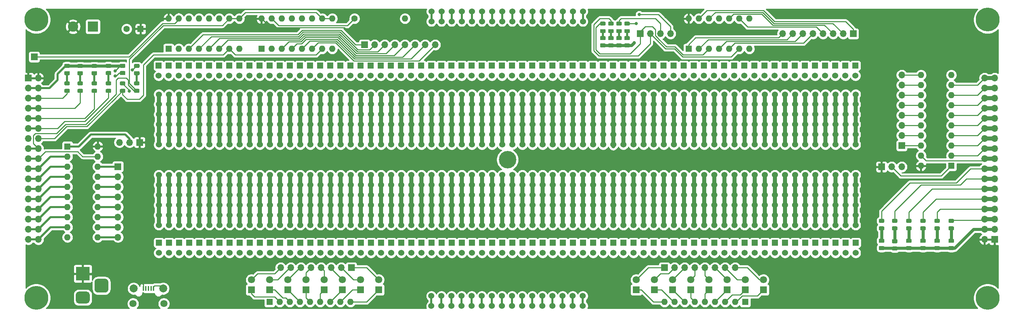
<source format=gbr>
%TF.GenerationSoftware,KiCad,Pcbnew,(5.1.10-1-10_14)*%
%TF.CreationDate,2021-08-24T01:17:35-04:00*%
%TF.ProjectId,breadboard-prototype-register,62726561-6462-46f6-9172-642d70726f74,rev?*%
%TF.SameCoordinates,Original*%
%TF.FileFunction,Copper,L1,Top*%
%TF.FilePolarity,Positive*%
%FSLAX46Y46*%
G04 Gerber Fmt 4.6, Leading zero omitted, Abs format (unit mm)*
G04 Created by KiCad (PCBNEW (5.1.10-1-10_14)) date 2021-08-24 01:17:35*
%MOMM*%
%LPD*%
G01*
G04 APERTURE LIST*
%TA.AperFunction,ComponentPad*%
%ADD10O,1.600000X1.600000*%
%TD*%
%TA.AperFunction,ComponentPad*%
%ADD11R,1.600000X1.600000*%
%TD*%
%TA.AperFunction,ComponentPad*%
%ADD12O,1.700000X1.700000*%
%TD*%
%TA.AperFunction,ComponentPad*%
%ADD13R,1.700000X1.700000*%
%TD*%
%TA.AperFunction,ComponentPad*%
%ADD14C,1.600000*%
%TD*%
%TA.AperFunction,SMDPad,CuDef*%
%ADD15R,0.450000X1.300000*%
%TD*%
%TA.AperFunction,ComponentPad*%
%ADD16C,2.000000*%
%TD*%
%TA.AperFunction,ComponentPad*%
%ADD17C,1.800000*%
%TD*%
%TA.AperFunction,ComponentPad*%
%ADD18R,1.800000X1.800000*%
%TD*%
%TA.AperFunction,ComponentPad*%
%ADD19R,1.524000X1.524000*%
%TD*%
%TA.AperFunction,ComponentPad*%
%ADD20C,1.524000*%
%TD*%
%TA.AperFunction,ComponentPad*%
%ADD21C,4.400000*%
%TD*%
%TA.AperFunction,ComponentPad*%
%ADD22C,0.700000*%
%TD*%
%TA.AperFunction,ComponentPad*%
%ADD23C,6.000000*%
%TD*%
%TA.AperFunction,ComponentPad*%
%ADD24C,0.800000*%
%TD*%
%TA.AperFunction,ComponentPad*%
%ADD25R,2.600000X2.600000*%
%TD*%
%TA.AperFunction,ComponentPad*%
%ADD26C,2.600000*%
%TD*%
%TA.AperFunction,ComponentPad*%
%ADD27R,3.500000X3.500000*%
%TD*%
%TA.AperFunction,ViaPad*%
%ADD28C,0.800000*%
%TD*%
%TA.AperFunction,Conductor*%
%ADD29C,0.250000*%
%TD*%
%TA.AperFunction,Conductor*%
%ADD30C,0.750000*%
%TD*%
%TA.AperFunction,Conductor*%
%ADD31C,0.500000*%
%TD*%
%TA.AperFunction,Conductor*%
%ADD32C,1.000000*%
%TD*%
%TA.AperFunction,Conductor*%
%ADD33C,0.254000*%
%TD*%
%TA.AperFunction,Conductor*%
%ADD34C,0.100000*%
%TD*%
G04 APERTURE END LIST*
%TO.P,R16,2*%
%TO.N,GND*%
%TA.AperFunction,SMDPad,CuDef*%
G36*
G01*
X179381999Y-69234000D02*
X180282001Y-69234000D01*
G75*
G02*
X180532000Y-69483999I0J-249999D01*
G01*
X180532000Y-70009001D01*
G75*
G02*
X180282001Y-70259000I-249999J0D01*
G01*
X179381999Y-70259000D01*
G75*
G02*
X179132000Y-70009001I0J249999D01*
G01*
X179132000Y-69483999D01*
G75*
G02*
X179381999Y-69234000I249999J0D01*
G01*
G37*
%TD.AperFunction*%
%TO.P,R16,1*%
%TO.N,Net-(D16-Pad1)*%
%TA.AperFunction,SMDPad,CuDef*%
G36*
G01*
X179381999Y-67409000D02*
X180282001Y-67409000D01*
G75*
G02*
X180532000Y-67658999I0J-249999D01*
G01*
X180532000Y-68184001D01*
G75*
G02*
X180282001Y-68434000I-249999J0D01*
G01*
X179381999Y-68434000D01*
G75*
G02*
X179132000Y-68184001I0J249999D01*
G01*
X179132000Y-67658999D01*
G75*
G02*
X179381999Y-67409000I249999J0D01*
G01*
G37*
%TD.AperFunction*%
%TD*%
%TO.P,R15,2*%
%TO.N,GND*%
%TA.AperFunction,SMDPad,CuDef*%
G36*
G01*
X177349999Y-69234000D02*
X178250001Y-69234000D01*
G75*
G02*
X178500000Y-69483999I0J-249999D01*
G01*
X178500000Y-70009001D01*
G75*
G02*
X178250001Y-70259000I-249999J0D01*
G01*
X177349999Y-70259000D01*
G75*
G02*
X177100000Y-70009001I0J249999D01*
G01*
X177100000Y-69483999D01*
G75*
G02*
X177349999Y-69234000I249999J0D01*
G01*
G37*
%TD.AperFunction*%
%TO.P,R15,1*%
%TO.N,Net-(D15-Pad1)*%
%TA.AperFunction,SMDPad,CuDef*%
G36*
G01*
X177349999Y-67409000D02*
X178250001Y-67409000D01*
G75*
G02*
X178500000Y-67658999I0J-249999D01*
G01*
X178500000Y-68184001D01*
G75*
G02*
X178250001Y-68434000I-249999J0D01*
G01*
X177349999Y-68434000D01*
G75*
G02*
X177100000Y-68184001I0J249999D01*
G01*
X177100000Y-67658999D01*
G75*
G02*
X177349999Y-67409000I249999J0D01*
G01*
G37*
%TD.AperFunction*%
%TD*%
%TO.P,R8,2*%
%TO.N,GND*%
%TA.AperFunction,SMDPad,CuDef*%
G36*
G01*
X175317999Y-69234000D02*
X176218001Y-69234000D01*
G75*
G02*
X176468000Y-69483999I0J-249999D01*
G01*
X176468000Y-70009001D01*
G75*
G02*
X176218001Y-70259000I-249999J0D01*
G01*
X175317999Y-70259000D01*
G75*
G02*
X175068000Y-70009001I0J249999D01*
G01*
X175068000Y-69483999D01*
G75*
G02*
X175317999Y-69234000I249999J0D01*
G01*
G37*
%TD.AperFunction*%
%TO.P,R8,1*%
%TO.N,Net-(D14-Pad1)*%
%TA.AperFunction,SMDPad,CuDef*%
G36*
G01*
X175317999Y-67409000D02*
X176218001Y-67409000D01*
G75*
G02*
X176468000Y-67658999I0J-249999D01*
G01*
X176468000Y-68184001D01*
G75*
G02*
X176218001Y-68434000I-249999J0D01*
G01*
X175317999Y-68434000D01*
G75*
G02*
X175068000Y-68184001I0J249999D01*
G01*
X175068000Y-67658999D01*
G75*
G02*
X175317999Y-67409000I249999J0D01*
G01*
G37*
%TD.AperFunction*%
%TD*%
%TO.P,R7,2*%
%TO.N,GND*%
%TA.AperFunction,SMDPad,CuDef*%
G36*
G01*
X173285999Y-69234000D02*
X174186001Y-69234000D01*
G75*
G02*
X174436000Y-69483999I0J-249999D01*
G01*
X174436000Y-70009001D01*
G75*
G02*
X174186001Y-70259000I-249999J0D01*
G01*
X173285999Y-70259000D01*
G75*
G02*
X173036000Y-70009001I0J249999D01*
G01*
X173036000Y-69483999D01*
G75*
G02*
X173285999Y-69234000I249999J0D01*
G01*
G37*
%TD.AperFunction*%
%TO.P,R7,1*%
%TO.N,Net-(D13-Pad1)*%
%TA.AperFunction,SMDPad,CuDef*%
G36*
G01*
X173285999Y-67409000D02*
X174186001Y-67409000D01*
G75*
G02*
X174436000Y-67658999I0J-249999D01*
G01*
X174436000Y-68184001D01*
G75*
G02*
X174186001Y-68434000I-249999J0D01*
G01*
X173285999Y-68434000D01*
G75*
G02*
X173036000Y-68184001I0J249999D01*
G01*
X173036000Y-67658999D01*
G75*
G02*
X173285999Y-67409000I249999J0D01*
G01*
G37*
%TD.AperFunction*%
%TD*%
%TO.P,D16,2*%
%TO.N,Net-(D16-Pad2)*%
%TA.AperFunction,SMDPad,CuDef*%
G36*
G01*
X180288250Y-64749500D02*
X179375750Y-64749500D01*
G75*
G02*
X179132000Y-64505750I0J243750D01*
G01*
X179132000Y-64018250D01*
G75*
G02*
X179375750Y-63774500I243750J0D01*
G01*
X180288250Y-63774500D01*
G75*
G02*
X180532000Y-64018250I0J-243750D01*
G01*
X180532000Y-64505750D01*
G75*
G02*
X180288250Y-64749500I-243750J0D01*
G01*
G37*
%TD.AperFunction*%
%TO.P,D16,1*%
%TO.N,Net-(D16-Pad1)*%
%TA.AperFunction,SMDPad,CuDef*%
G36*
G01*
X180288250Y-66624500D02*
X179375750Y-66624500D01*
G75*
G02*
X179132000Y-66380750I0J243750D01*
G01*
X179132000Y-65893250D01*
G75*
G02*
X179375750Y-65649500I243750J0D01*
G01*
X180288250Y-65649500D01*
G75*
G02*
X180532000Y-65893250I0J-243750D01*
G01*
X180532000Y-66380750D01*
G75*
G02*
X180288250Y-66624500I-243750J0D01*
G01*
G37*
%TD.AperFunction*%
%TD*%
%TO.P,D15,2*%
%TO.N,Net-(D15-Pad2)*%
%TA.AperFunction,SMDPad,CuDef*%
G36*
G01*
X178256250Y-64749500D02*
X177343750Y-64749500D01*
G75*
G02*
X177100000Y-64505750I0J243750D01*
G01*
X177100000Y-64018250D01*
G75*
G02*
X177343750Y-63774500I243750J0D01*
G01*
X178256250Y-63774500D01*
G75*
G02*
X178500000Y-64018250I0J-243750D01*
G01*
X178500000Y-64505750D01*
G75*
G02*
X178256250Y-64749500I-243750J0D01*
G01*
G37*
%TD.AperFunction*%
%TO.P,D15,1*%
%TO.N,Net-(D15-Pad1)*%
%TA.AperFunction,SMDPad,CuDef*%
G36*
G01*
X178256250Y-66624500D02*
X177343750Y-66624500D01*
G75*
G02*
X177100000Y-66380750I0J243750D01*
G01*
X177100000Y-65893250D01*
G75*
G02*
X177343750Y-65649500I243750J0D01*
G01*
X178256250Y-65649500D01*
G75*
G02*
X178500000Y-65893250I0J-243750D01*
G01*
X178500000Y-66380750D01*
G75*
G02*
X178256250Y-66624500I-243750J0D01*
G01*
G37*
%TD.AperFunction*%
%TD*%
%TO.P,D14,2*%
%TO.N,Net-(D14-Pad2)*%
%TA.AperFunction,SMDPad,CuDef*%
G36*
G01*
X176224250Y-64749500D02*
X175311750Y-64749500D01*
G75*
G02*
X175068000Y-64505750I0J243750D01*
G01*
X175068000Y-64018250D01*
G75*
G02*
X175311750Y-63774500I243750J0D01*
G01*
X176224250Y-63774500D01*
G75*
G02*
X176468000Y-64018250I0J-243750D01*
G01*
X176468000Y-64505750D01*
G75*
G02*
X176224250Y-64749500I-243750J0D01*
G01*
G37*
%TD.AperFunction*%
%TO.P,D14,1*%
%TO.N,Net-(D14-Pad1)*%
%TA.AperFunction,SMDPad,CuDef*%
G36*
G01*
X176224250Y-66624500D02*
X175311750Y-66624500D01*
G75*
G02*
X175068000Y-66380750I0J243750D01*
G01*
X175068000Y-65893250D01*
G75*
G02*
X175311750Y-65649500I243750J0D01*
G01*
X176224250Y-65649500D01*
G75*
G02*
X176468000Y-65893250I0J-243750D01*
G01*
X176468000Y-66380750D01*
G75*
G02*
X176224250Y-66624500I-243750J0D01*
G01*
G37*
%TD.AperFunction*%
%TD*%
%TO.P,D13,2*%
%TO.N,Net-(D13-Pad2)*%
%TA.AperFunction,SMDPad,CuDef*%
G36*
G01*
X174192250Y-64749500D02*
X173279750Y-64749500D01*
G75*
G02*
X173036000Y-64505750I0J243750D01*
G01*
X173036000Y-64018250D01*
G75*
G02*
X173279750Y-63774500I243750J0D01*
G01*
X174192250Y-63774500D01*
G75*
G02*
X174436000Y-64018250I0J-243750D01*
G01*
X174436000Y-64505750D01*
G75*
G02*
X174192250Y-64749500I-243750J0D01*
G01*
G37*
%TD.AperFunction*%
%TO.P,D13,1*%
%TO.N,Net-(D13-Pad1)*%
%TA.AperFunction,SMDPad,CuDef*%
G36*
G01*
X174192250Y-66624500D02*
X173279750Y-66624500D01*
G75*
G02*
X173036000Y-66380750I0J243750D01*
G01*
X173036000Y-65893250D01*
G75*
G02*
X173279750Y-65649500I243750J0D01*
G01*
X174192250Y-65649500D01*
G75*
G02*
X174436000Y-65893250I0J-243750D01*
G01*
X174436000Y-66380750D01*
G75*
G02*
X174192250Y-66624500I-243750J0D01*
G01*
G37*
%TD.AperFunction*%
%TD*%
D10*
%TO.P,U5,14*%
%TO.N,VCC*%
X195326000Y-62992000D03*
%TO.P,U5,7*%
%TO.N,GND*%
X210566000Y-70612000D03*
%TO.P,U5,13*%
%TO.N,Net-(J13-Pad1)*%
X197866000Y-62992000D03*
%TO.P,U5,6*%
%TO.N,Net-(D14-Pad2)*%
X208026000Y-70612000D03*
%TO.P,U5,12*%
%TO.N,Net-(J13-Pad2)*%
X200406000Y-62992000D03*
%TO.P,U5,5*%
%TO.N,Net-(J13-Pad5)*%
X205486000Y-70612000D03*
%TO.P,U5,11*%
%TO.N,Net-(D16-Pad2)*%
X202946000Y-62992000D03*
%TO.P,U5,4*%
%TO.N,Net-(J13-Pad6)*%
X202946000Y-70612000D03*
%TO.P,U5,10*%
%TO.N,Net-(J13-Pad3)*%
X205486000Y-62992000D03*
%TO.P,U5,3*%
%TO.N,Net-(D13-Pad2)*%
X200406000Y-70612000D03*
%TO.P,U5,9*%
%TO.N,Net-(J13-Pad4)*%
X208026000Y-62992000D03*
%TO.P,U5,2*%
%TO.N,Net-(J13-Pad7)*%
X197866000Y-70612000D03*
%TO.P,U5,8*%
%TO.N,Net-(D15-Pad2)*%
X210566000Y-62992000D03*
D11*
%TO.P,U5,1*%
%TO.N,Net-(J13-Pad8)*%
X195326000Y-70612000D03*
%TD*%
D12*
%TO.P,J18,4*%
%TO.N,Net-(D16-Pad2)*%
X190754000Y-66802000D03*
%TO.P,J18,3*%
%TO.N,Net-(D15-Pad2)*%
X188214000Y-66802000D03*
%TO.P,J18,2*%
%TO.N,Net-(D14-Pad2)*%
X185674000Y-66802000D03*
D13*
%TO.P,J18,1*%
%TO.N,Net-(D13-Pad2)*%
X183134000Y-66802000D03*
%TD*%
D12*
%TO.P,J13,8*%
%TO.N,Net-(J13-Pad8)*%
X218948000Y-66802000D03*
%TO.P,J13,7*%
%TO.N,Net-(J13-Pad7)*%
X221488000Y-66802000D03*
%TO.P,J13,6*%
%TO.N,Net-(J13-Pad6)*%
X224028000Y-66802000D03*
%TO.P,J13,5*%
%TO.N,Net-(J13-Pad5)*%
X226568000Y-66802000D03*
%TO.P,J13,4*%
%TO.N,Net-(J13-Pad4)*%
X229108000Y-66802000D03*
%TO.P,J13,3*%
%TO.N,Net-(J13-Pad3)*%
X231648000Y-66802000D03*
%TO.P,J13,2*%
%TO.N,Net-(J13-Pad2)*%
X234188000Y-66802000D03*
D13*
%TO.P,J13,1*%
%TO.N,Net-(J13-Pad1)*%
X236728000Y-66802000D03*
%TD*%
%TO.P,J12,1*%
%TO.N,Net-(J12-Pad1)*%
X30734000Y-72644000D03*
%TD*%
D10*
%TO.P,R29,2*%
%TO.N,GND*%
X123952000Y-62992000D03*
D14*
%TO.P,R29,1*%
%TO.N,Net-(J12-Pad1)*%
X111252000Y-62992000D03*
%TD*%
D12*
%TO.P,J19,8*%
%TO.N,Net-(J19-Pad8)*%
X131572000Y-69596000D03*
%TO.P,J19,7*%
%TO.N,Net-(J19-Pad7)*%
X129032000Y-69596000D03*
%TO.P,J19,6*%
%TO.N,Net-(J19-Pad6)*%
X126492000Y-69596000D03*
%TO.P,J19,5*%
%TO.N,Net-(J19-Pad5)*%
X123952000Y-69596000D03*
%TO.P,J19,4*%
%TO.N,Net-(J19-Pad4)*%
X121412000Y-69596000D03*
%TO.P,J19,3*%
%TO.N,Net-(J19-Pad3)*%
X118872000Y-69596000D03*
%TO.P,J19,2*%
%TO.N,Net-(J19-Pad2)*%
X116332000Y-69596000D03*
D13*
%TO.P,J19,1*%
%TO.N,Net-(J19-Pad1)*%
X113792000Y-69596000D03*
%TD*%
D10*
%TO.P,U4,16*%
%TO.N,VCC*%
X64516000Y-62992000D03*
%TO.P,U4,8*%
%TO.N,GND*%
X82296000Y-70612000D03*
%TO.P,U4,15*%
%TO.N,Net-(J12-Pad1)*%
X67056000Y-62992000D03*
%TO.P,U4,7*%
%TO.N,C5*%
X79756000Y-70612000D03*
%TO.P,U4,14*%
%TO.N,Net-(J1-Pad19)*%
X69596000Y-62992000D03*
%TO.P,U4,6*%
%TO.N,Net-(J19-Pad4)*%
X77216000Y-70612000D03*
%TO.P,U4,13*%
%TO.N,Net-(J1-Pad21)*%
X72136000Y-62992000D03*
%TO.P,U4,5*%
%TO.N,Net-(J19-Pad3)*%
X74676000Y-70612000D03*
%TO.P,U4,12*%
%TO.N,Net-(J1-Pad23)*%
X74676000Y-62992000D03*
%TO.P,U4,4*%
%TO.N,Net-(J19-Pad2)*%
X72136000Y-70612000D03*
%TO.P,U4,11*%
%TO.N,Net-(J1-Pad25)*%
X77216000Y-62992000D03*
%TO.P,U4,3*%
%TO.N,Net-(J19-Pad1)*%
X69596000Y-70612000D03*
%TO.P,U4,10*%
%TO.N,C6*%
X79756000Y-62992000D03*
%TO.P,U4,2*%
%TO.N,GND*%
X67056000Y-70612000D03*
%TO.P,U4,9*%
%TO.N,C6*%
X82296000Y-62992000D03*
D11*
%TO.P,U4,1*%
%TO.N,GND*%
X64516000Y-70612000D03*
%TD*%
D10*
%TO.P,U3,16*%
%TO.N,VCC*%
X87884000Y-62992000D03*
%TO.P,U3,8*%
%TO.N,GND*%
X105664000Y-70612000D03*
%TO.P,U3,15*%
%TO.N,Net-(J12-Pad1)*%
X90424000Y-62992000D03*
%TO.P,U3,7*%
%TO.N,C5*%
X103124000Y-70612000D03*
%TO.P,U3,14*%
%TO.N,Net-(J1-Pad27)*%
X92964000Y-62992000D03*
%TO.P,U3,6*%
%TO.N,Net-(J19-Pad8)*%
X100584000Y-70612000D03*
%TO.P,U3,13*%
%TO.N,Net-(J1-Pad29)*%
X95504000Y-62992000D03*
%TO.P,U3,5*%
%TO.N,Net-(J19-Pad7)*%
X98044000Y-70612000D03*
%TO.P,U3,12*%
%TO.N,Net-(J1-Pad31)*%
X98044000Y-62992000D03*
%TO.P,U3,4*%
%TO.N,Net-(J19-Pad6)*%
X95504000Y-70612000D03*
%TO.P,U3,11*%
%TO.N,Net-(J1-Pad33)*%
X100584000Y-62992000D03*
%TO.P,U3,3*%
%TO.N,Net-(J19-Pad5)*%
X92964000Y-70612000D03*
%TO.P,U3,10*%
%TO.N,C6*%
X103124000Y-62992000D03*
%TO.P,U3,2*%
%TO.N,GND*%
X90424000Y-70612000D03*
%TO.P,U3,9*%
%TO.N,C6*%
X105664000Y-62992000D03*
D11*
%TO.P,U3,1*%
%TO.N,GND*%
X87884000Y-70612000D03*
%TD*%
%TO.P,U1,1*%
%TO.N,Net-(J2-Pad2)*%
X39072000Y-95200000D03*
D10*
%TO.P,U1,11*%
%TO.N,Net-(J3-Pad8)*%
X46692000Y-118060000D03*
%TO.P,U1,2*%
%TO.N,Net-(J1-Pad19)*%
X39072000Y-97740000D03*
%TO.P,U1,12*%
%TO.N,Net-(J3-Pad7)*%
X46692000Y-115520000D03*
%TO.P,U1,3*%
%TO.N,Net-(J1-Pad21)*%
X39072000Y-100280000D03*
%TO.P,U1,13*%
%TO.N,Net-(J3-Pad6)*%
X46692000Y-112980000D03*
%TO.P,U1,4*%
%TO.N,Net-(J1-Pad23)*%
X39072000Y-102820000D03*
%TO.P,U1,14*%
%TO.N,Net-(J3-Pad5)*%
X46692000Y-110440000D03*
%TO.P,U1,5*%
%TO.N,Net-(J1-Pad25)*%
X39072000Y-105360000D03*
%TO.P,U1,15*%
%TO.N,Net-(J3-Pad4)*%
X46692000Y-107900000D03*
%TO.P,U1,6*%
%TO.N,Net-(J1-Pad27)*%
X39072000Y-107900000D03*
%TO.P,U1,16*%
%TO.N,Net-(J3-Pad3)*%
X46692000Y-105360000D03*
%TO.P,U1,7*%
%TO.N,Net-(J1-Pad29)*%
X39072000Y-110440000D03*
%TO.P,U1,17*%
%TO.N,Net-(J3-Pad2)*%
X46692000Y-102820000D03*
%TO.P,U1,8*%
%TO.N,Net-(J1-Pad31)*%
X39072000Y-112980000D03*
%TO.P,U1,18*%
%TO.N,Net-(J3-Pad1)*%
X46692000Y-100280000D03*
%TO.P,U1,9*%
%TO.N,Net-(J1-Pad33)*%
X39072000Y-115520000D03*
%TO.P,U1,19*%
%TO.N,Net-(J1-Pad17)*%
X46692000Y-97740000D03*
%TO.P,U1,10*%
%TO.N,GND*%
X39072000Y-118060000D03*
%TO.P,U1,20*%
%TO.N,VCC*%
X46692000Y-95200000D03*
%TD*%
D11*
%TO.P,U2,1*%
%TO.N,Net-(J7-Pad2)*%
X261366000Y-100076000D03*
D10*
%TO.P,U2,11*%
%TO.N,Net-(J8-Pad8)*%
X253746000Y-77216000D03*
%TO.P,U2,2*%
%TO.N,Net-(J6-Pad19)*%
X261366000Y-97536000D03*
%TO.P,U2,12*%
%TO.N,Net-(J8-Pad7)*%
X253746000Y-79756000D03*
%TO.P,U2,3*%
%TO.N,Net-(J6-Pad21)*%
X261366000Y-94996000D03*
%TO.P,U2,13*%
%TO.N,Net-(J8-Pad6)*%
X253746000Y-82296000D03*
%TO.P,U2,4*%
%TO.N,Net-(J6-Pad23)*%
X261366000Y-92456000D03*
%TO.P,U2,14*%
%TO.N,Net-(J8-Pad5)*%
X253746000Y-84836000D03*
%TO.P,U2,5*%
%TO.N,Net-(J6-Pad25)*%
X261366000Y-89916000D03*
%TO.P,U2,15*%
%TO.N,Net-(J8-Pad4)*%
X253746000Y-87376000D03*
%TO.P,U2,6*%
%TO.N,Net-(J6-Pad27)*%
X261366000Y-87376000D03*
%TO.P,U2,16*%
%TO.N,Net-(J8-Pad3)*%
X253746000Y-89916000D03*
%TO.P,U2,7*%
%TO.N,Net-(J6-Pad29)*%
X261366000Y-84836000D03*
%TO.P,U2,17*%
%TO.N,Net-(J8-Pad2)*%
X253746000Y-92456000D03*
%TO.P,U2,8*%
%TO.N,Net-(J6-Pad31)*%
X261366000Y-82296000D03*
%TO.P,U2,18*%
%TO.N,Net-(J8-Pad1)*%
X253746000Y-94996000D03*
%TO.P,U2,9*%
%TO.N,Net-(J6-Pad33)*%
X261366000Y-79756000D03*
%TO.P,U2,19*%
%TO.N,Net-(J6-Pad17)*%
X253746000Y-97536000D03*
%TO.P,U2,10*%
%TO.N,GND*%
X261366000Y-77216000D03*
%TO.P,U2,20*%
%TO.N,VCC*%
X253746000Y-100076000D03*
%TD*%
D15*
%TO.P,J4,1*%
%TO.N,VCC*%
X58136000Y-130942000D03*
%TO.P,J4,2*%
%TO.N,Net-(J4-Pad2)*%
X58786000Y-130942000D03*
%TO.P,J4,3*%
%TO.N,Net-(J4-Pad3)*%
X59436000Y-130942000D03*
%TO.P,J4,4*%
%TO.N,Net-(J4-Pad4)*%
X60086000Y-130942000D03*
%TO.P,J4,5*%
%TO.N,GND*%
X60736000Y-130942000D03*
D16*
%TO.P,J4,6*%
X55711000Y-130992000D03*
X63161000Y-130992000D03*
D17*
X55561000Y-134792000D03*
X63311000Y-134792000D03*
%TD*%
D18*
%TO.P,D37,1*%
%TO.N,Net-(D37-Pad1)*%
X182118000Y-131318000D03*
D17*
%TO.P,D37,2*%
%TO.N,Net-(D37-Pad2)*%
X182118000Y-128778000D03*
%TD*%
D18*
%TO.P,D38,1*%
%TO.N,Net-(D38-Pad1)*%
X186690000Y-131318000D03*
D17*
%TO.P,D38,2*%
%TO.N,Net-(D38-Pad2)*%
X186690000Y-128778000D03*
%TD*%
D18*
%TO.P,D39,1*%
%TO.N,Net-(D39-Pad1)*%
X191262000Y-131318000D03*
D17*
%TO.P,D39,2*%
%TO.N,Net-(D39-Pad2)*%
X191262000Y-128778000D03*
%TD*%
D18*
%TO.P,D40,1*%
%TO.N,Net-(D40-Pad1)*%
X195834000Y-131318000D03*
D17*
%TO.P,D40,2*%
%TO.N,Net-(D40-Pad2)*%
X195834000Y-128778000D03*
%TD*%
D18*
%TO.P,D42,1*%
%TO.N,Net-(D42-Pad1)*%
X204978000Y-131318000D03*
D17*
%TO.P,D42,2*%
%TO.N,Net-(D42-Pad2)*%
X204978000Y-128778000D03*
%TD*%
D18*
%TO.P,D41,1*%
%TO.N,Net-(D41-Pad1)*%
X200406000Y-131318000D03*
D17*
%TO.P,D41,2*%
%TO.N,Net-(D41-Pad2)*%
X200406000Y-128778000D03*
%TD*%
D19*
%TO.P,REF\u002A\u002A,1*%
%TO.N,N/C*%
X219482000Y-74836000D03*
D20*
%TO.P,REF\u002A\u002A,2*%
X219482000Y-77376000D03*
%TD*%
D19*
%TO.P,REF\u002A\u002A,1*%
%TO.N,N/C*%
X222022000Y-74836000D03*
D20*
%TO.P,REF\u002A\u002A,2*%
X222022000Y-77376000D03*
%TD*%
D19*
%TO.P,REF\u002A\u002A,1*%
%TO.N,N/C*%
X224562000Y-74836000D03*
D20*
%TO.P,REF\u002A\u002A,2*%
X224562000Y-77376000D03*
%TD*%
D19*
%TO.P,REF\u002A\u002A,1*%
%TO.N,N/C*%
X227102000Y-74836000D03*
D20*
%TO.P,REF\u002A\u002A,2*%
X227102000Y-77376000D03*
%TD*%
D19*
%TO.P,REF\u002A\u002A,1*%
%TO.N,N/C*%
X229642000Y-74836000D03*
D20*
%TO.P,REF\u002A\u002A,2*%
X229642000Y-77376000D03*
%TD*%
D19*
%TO.P,REF\u002A\u002A,1*%
%TO.N,N/C*%
X232182000Y-74836000D03*
D20*
%TO.P,REF\u002A\u002A,2*%
X232182000Y-77376000D03*
%TD*%
D19*
%TO.P,REF\u002A\u002A,1*%
%TO.N,N/C*%
X234722000Y-74836000D03*
D20*
%TO.P,REF\u002A\u002A,2*%
X234722000Y-77376000D03*
%TD*%
D19*
%TO.P,REF\u002A\u002A,1*%
%TO.N,N/C*%
X237262000Y-74836000D03*
D20*
%TO.P,REF\u002A\u002A,2*%
X237262000Y-77376000D03*
%TD*%
D19*
%TO.P,REF\u002A\u002A,1*%
%TO.N,N/C*%
X62072000Y-119456000D03*
D20*
%TO.P,REF\u002A\u002A,2*%
X62072000Y-121996000D03*
%TD*%
D19*
%TO.P,REF\u002A\u002A,1*%
%TO.N,N/C*%
X64612000Y-119456000D03*
D20*
%TO.P,REF\u002A\u002A,2*%
X64612000Y-121996000D03*
%TD*%
D19*
%TO.P,REF\u002A\u002A,1*%
%TO.N,N/C*%
X67152000Y-119456000D03*
D20*
%TO.P,REF\u002A\u002A,2*%
X67152000Y-121996000D03*
%TD*%
D19*
%TO.P,REF\u002A\u002A,1*%
%TO.N,N/C*%
X69692000Y-119456000D03*
D20*
%TO.P,REF\u002A\u002A,2*%
X69692000Y-121996000D03*
%TD*%
D19*
%TO.P,REF\u002A\u002A,1*%
%TO.N,N/C*%
X72232000Y-119456000D03*
D20*
%TO.P,REF\u002A\u002A,2*%
X72232000Y-121996000D03*
%TD*%
D19*
%TO.P,REF\u002A\u002A,1*%
%TO.N,N/C*%
X74772000Y-119456000D03*
D20*
%TO.P,REF\u002A\u002A,2*%
X74772000Y-121996000D03*
%TD*%
D19*
%TO.P,REF\u002A\u002A,1*%
%TO.N,N/C*%
X77312000Y-119456000D03*
D20*
%TO.P,REF\u002A\u002A,2*%
X77312000Y-121996000D03*
%TD*%
D19*
%TO.P,REF\u002A\u002A,1*%
%TO.N,N/C*%
X79852000Y-119456000D03*
D20*
%TO.P,REF\u002A\u002A,2*%
X79852000Y-121996000D03*
%TD*%
D19*
%TO.P,REF\u002A\u002A,1*%
%TO.N,N/C*%
X82392000Y-119456000D03*
D20*
%TO.P,REF\u002A\u002A,2*%
X82392000Y-121996000D03*
%TD*%
D19*
%TO.P,REF\u002A\u002A,1*%
%TO.N,N/C*%
X84932000Y-119456000D03*
D20*
%TO.P,REF\u002A\u002A,2*%
X84932000Y-121996000D03*
%TD*%
D19*
%TO.P,REF\u002A\u002A,1*%
%TO.N,N/C*%
X87472000Y-119456000D03*
D20*
%TO.P,REF\u002A\u002A,2*%
X87472000Y-121996000D03*
%TD*%
D19*
%TO.P,REF\u002A\u002A,1*%
%TO.N,N/C*%
X90012000Y-119456000D03*
D20*
%TO.P,REF\u002A\u002A,2*%
X90012000Y-121996000D03*
%TD*%
D19*
%TO.P,REF\u002A\u002A,1*%
%TO.N,N/C*%
X92552000Y-119456000D03*
D20*
%TO.P,REF\u002A\u002A,2*%
X92552000Y-121996000D03*
%TD*%
D19*
%TO.P,REF\u002A\u002A,1*%
%TO.N,N/C*%
X95092000Y-119456000D03*
D20*
%TO.P,REF\u002A\u002A,2*%
X95092000Y-121996000D03*
%TD*%
D19*
%TO.P,REF\u002A\u002A,1*%
%TO.N,N/C*%
X97632000Y-119456000D03*
D20*
%TO.P,REF\u002A\u002A,2*%
X97632000Y-121996000D03*
%TD*%
D19*
%TO.P,REF\u002A\u002A,1*%
%TO.N,N/C*%
X100172000Y-119456000D03*
D20*
%TO.P,REF\u002A\u002A,2*%
X100172000Y-121996000D03*
%TD*%
D19*
%TO.P,REF\u002A\u002A,1*%
%TO.N,N/C*%
X102712000Y-119456000D03*
D20*
%TO.P,REF\u002A\u002A,2*%
X102712000Y-121996000D03*
%TD*%
D19*
%TO.P,REF\u002A\u002A,1*%
%TO.N,N/C*%
X105252000Y-119456000D03*
D20*
%TO.P,REF\u002A\u002A,2*%
X105252000Y-121996000D03*
%TD*%
D19*
%TO.P,REF\u002A\u002A,1*%
%TO.N,N/C*%
X107792000Y-119456000D03*
D20*
%TO.P,REF\u002A\u002A,2*%
X107792000Y-121996000D03*
%TD*%
D19*
%TO.P,REF\u002A\u002A,1*%
%TO.N,N/C*%
X110332000Y-119456000D03*
D20*
%TO.P,REF\u002A\u002A,2*%
X110332000Y-121996000D03*
%TD*%
D19*
%TO.P,REF\u002A\u002A,1*%
%TO.N,N/C*%
X112872000Y-119456000D03*
D20*
%TO.P,REF\u002A\u002A,2*%
X112872000Y-121996000D03*
%TD*%
D19*
%TO.P,REF\u002A\u002A,1*%
%TO.N,N/C*%
X115412000Y-119456000D03*
D20*
%TO.P,REF\u002A\u002A,2*%
X115412000Y-121996000D03*
%TD*%
D19*
%TO.P,REF\u002A\u002A,1*%
%TO.N,N/C*%
X117952000Y-119456000D03*
D20*
%TO.P,REF\u002A\u002A,2*%
X117952000Y-121996000D03*
%TD*%
D19*
%TO.P,REF\u002A\u002A,1*%
%TO.N,N/C*%
X120492000Y-119456000D03*
D20*
%TO.P,REF\u002A\u002A,2*%
X120492000Y-121996000D03*
%TD*%
D19*
%TO.P,REF\u002A\u002A,1*%
%TO.N,N/C*%
X123032000Y-119456000D03*
D20*
%TO.P,REF\u002A\u002A,2*%
X123032000Y-121996000D03*
%TD*%
D19*
%TO.P,REF\u002A\u002A,1*%
%TO.N,N/C*%
X125572000Y-119456000D03*
D20*
%TO.P,REF\u002A\u002A,2*%
X125572000Y-121996000D03*
%TD*%
D19*
%TO.P,REF\u002A\u002A,1*%
%TO.N,N/C*%
X128112000Y-119456000D03*
D20*
%TO.P,REF\u002A\u002A,2*%
X128112000Y-121996000D03*
%TD*%
D19*
%TO.P,REF\u002A\u002A,1*%
%TO.N,N/C*%
X130652000Y-119456000D03*
D20*
%TO.P,REF\u002A\u002A,2*%
X130652000Y-121996000D03*
%TD*%
D19*
%TO.P,REF\u002A\u002A,1*%
%TO.N,N/C*%
X133192000Y-119456000D03*
D20*
%TO.P,REF\u002A\u002A,2*%
X133192000Y-121996000D03*
%TD*%
D19*
%TO.P,REF\u002A\u002A,1*%
%TO.N,N/C*%
X135732000Y-119456000D03*
D20*
%TO.P,REF\u002A\u002A,2*%
X135732000Y-121996000D03*
%TD*%
D19*
%TO.P,REF\u002A\u002A,1*%
%TO.N,N/C*%
X138272000Y-119456000D03*
D20*
%TO.P,REF\u002A\u002A,2*%
X138272000Y-121996000D03*
%TD*%
D19*
%TO.P,REF\u002A\u002A,1*%
%TO.N,N/C*%
X140812000Y-119456000D03*
D20*
%TO.P,REF\u002A\u002A,2*%
X140812000Y-121996000D03*
%TD*%
D19*
%TO.P,REF\u002A\u002A,1*%
%TO.N,N/C*%
X143352000Y-119456000D03*
D20*
%TO.P,REF\u002A\u002A,2*%
X143352000Y-121996000D03*
%TD*%
D19*
%TO.P,REF\u002A\u002A,1*%
%TO.N,N/C*%
X145892000Y-119456000D03*
D20*
%TO.P,REF\u002A\u002A,2*%
X145892000Y-121996000D03*
%TD*%
D19*
%TO.P,REF\u002A\u002A,1*%
%TO.N,N/C*%
X148432000Y-119456000D03*
D20*
%TO.P,REF\u002A\u002A,2*%
X148432000Y-121996000D03*
%TD*%
D19*
%TO.P,REF\u002A\u002A,1*%
%TO.N,N/C*%
X150972000Y-119456000D03*
D20*
%TO.P,REF\u002A\u002A,2*%
X150972000Y-121996000D03*
%TD*%
D19*
%TO.P,REF\u002A\u002A,1*%
%TO.N,N/C*%
X153512000Y-119456000D03*
D20*
%TO.P,REF\u002A\u002A,2*%
X153512000Y-121996000D03*
%TD*%
D19*
%TO.P,REF\u002A\u002A,1*%
%TO.N,N/C*%
X156052000Y-119456000D03*
D20*
%TO.P,REF\u002A\u002A,2*%
X156052000Y-121996000D03*
%TD*%
D19*
%TO.P,REF\u002A\u002A,1*%
%TO.N,N/C*%
X158592000Y-119456000D03*
D20*
%TO.P,REF\u002A\u002A,2*%
X158592000Y-121996000D03*
%TD*%
D19*
%TO.P,REF\u002A\u002A,1*%
%TO.N,N/C*%
X161132000Y-119456000D03*
D20*
%TO.P,REF\u002A\u002A,2*%
X161132000Y-121996000D03*
%TD*%
D19*
%TO.P,REF\u002A\u002A,1*%
%TO.N,N/C*%
X163672000Y-119456000D03*
D20*
%TO.P,REF\u002A\u002A,2*%
X163672000Y-121996000D03*
%TD*%
D19*
%TO.P,REF\u002A\u002A,1*%
%TO.N,N/C*%
X166212000Y-119456000D03*
D20*
%TO.P,REF\u002A\u002A,2*%
X166212000Y-121996000D03*
%TD*%
D19*
%TO.P,REF\u002A\u002A,1*%
%TO.N,N/C*%
X168752000Y-119456000D03*
D20*
%TO.P,REF\u002A\u002A,2*%
X168752000Y-121996000D03*
%TD*%
D19*
%TO.P,REF\u002A\u002A,1*%
%TO.N,N/C*%
X171292000Y-119456000D03*
D20*
%TO.P,REF\u002A\u002A,2*%
X171292000Y-121996000D03*
%TD*%
D19*
%TO.P,REF\u002A\u002A,1*%
%TO.N,N/C*%
X173832000Y-119456000D03*
D20*
%TO.P,REF\u002A\u002A,2*%
X173832000Y-121996000D03*
%TD*%
D19*
%TO.P,REF\u002A\u002A,1*%
%TO.N,N/C*%
X176372000Y-119456000D03*
D20*
%TO.P,REF\u002A\u002A,2*%
X176372000Y-121996000D03*
%TD*%
D19*
%TO.P,REF\u002A\u002A,1*%
%TO.N,N/C*%
X178912000Y-119456000D03*
D20*
%TO.P,REF\u002A\u002A,2*%
X178912000Y-121996000D03*
%TD*%
D19*
%TO.P,REF\u002A\u002A,1*%
%TO.N,N/C*%
X181452000Y-119456000D03*
D20*
%TO.P,REF\u002A\u002A,2*%
X181452000Y-121996000D03*
%TD*%
D19*
%TO.P,REF\u002A\u002A,1*%
%TO.N,N/C*%
X183992000Y-119456000D03*
D20*
%TO.P,REF\u002A\u002A,2*%
X183992000Y-121996000D03*
%TD*%
D19*
%TO.P,REF\u002A\u002A,1*%
%TO.N,N/C*%
X186532000Y-119456000D03*
D20*
%TO.P,REF\u002A\u002A,2*%
X186532000Y-121996000D03*
%TD*%
D19*
%TO.P,REF\u002A\u002A,1*%
%TO.N,N/C*%
X189072000Y-119456000D03*
D20*
%TO.P,REF\u002A\u002A,2*%
X189072000Y-121996000D03*
%TD*%
D19*
%TO.P,REF\u002A\u002A,1*%
%TO.N,N/C*%
X191612000Y-119456000D03*
D20*
%TO.P,REF\u002A\u002A,2*%
X191612000Y-121996000D03*
%TD*%
D19*
%TO.P,REF\u002A\u002A,1*%
%TO.N,N/C*%
X194152000Y-119456000D03*
D20*
%TO.P,REF\u002A\u002A,2*%
X194152000Y-121996000D03*
%TD*%
D19*
%TO.P,REF\u002A\u002A,1*%
%TO.N,N/C*%
X196692000Y-119456000D03*
D20*
%TO.P,REF\u002A\u002A,2*%
X196692000Y-121996000D03*
%TD*%
D19*
%TO.P,REF\u002A\u002A,1*%
%TO.N,N/C*%
X199232000Y-119456000D03*
D20*
%TO.P,REF\u002A\u002A,2*%
X199232000Y-121996000D03*
%TD*%
D19*
%TO.P,REF\u002A\u002A,1*%
%TO.N,N/C*%
X201772000Y-119456000D03*
D20*
%TO.P,REF\u002A\u002A,2*%
X201772000Y-121996000D03*
%TD*%
D19*
%TO.P,REF\u002A\u002A,1*%
%TO.N,N/C*%
X204312000Y-119456000D03*
D20*
%TO.P,REF\u002A\u002A,2*%
X204312000Y-121996000D03*
%TD*%
D19*
%TO.P,REF\u002A\u002A,1*%
%TO.N,N/C*%
X206852000Y-119456000D03*
D20*
%TO.P,REF\u002A\u002A,2*%
X206852000Y-121996000D03*
%TD*%
D19*
%TO.P,REF\u002A\u002A,1*%
%TO.N,N/C*%
X209392000Y-119456000D03*
D20*
%TO.P,REF\u002A\u002A,2*%
X209392000Y-121996000D03*
%TD*%
D19*
%TO.P,REF\u002A\u002A,1*%
%TO.N,N/C*%
X211932000Y-119456000D03*
D20*
%TO.P,REF\u002A\u002A,2*%
X211932000Y-121996000D03*
%TD*%
D19*
%TO.P,REF\u002A\u002A,1*%
%TO.N,N/C*%
X214472000Y-119456000D03*
D20*
%TO.P,REF\u002A\u002A,2*%
X214472000Y-121996000D03*
%TD*%
D19*
%TO.P,REF\u002A\u002A,1*%
%TO.N,N/C*%
X217012000Y-119456000D03*
D20*
%TO.P,REF\u002A\u002A,2*%
X217012000Y-121996000D03*
%TD*%
D19*
%TO.P,REF\u002A\u002A,1*%
%TO.N,N/C*%
X219552000Y-119456000D03*
D20*
%TO.P,REF\u002A\u002A,2*%
X219552000Y-121996000D03*
%TD*%
D19*
%TO.P,REF\u002A\u002A,1*%
%TO.N,N/C*%
X222092000Y-119456000D03*
D20*
%TO.P,REF\u002A\u002A,2*%
X222092000Y-121996000D03*
%TD*%
D19*
%TO.P,REF\u002A\u002A,1*%
%TO.N,N/C*%
X224632000Y-119456000D03*
D20*
%TO.P,REF\u002A\u002A,2*%
X224632000Y-121996000D03*
%TD*%
D19*
%TO.P,REF\u002A\u002A,1*%
%TO.N,N/C*%
X227172000Y-119456000D03*
D20*
%TO.P,REF\u002A\u002A,2*%
X227172000Y-121996000D03*
%TD*%
D19*
%TO.P,REF\u002A\u002A,1*%
%TO.N,N/C*%
X229712000Y-119456000D03*
D20*
%TO.P,REF\u002A\u002A,2*%
X229712000Y-121996000D03*
%TD*%
D19*
%TO.P,REF\u002A\u002A,1*%
%TO.N,N/C*%
X232252000Y-119456000D03*
D20*
%TO.P,REF\u002A\u002A,2*%
X232252000Y-121996000D03*
%TD*%
D19*
%TO.P,REF\u002A\u002A,1*%
%TO.N,N/C*%
X234792000Y-119456000D03*
D20*
%TO.P,REF\u002A\u002A,2*%
X234792000Y-121996000D03*
%TD*%
D19*
%TO.P,REF\u002A\u002A,1*%
%TO.N,N/C*%
X237332000Y-119456000D03*
D20*
%TO.P,REF\u002A\u002A,2*%
X237332000Y-121996000D03*
%TD*%
D21*
%TO.P,REF\u002A\u002A,1*%
%TO.N,N/C*%
X149762000Y-98536000D03*
D22*
X151412000Y-98536000D03*
X150928726Y-99702726D03*
X149762000Y-100186000D03*
X148595274Y-99702726D03*
X148112000Y-98536000D03*
X148595274Y-97369274D03*
X149762000Y-96886000D03*
X150928726Y-97369274D03*
%TD*%
D20*
%TO.P,J14,1*%
%TO.N,Net-(J14-Pad1)*%
X237322000Y-115026000D03*
%TO.P,J14,2*%
%TO.N,Net-(J14-Pad2)*%
X234782000Y-115026000D03*
%TO.P,J14,3*%
%TO.N,Net-(J14-Pad3)*%
X232242000Y-115026000D03*
%TO.P,J14,4*%
%TO.N,Net-(J14-Pad4)*%
X229702000Y-115026000D03*
%TO.P,J14,5*%
%TO.N,Net-(J14-Pad5)*%
X227162000Y-115026000D03*
%TO.P,J14,6*%
%TO.N,Net-(J14-Pad6)*%
X224622000Y-115026000D03*
%TO.P,J14,7*%
%TO.N,Net-(J14-Pad7)*%
X222082000Y-115026000D03*
%TO.P,J14,8*%
%TO.N,Net-(J14-Pad8)*%
X219542000Y-115026000D03*
%TO.P,J14,9*%
%TO.N,Net-(J14-Pad9)*%
X217002000Y-115026000D03*
%TO.P,J14,10*%
%TO.N,Net-(J14-Pad10)*%
X214462000Y-115026000D03*
%TO.P,J14,11*%
%TO.N,Net-(J14-Pad11)*%
X211922000Y-115026000D03*
%TO.P,J14,12*%
%TO.N,Net-(J14-Pad12)*%
X209382000Y-115026000D03*
%TO.P,J14,13*%
%TO.N,Net-(J14-Pad13)*%
X206842000Y-115026000D03*
%TO.P,J14,14*%
%TO.N,Net-(J14-Pad14)*%
X204302000Y-115026000D03*
%TO.P,J14,15*%
%TO.N,Net-(J14-Pad15)*%
X201762000Y-115026000D03*
%TO.P,J14,16*%
%TO.N,Net-(J14-Pad16)*%
X199222000Y-115026000D03*
%TO.P,J14,17*%
%TO.N,Net-(J14-Pad17)*%
X196682000Y-115026000D03*
%TO.P,J14,18*%
%TO.N,Net-(J14-Pad18)*%
X194142000Y-115026000D03*
%TO.P,J14,19*%
%TO.N,Net-(J14-Pad19)*%
X191602000Y-115026000D03*
%TO.P,J14,20*%
%TO.N,Net-(J14-Pad20)*%
X189062000Y-115026000D03*
%TO.P,J14,21*%
%TO.N,Net-(J14-Pad21)*%
X186522000Y-115026000D03*
%TO.P,J14,22*%
%TO.N,Net-(J14-Pad22)*%
X183982000Y-115026000D03*
%TO.P,J14,23*%
%TO.N,Net-(J14-Pad23)*%
X181442000Y-115026000D03*
%TO.P,J14,24*%
%TO.N,Net-(J14-Pad24)*%
X178902000Y-115026000D03*
%TO.P,J14,25*%
%TO.N,Net-(J14-Pad25)*%
X176362000Y-115026000D03*
%TO.P,J14,26*%
%TO.N,Net-(J14-Pad26)*%
X173822000Y-115026000D03*
%TO.P,J14,27*%
%TO.N,Net-(J14-Pad27)*%
X171282000Y-115026000D03*
%TO.P,J14,28*%
%TO.N,Net-(J14-Pad28)*%
X168742000Y-115026000D03*
%TO.P,J14,29*%
%TO.N,Net-(J14-Pad29)*%
X166202000Y-115026000D03*
%TO.P,J14,30*%
%TO.N,Net-(J14-Pad30)*%
X163662000Y-115026000D03*
%TO.P,J14,31*%
%TO.N,Net-(J14-Pad31)*%
X161122000Y-115026000D03*
%TO.P,J14,32*%
%TO.N,Net-(J14-Pad32)*%
X158582000Y-115026000D03*
%TO.P,J14,33*%
%TO.N,Net-(J14-Pad33)*%
X156042000Y-115026000D03*
%TO.P,J14,34*%
%TO.N,Net-(J14-Pad34)*%
X153502000Y-115026000D03*
%TO.P,J14,35*%
%TO.N,Net-(J14-Pad35)*%
X150962000Y-115026000D03*
%TO.P,J14,36*%
%TO.N,Net-(J14-Pad36)*%
X148422000Y-115026000D03*
%TO.P,J14,37*%
%TO.N,Net-(J14-Pad37)*%
X145882000Y-115026000D03*
%TO.P,J14,38*%
%TO.N,Net-(J14-Pad38)*%
X143342000Y-115026000D03*
%TO.P,J14,39*%
%TO.N,Net-(J14-Pad39)*%
X140802000Y-115026000D03*
%TO.P,J14,40*%
%TO.N,Net-(J14-Pad40)*%
X138262000Y-115026000D03*
%TO.P,J14,41*%
%TO.N,Net-(J14-Pad41)*%
X135722000Y-115026000D03*
%TO.P,J14,42*%
%TO.N,Net-(J14-Pad42)*%
X133182000Y-115026000D03*
%TO.P,J14,43*%
%TO.N,Net-(J14-Pad43)*%
X130642000Y-115026000D03*
%TO.P,J14,44*%
%TO.N,Net-(J14-Pad44)*%
X128102000Y-115026000D03*
%TO.P,J14,45*%
%TO.N,Net-(J14-Pad45)*%
X125562000Y-115026000D03*
%TO.P,J14,46*%
%TO.N,Net-(J14-Pad46)*%
X123022000Y-115026000D03*
%TO.P,J14,47*%
%TO.N,Net-(J14-Pad47)*%
X120482000Y-115026000D03*
%TO.P,J14,48*%
%TO.N,Net-(J14-Pad48)*%
X117942000Y-115026000D03*
%TO.P,J14,49*%
%TO.N,Net-(J14-Pad49)*%
X115402000Y-115026000D03*
%TO.P,J14,50*%
%TO.N,Net-(J14-Pad50)*%
X112862000Y-115026000D03*
%TO.P,J14,51*%
%TO.N,Net-(J14-Pad51)*%
X110322000Y-115026000D03*
%TO.P,J14,52*%
%TO.N,Net-(J14-Pad52)*%
X107782000Y-115026000D03*
%TO.P,J14,53*%
%TO.N,Net-(J14-Pad53)*%
X105242000Y-115026000D03*
%TO.P,J14,54*%
%TO.N,Net-(J14-Pad54)*%
X102702000Y-115026000D03*
%TO.P,J14,55*%
%TO.N,Net-(J14-Pad55)*%
X100162000Y-115026000D03*
%TO.P,J14,56*%
%TO.N,Net-(J14-Pad56)*%
X97622000Y-115026000D03*
%TO.P,J14,57*%
%TO.N,Net-(J14-Pad57)*%
X95082000Y-115026000D03*
%TO.P,J14,58*%
%TO.N,Net-(J14-Pad58)*%
X92542000Y-115026000D03*
%TO.P,J14,59*%
%TO.N,Net-(J14-Pad59)*%
X90002000Y-115026000D03*
%TO.P,J14,60*%
%TO.N,Net-(J14-Pad60)*%
X87462000Y-115026000D03*
%TO.P,J14,61*%
%TO.N,Net-(J14-Pad61)*%
X84922000Y-115026000D03*
%TO.P,J14,62*%
%TO.N,Net-(J14-Pad62)*%
X82382000Y-115026000D03*
%TO.P,J14,63*%
%TO.N,Net-(J14-Pad63)*%
X79842000Y-115026000D03*
%TO.P,J14,64*%
%TO.N,Net-(J14-Pad64)*%
X77302000Y-115026000D03*
%TO.P,J14,65*%
%TO.N,Net-(J14-Pad65)*%
X74762000Y-115026000D03*
%TO.P,J14,66*%
%TO.N,Net-(J14-Pad66)*%
X72222000Y-115026000D03*
%TO.P,J14,67*%
%TO.N,Net-(J14-Pad67)*%
X69682000Y-115026000D03*
%TO.P,J14,68*%
%TO.N,Net-(J14-Pad68)*%
X67142000Y-115026000D03*
%TO.P,J14,69*%
%TO.N,Net-(J14-Pad69)*%
X64602000Y-115026000D03*
%TO.P,J14,70*%
%TO.N,Net-(J14-Pad70)*%
X62062000Y-115026000D03*
%TO.P,J14,2*%
%TO.N,Net-(J14-Pad2)*%
X234782000Y-112496000D03*
%TO.P,J14,9*%
%TO.N,Net-(J14-Pad9)*%
X217002000Y-112496000D03*
%TO.P,J14,10*%
%TO.N,Net-(J14-Pad10)*%
X214462000Y-112496000D03*
%TO.P,J14,11*%
%TO.N,Net-(J14-Pad11)*%
X211922000Y-112496000D03*
%TO.P,J14,56*%
%TO.N,Net-(J14-Pad56)*%
X97622000Y-112496000D03*
%TO.P,J14,57*%
%TO.N,Net-(J14-Pad57)*%
X95082000Y-112496000D03*
%TO.P,J14,58*%
%TO.N,Net-(J14-Pad58)*%
X92542000Y-112496000D03*
%TO.P,J14,59*%
%TO.N,Net-(J14-Pad59)*%
X90002000Y-112496000D03*
%TO.P,J14,60*%
%TO.N,Net-(J14-Pad60)*%
X87462000Y-112496000D03*
%TO.P,J14,61*%
%TO.N,Net-(J14-Pad61)*%
X84922000Y-112496000D03*
%TO.P,J14,62*%
%TO.N,Net-(J14-Pad62)*%
X82382000Y-112496000D03*
%TO.P,J14,63*%
%TO.N,Net-(J14-Pad63)*%
X79842000Y-112496000D03*
%TO.P,J14,64*%
%TO.N,Net-(J14-Pad64)*%
X77302000Y-112496000D03*
%TO.P,J14,65*%
%TO.N,Net-(J14-Pad65)*%
X74762000Y-112496000D03*
%TO.P,J14,66*%
%TO.N,Net-(J14-Pad66)*%
X72222000Y-112496000D03*
%TO.P,J14,67*%
%TO.N,Net-(J14-Pad67)*%
X69682000Y-112496000D03*
%TO.P,J14,68*%
%TO.N,Net-(J14-Pad68)*%
X67142000Y-112496000D03*
%TO.P,J14,69*%
%TO.N,Net-(J14-Pad69)*%
X64602000Y-112496000D03*
%TO.P,J14,4*%
%TO.N,Net-(J14-Pad4)*%
X229702000Y-112496000D03*
%TO.P,J14,12*%
%TO.N,Net-(J14-Pad12)*%
X209382000Y-112496000D03*
%TO.P,J14,13*%
%TO.N,Net-(J14-Pad13)*%
X206842000Y-112496000D03*
%TO.P,J14,14*%
%TO.N,Net-(J14-Pad14)*%
X204302000Y-112496000D03*
%TO.P,J14,15*%
%TO.N,Net-(J14-Pad15)*%
X201762000Y-112496000D03*
%TO.P,J14,1*%
%TO.N,Net-(J14-Pad1)*%
X237322000Y-112496000D03*
%TO.P,J14,3*%
%TO.N,Net-(J14-Pad3)*%
X232242000Y-112496000D03*
%TO.P,J14,37*%
%TO.N,Net-(J14-Pad37)*%
X145882000Y-112496000D03*
%TO.P,J14,38*%
%TO.N,Net-(J14-Pad38)*%
X143342000Y-112496000D03*
%TO.P,J14,39*%
%TO.N,Net-(J14-Pad39)*%
X140802000Y-112496000D03*
%TO.P,J14,40*%
%TO.N,Net-(J14-Pad40)*%
X138262000Y-112496000D03*
%TO.P,J14,41*%
%TO.N,Net-(J14-Pad41)*%
X135722000Y-112496000D03*
%TO.P,J14,42*%
%TO.N,Net-(J14-Pad42)*%
X133182000Y-112496000D03*
%TO.P,J14,43*%
%TO.N,Net-(J14-Pad43)*%
X130642000Y-112496000D03*
%TO.P,J14,44*%
%TO.N,Net-(J14-Pad44)*%
X128102000Y-112496000D03*
%TO.P,J14,45*%
%TO.N,Net-(J14-Pad45)*%
X125562000Y-112496000D03*
%TO.P,J14,46*%
%TO.N,Net-(J14-Pad46)*%
X123022000Y-112496000D03*
%TO.P,J14,47*%
%TO.N,Net-(J14-Pad47)*%
X120482000Y-112496000D03*
%TO.P,J14,48*%
%TO.N,Net-(J14-Pad48)*%
X117942000Y-112496000D03*
%TO.P,J14,49*%
%TO.N,Net-(J14-Pad49)*%
X115402000Y-112496000D03*
%TO.P,J14,31*%
%TO.N,Net-(J14-Pad31)*%
X161122000Y-112496000D03*
%TO.P,J14,32*%
%TO.N,Net-(J14-Pad32)*%
X158582000Y-112496000D03*
%TO.P,J14,33*%
%TO.N,Net-(J14-Pad33)*%
X156042000Y-112496000D03*
%TO.P,J14,34*%
%TO.N,Net-(J14-Pad34)*%
X153502000Y-112496000D03*
%TO.P,J14,35*%
%TO.N,Net-(J14-Pad35)*%
X150962000Y-112496000D03*
%TO.P,J14,36*%
%TO.N,Net-(J14-Pad36)*%
X148422000Y-112496000D03*
%TO.P,J14,16*%
%TO.N,Net-(J14-Pad16)*%
X199222000Y-112496000D03*
%TO.P,J14,17*%
%TO.N,Net-(J14-Pad17)*%
X196682000Y-112496000D03*
%TO.P,J14,18*%
%TO.N,Net-(J14-Pad18)*%
X194142000Y-112496000D03*
%TO.P,J14,19*%
%TO.N,Net-(J14-Pad19)*%
X191602000Y-112496000D03*
%TO.P,J14,20*%
%TO.N,Net-(J14-Pad20)*%
X189062000Y-112496000D03*
%TO.P,J14,21*%
%TO.N,Net-(J14-Pad21)*%
X186522000Y-112496000D03*
%TO.P,J14,22*%
%TO.N,Net-(J14-Pad22)*%
X183982000Y-112496000D03*
%TO.P,J14,23*%
%TO.N,Net-(J14-Pad23)*%
X181442000Y-112496000D03*
%TO.P,J14,24*%
%TO.N,Net-(J14-Pad24)*%
X178902000Y-112496000D03*
%TO.P,J14,25*%
%TO.N,Net-(J14-Pad25)*%
X176362000Y-112496000D03*
%TO.P,J14,26*%
%TO.N,Net-(J14-Pad26)*%
X173822000Y-112496000D03*
%TO.P,J14,27*%
%TO.N,Net-(J14-Pad27)*%
X171282000Y-112496000D03*
%TO.P,J14,28*%
%TO.N,Net-(J14-Pad28)*%
X168742000Y-112496000D03*
%TO.P,J14,29*%
%TO.N,Net-(J14-Pad29)*%
X166202000Y-112496000D03*
%TO.P,J14,30*%
%TO.N,Net-(J14-Pad30)*%
X163662000Y-112496000D03*
%TO.P,J14,50*%
%TO.N,Net-(J14-Pad50)*%
X112862000Y-112496000D03*
%TO.P,J14,51*%
%TO.N,Net-(J14-Pad51)*%
X110322000Y-112496000D03*
%TO.P,J14,52*%
%TO.N,Net-(J14-Pad52)*%
X107782000Y-112496000D03*
%TO.P,J14,53*%
%TO.N,Net-(J14-Pad53)*%
X105242000Y-112496000D03*
%TO.P,J14,54*%
%TO.N,Net-(J14-Pad54)*%
X102702000Y-112496000D03*
%TO.P,J14,55*%
%TO.N,Net-(J14-Pad55)*%
X100162000Y-112496000D03*
%TO.P,J14,70*%
%TO.N,Net-(J14-Pad70)*%
X62062000Y-112496000D03*
%TO.P,J14,6*%
%TO.N,Net-(J14-Pad6)*%
X224622000Y-112496000D03*
%TO.P,J14,5*%
%TO.N,Net-(J14-Pad5)*%
X227162000Y-112496000D03*
%TO.P,J14,8*%
%TO.N,Net-(J14-Pad8)*%
X219542000Y-112496000D03*
%TO.P,J14,7*%
%TO.N,Net-(J14-Pad7)*%
X222082000Y-112496000D03*
%TO.P,J14,36*%
%TO.N,Net-(J14-Pad36)*%
X148422000Y-109956000D03*
%TO.P,J14,37*%
%TO.N,Net-(J14-Pad37)*%
X145882000Y-109956000D03*
%TO.P,J14,38*%
%TO.N,Net-(J14-Pad38)*%
X143342000Y-109956000D03*
%TO.P,J14,26*%
%TO.N,Net-(J14-Pad26)*%
X173822000Y-109956000D03*
%TO.P,J14,27*%
%TO.N,Net-(J14-Pad27)*%
X171282000Y-109956000D03*
%TO.P,J14,39*%
%TO.N,Net-(J14-Pad39)*%
X140802000Y-109956000D03*
%TO.P,J14,40*%
%TO.N,Net-(J14-Pad40)*%
X138262000Y-109956000D03*
%TO.P,J14,41*%
%TO.N,Net-(J14-Pad41)*%
X135722000Y-109956000D03*
%TO.P,J14,42*%
%TO.N,Net-(J14-Pad42)*%
X133182000Y-109956000D03*
%TO.P,J14,43*%
%TO.N,Net-(J14-Pad43)*%
X130642000Y-109956000D03*
%TO.P,J14,44*%
%TO.N,Net-(J14-Pad44)*%
X128102000Y-109956000D03*
%TO.P,J14,45*%
%TO.N,Net-(J14-Pad45)*%
X125562000Y-109956000D03*
%TO.P,J14,46*%
%TO.N,Net-(J14-Pad46)*%
X123022000Y-109956000D03*
%TO.P,J14,10*%
%TO.N,Net-(J14-Pad10)*%
X214462000Y-109956000D03*
%TO.P,J14,11*%
%TO.N,Net-(J14-Pad11)*%
X211922000Y-109956000D03*
%TO.P,J14,12*%
%TO.N,Net-(J14-Pad12)*%
X209382000Y-109956000D03*
%TO.P,J14,13*%
%TO.N,Net-(J14-Pad13)*%
X206842000Y-109956000D03*
%TO.P,J14,14*%
%TO.N,Net-(J14-Pad14)*%
X204302000Y-109956000D03*
%TO.P,J14,15*%
%TO.N,Net-(J14-Pad15)*%
X201762000Y-109956000D03*
%TO.P,J14,16*%
%TO.N,Net-(J14-Pad16)*%
X199222000Y-109956000D03*
%TO.P,J14,17*%
%TO.N,Net-(J14-Pad17)*%
X196682000Y-109956000D03*
%TO.P,J14,1*%
%TO.N,Net-(J14-Pad1)*%
X237322000Y-109956000D03*
%TO.P,J14,47*%
%TO.N,Net-(J14-Pad47)*%
X120482000Y-109956000D03*
%TO.P,J14,48*%
%TO.N,Net-(J14-Pad48)*%
X117942000Y-109956000D03*
%TO.P,J14,49*%
%TO.N,Net-(J14-Pad49)*%
X115402000Y-109956000D03*
%TO.P,J14,50*%
%TO.N,Net-(J14-Pad50)*%
X112862000Y-109956000D03*
%TO.P,J14,51*%
%TO.N,Net-(J14-Pad51)*%
X110322000Y-109956000D03*
%TO.P,J14,52*%
%TO.N,Net-(J14-Pad52)*%
X107782000Y-109956000D03*
%TO.P,J14,53*%
%TO.N,Net-(J14-Pad53)*%
X105242000Y-109956000D03*
%TO.P,J14,54*%
%TO.N,Net-(J14-Pad54)*%
X102702000Y-109956000D03*
%TO.P,J14,55*%
%TO.N,Net-(J14-Pad55)*%
X100162000Y-109956000D03*
%TO.P,J14,56*%
%TO.N,Net-(J14-Pad56)*%
X97622000Y-109956000D03*
%TO.P,J14,57*%
%TO.N,Net-(J14-Pad57)*%
X95082000Y-109956000D03*
%TO.P,J14,58*%
%TO.N,Net-(J14-Pad58)*%
X92542000Y-109956000D03*
%TO.P,J14,59*%
%TO.N,Net-(J14-Pad59)*%
X90002000Y-109956000D03*
%TO.P,J14,60*%
%TO.N,Net-(J14-Pad60)*%
X87462000Y-109956000D03*
%TO.P,J14,61*%
%TO.N,Net-(J14-Pad61)*%
X84922000Y-109956000D03*
%TO.P,J14,18*%
%TO.N,Net-(J14-Pad18)*%
X194142000Y-109956000D03*
%TO.P,J14,19*%
%TO.N,Net-(J14-Pad19)*%
X191602000Y-109956000D03*
%TO.P,J14,20*%
%TO.N,Net-(J14-Pad20)*%
X189062000Y-109956000D03*
%TO.P,J14,21*%
%TO.N,Net-(J14-Pad21)*%
X186522000Y-109956000D03*
%TO.P,J14,22*%
%TO.N,Net-(J14-Pad22)*%
X183982000Y-109956000D03*
%TO.P,J14,23*%
%TO.N,Net-(J14-Pad23)*%
X181442000Y-109956000D03*
%TO.P,J14,24*%
%TO.N,Net-(J14-Pad24)*%
X178902000Y-109956000D03*
%TO.P,J14,25*%
%TO.N,Net-(J14-Pad25)*%
X176362000Y-109956000D03*
%TO.P,J14,28*%
%TO.N,Net-(J14-Pad28)*%
X168742000Y-109956000D03*
%TO.P,J14,29*%
%TO.N,Net-(J14-Pad29)*%
X166202000Y-109956000D03*
%TO.P,J14,30*%
%TO.N,Net-(J14-Pad30)*%
X163662000Y-109956000D03*
%TO.P,J14,31*%
%TO.N,Net-(J14-Pad31)*%
X161122000Y-109956000D03*
%TO.P,J14,32*%
%TO.N,Net-(J14-Pad32)*%
X158582000Y-109956000D03*
%TO.P,J14,33*%
%TO.N,Net-(J14-Pad33)*%
X156042000Y-109956000D03*
%TO.P,J14,34*%
%TO.N,Net-(J14-Pad34)*%
X153502000Y-109956000D03*
%TO.P,J14,35*%
%TO.N,Net-(J14-Pad35)*%
X150962000Y-109956000D03*
%TO.P,J14,2*%
%TO.N,Net-(J14-Pad2)*%
X234782000Y-109956000D03*
%TO.P,J14,3*%
%TO.N,Net-(J14-Pad3)*%
X232242000Y-109956000D03*
%TO.P,J14,4*%
%TO.N,Net-(J14-Pad4)*%
X229702000Y-109956000D03*
%TO.P,J14,5*%
%TO.N,Net-(J14-Pad5)*%
X227162000Y-109956000D03*
%TO.P,J14,6*%
%TO.N,Net-(J14-Pad6)*%
X224622000Y-109956000D03*
%TO.P,J14,7*%
%TO.N,Net-(J14-Pad7)*%
X222082000Y-109956000D03*
%TO.P,J14,8*%
%TO.N,Net-(J14-Pad8)*%
X219542000Y-109956000D03*
%TO.P,J14,9*%
%TO.N,Net-(J14-Pad9)*%
X217002000Y-109956000D03*
%TO.P,J14,62*%
%TO.N,Net-(J14-Pad62)*%
X82382000Y-109956000D03*
%TO.P,J14,63*%
%TO.N,Net-(J14-Pad63)*%
X79842000Y-109956000D03*
%TO.P,J14,64*%
%TO.N,Net-(J14-Pad64)*%
X77302000Y-109956000D03*
%TO.P,J14,65*%
%TO.N,Net-(J14-Pad65)*%
X74762000Y-109956000D03*
%TO.P,J14,66*%
%TO.N,Net-(J14-Pad66)*%
X72222000Y-109956000D03*
%TO.P,J14,67*%
%TO.N,Net-(J14-Pad67)*%
X69682000Y-109956000D03*
%TO.P,J14,68*%
%TO.N,Net-(J14-Pad68)*%
X67142000Y-109956000D03*
%TO.P,J14,69*%
%TO.N,Net-(J14-Pad69)*%
X64602000Y-109956000D03*
%TO.P,J14,70*%
%TO.N,Net-(J14-Pad70)*%
X62062000Y-109956000D03*
%TO.P,J14,2*%
%TO.N,Net-(J14-Pad2)*%
X234782000Y-107426000D03*
%TO.P,J14,9*%
%TO.N,Net-(J14-Pad9)*%
X217002000Y-107426000D03*
%TO.P,J14,10*%
%TO.N,Net-(J14-Pad10)*%
X214462000Y-107426000D03*
%TO.P,J14,11*%
%TO.N,Net-(J14-Pad11)*%
X211922000Y-107426000D03*
%TO.P,J14,56*%
%TO.N,Net-(J14-Pad56)*%
X97622000Y-107426000D03*
%TO.P,J14,57*%
%TO.N,Net-(J14-Pad57)*%
X95082000Y-107426000D03*
%TO.P,J14,58*%
%TO.N,Net-(J14-Pad58)*%
X92542000Y-107426000D03*
%TO.P,J14,59*%
%TO.N,Net-(J14-Pad59)*%
X90002000Y-107426000D03*
%TO.P,J14,60*%
%TO.N,Net-(J14-Pad60)*%
X87462000Y-107426000D03*
%TO.P,J14,61*%
%TO.N,Net-(J14-Pad61)*%
X84922000Y-107426000D03*
%TO.P,J14,32*%
%TO.N,Net-(J14-Pad32)*%
X158582000Y-107426000D03*
%TO.P,J14,33*%
%TO.N,Net-(J14-Pad33)*%
X156042000Y-107426000D03*
%TO.P,J14,34*%
%TO.N,Net-(J14-Pad34)*%
X153502000Y-107426000D03*
%TO.P,J14,67*%
%TO.N,Net-(J14-Pad67)*%
X69682000Y-107426000D03*
%TO.P,J14,68*%
%TO.N,Net-(J14-Pad68)*%
X67142000Y-107426000D03*
%TO.P,J14,69*%
%TO.N,Net-(J14-Pad69)*%
X64602000Y-107426000D03*
%TO.P,J14,4*%
%TO.N,Net-(J14-Pad4)*%
X229702000Y-107426000D03*
%TO.P,J14,12*%
%TO.N,Net-(J14-Pad12)*%
X209382000Y-107426000D03*
%TO.P,J14,13*%
%TO.N,Net-(J14-Pad13)*%
X206842000Y-107426000D03*
%TO.P,J14,14*%
%TO.N,Net-(J14-Pad14)*%
X204302000Y-107426000D03*
%TO.P,J14,15*%
%TO.N,Net-(J14-Pad15)*%
X201762000Y-107426000D03*
%TO.P,J14,1*%
%TO.N,Net-(J14-Pad1)*%
X237322000Y-107426000D03*
%TO.P,J14,3*%
%TO.N,Net-(J14-Pad3)*%
X232242000Y-107426000D03*
%TO.P,J14,37*%
%TO.N,Net-(J14-Pad37)*%
X145882000Y-107426000D03*
%TO.P,J14,38*%
%TO.N,Net-(J14-Pad38)*%
X143342000Y-107426000D03*
%TO.P,J14,39*%
%TO.N,Net-(J14-Pad39)*%
X140802000Y-107426000D03*
%TO.P,J14,40*%
%TO.N,Net-(J14-Pad40)*%
X138262000Y-107426000D03*
%TO.P,J14,41*%
%TO.N,Net-(J14-Pad41)*%
X135722000Y-107426000D03*
%TO.P,J14,42*%
%TO.N,Net-(J14-Pad42)*%
X133182000Y-107426000D03*
%TO.P,J14,43*%
%TO.N,Net-(J14-Pad43)*%
X130642000Y-107426000D03*
%TO.P,J14,44*%
%TO.N,Net-(J14-Pad44)*%
X128102000Y-107426000D03*
%TO.P,J14,45*%
%TO.N,Net-(J14-Pad45)*%
X125562000Y-107426000D03*
%TO.P,J14,46*%
%TO.N,Net-(J14-Pad46)*%
X123022000Y-107426000D03*
%TO.P,J14,47*%
%TO.N,Net-(J14-Pad47)*%
X120482000Y-107426000D03*
%TO.P,J14,48*%
%TO.N,Net-(J14-Pad48)*%
X117942000Y-107426000D03*
%TO.P,J14,49*%
%TO.N,Net-(J14-Pad49)*%
X115402000Y-107426000D03*
%TO.P,J14,31*%
%TO.N,Net-(J14-Pad31)*%
X161122000Y-107426000D03*
%TO.P,J14,62*%
%TO.N,Net-(J14-Pad62)*%
X82382000Y-107426000D03*
%TO.P,J14,63*%
%TO.N,Net-(J14-Pad63)*%
X79842000Y-107426000D03*
%TO.P,J14,64*%
%TO.N,Net-(J14-Pad64)*%
X77302000Y-107426000D03*
%TO.P,J14,54*%
%TO.N,Net-(J14-Pad54)*%
X102702000Y-107426000D03*
%TO.P,J14,55*%
%TO.N,Net-(J14-Pad55)*%
X100162000Y-107426000D03*
%TO.P,J14,70*%
%TO.N,Net-(J14-Pad70)*%
X62062000Y-107426000D03*
%TO.P,J14,6*%
%TO.N,Net-(J14-Pad6)*%
X224622000Y-107426000D03*
%TO.P,J14,5*%
%TO.N,Net-(J14-Pad5)*%
X227162000Y-107426000D03*
%TO.P,J14,8*%
%TO.N,Net-(J14-Pad8)*%
X219542000Y-107426000D03*
%TO.P,J14,7*%
%TO.N,Net-(J14-Pad7)*%
X222082000Y-107426000D03*
%TO.P,J14,35*%
%TO.N,Net-(J14-Pad35)*%
X150962000Y-107426000D03*
%TO.P,J14,36*%
%TO.N,Net-(J14-Pad36)*%
X148422000Y-107426000D03*
%TO.P,J14,16*%
%TO.N,Net-(J14-Pad16)*%
X199222000Y-107426000D03*
%TO.P,J14,17*%
%TO.N,Net-(J14-Pad17)*%
X196682000Y-107426000D03*
%TO.P,J14,18*%
%TO.N,Net-(J14-Pad18)*%
X194142000Y-107426000D03*
%TO.P,J14,19*%
%TO.N,Net-(J14-Pad19)*%
X191602000Y-107426000D03*
%TO.P,J14,20*%
%TO.N,Net-(J14-Pad20)*%
X189062000Y-107426000D03*
%TO.P,J14,21*%
%TO.N,Net-(J14-Pad21)*%
X186522000Y-107426000D03*
%TO.P,J14,22*%
%TO.N,Net-(J14-Pad22)*%
X183982000Y-107426000D03*
%TO.P,J14,23*%
%TO.N,Net-(J14-Pad23)*%
X181442000Y-107426000D03*
%TO.P,J14,24*%
%TO.N,Net-(J14-Pad24)*%
X178902000Y-107426000D03*
%TO.P,J14,25*%
%TO.N,Net-(J14-Pad25)*%
X176362000Y-107426000D03*
%TO.P,J14,26*%
%TO.N,Net-(J14-Pad26)*%
X173822000Y-107426000D03*
%TO.P,J14,27*%
%TO.N,Net-(J14-Pad27)*%
X171282000Y-107426000D03*
%TO.P,J14,28*%
%TO.N,Net-(J14-Pad28)*%
X168742000Y-107426000D03*
%TO.P,J14,29*%
%TO.N,Net-(J14-Pad29)*%
X166202000Y-107426000D03*
%TO.P,J14,30*%
%TO.N,Net-(J14-Pad30)*%
X163662000Y-107426000D03*
%TO.P,J14,50*%
%TO.N,Net-(J14-Pad50)*%
X112862000Y-107426000D03*
%TO.P,J14,51*%
%TO.N,Net-(J14-Pad51)*%
X110322000Y-107426000D03*
%TO.P,J14,52*%
%TO.N,Net-(J14-Pad52)*%
X107782000Y-107426000D03*
%TO.P,J14,53*%
%TO.N,Net-(J14-Pad53)*%
X105242000Y-107426000D03*
%TO.P,J14,65*%
%TO.N,Net-(J14-Pad65)*%
X74762000Y-107426000D03*
%TO.P,J14,66*%
%TO.N,Net-(J14-Pad66)*%
X72222000Y-107426000D03*
%TO.P,J14,41*%
%TO.N,Net-(J14-Pad41)*%
X135722000Y-104886000D03*
%TO.P,J14,27*%
%TO.N,Net-(J14-Pad27)*%
X171282000Y-104886000D03*
%TO.P,J14,39*%
%TO.N,Net-(J14-Pad39)*%
X140802000Y-104886000D03*
%TO.P,J14,34*%
%TO.N,Net-(J14-Pad34)*%
X153502000Y-102356000D03*
%TO.P,J14,67*%
%TO.N,Net-(J14-Pad67)*%
X69682000Y-102356000D03*
%TO.P,J14,68*%
%TO.N,Net-(J14-Pad68)*%
X67142000Y-102356000D03*
%TO.P,J14,69*%
%TO.N,Net-(J14-Pad69)*%
X64602000Y-102356000D03*
%TO.P,J14,4*%
%TO.N,Net-(J14-Pad4)*%
X229702000Y-102356000D03*
%TO.P,J14,12*%
%TO.N,Net-(J14-Pad12)*%
X209382000Y-102356000D03*
%TO.P,J14,13*%
%TO.N,Net-(J14-Pad13)*%
X206842000Y-102356000D03*
%TO.P,J14,14*%
%TO.N,Net-(J14-Pad14)*%
X204302000Y-102356000D03*
%TO.P,J14,15*%
%TO.N,Net-(J14-Pad15)*%
X201762000Y-102356000D03*
%TO.P,J14,1*%
%TO.N,Net-(J14-Pad1)*%
X237322000Y-102356000D03*
%TO.P,J14,3*%
%TO.N,Net-(J14-Pad3)*%
X232242000Y-102356000D03*
%TO.P,J14,37*%
%TO.N,Net-(J14-Pad37)*%
X145882000Y-102356000D03*
%TO.P,J14,38*%
%TO.N,Net-(J14-Pad38)*%
X143342000Y-102356000D03*
%TO.P,J14,39*%
%TO.N,Net-(J14-Pad39)*%
X140802000Y-102356000D03*
%TO.P,J14,40*%
%TO.N,Net-(J14-Pad40)*%
X138262000Y-102356000D03*
%TO.P,J14,41*%
%TO.N,Net-(J14-Pad41)*%
X135722000Y-102356000D03*
%TO.P,J14,42*%
%TO.N,Net-(J14-Pad42)*%
X133182000Y-102356000D03*
%TO.P,J14,43*%
%TO.N,Net-(J14-Pad43)*%
X130642000Y-102356000D03*
%TO.P,J14,44*%
%TO.N,Net-(J14-Pad44)*%
X128102000Y-102356000D03*
%TO.P,J14,45*%
%TO.N,Net-(J14-Pad45)*%
X125562000Y-102356000D03*
%TO.P,J14,46*%
%TO.N,Net-(J14-Pad46)*%
X123022000Y-102356000D03*
%TO.P,J14,47*%
%TO.N,Net-(J14-Pad47)*%
X120482000Y-102356000D03*
%TO.P,J14,48*%
%TO.N,Net-(J14-Pad48)*%
X117942000Y-102356000D03*
%TO.P,J14,49*%
%TO.N,Net-(J14-Pad49)*%
X115402000Y-102356000D03*
%TO.P,J14,31*%
%TO.N,Net-(J14-Pad31)*%
X161122000Y-102356000D03*
%TO.P,J14,62*%
%TO.N,Net-(J14-Pad62)*%
X82382000Y-102356000D03*
%TO.P,J14,63*%
%TO.N,Net-(J14-Pad63)*%
X79842000Y-102356000D03*
%TO.P,J14,64*%
%TO.N,Net-(J14-Pad64)*%
X77302000Y-102356000D03*
%TO.P,J14,54*%
%TO.N,Net-(J14-Pad54)*%
X102702000Y-102356000D03*
%TO.P,J14,55*%
%TO.N,Net-(J14-Pad55)*%
X100162000Y-102356000D03*
%TO.P,J14,70*%
%TO.N,Net-(J14-Pad70)*%
X62062000Y-102356000D03*
%TO.P,J14,6*%
%TO.N,Net-(J14-Pad6)*%
X224622000Y-102356000D03*
%TO.P,J14,5*%
%TO.N,Net-(J14-Pad5)*%
X227162000Y-102356000D03*
%TO.P,J14,8*%
%TO.N,Net-(J14-Pad8)*%
X219542000Y-102356000D03*
%TO.P,J14,7*%
%TO.N,Net-(J14-Pad7)*%
X222082000Y-102356000D03*
%TO.P,J14,35*%
%TO.N,Net-(J14-Pad35)*%
X150962000Y-102356000D03*
%TO.P,J14,36*%
%TO.N,Net-(J14-Pad36)*%
X148422000Y-102356000D03*
%TO.P,J14,16*%
%TO.N,Net-(J14-Pad16)*%
X199222000Y-102356000D03*
%TO.P,J14,17*%
%TO.N,Net-(J14-Pad17)*%
X196682000Y-102356000D03*
%TO.P,J14,18*%
%TO.N,Net-(J14-Pad18)*%
X194142000Y-102356000D03*
%TO.P,J14,19*%
%TO.N,Net-(J14-Pad19)*%
X191602000Y-102356000D03*
%TO.P,J14,20*%
%TO.N,Net-(J14-Pad20)*%
X189062000Y-102356000D03*
%TO.P,J14,21*%
%TO.N,Net-(J14-Pad21)*%
X186522000Y-102356000D03*
%TO.P,J14,22*%
%TO.N,Net-(J14-Pad22)*%
X183982000Y-102356000D03*
%TO.P,J14,23*%
%TO.N,Net-(J14-Pad23)*%
X181442000Y-102356000D03*
%TO.P,J14,24*%
%TO.N,Net-(J14-Pad24)*%
X178902000Y-102356000D03*
%TO.P,J14,25*%
%TO.N,Net-(J14-Pad25)*%
X176362000Y-102356000D03*
%TO.P,J14,26*%
%TO.N,Net-(J14-Pad26)*%
X173822000Y-102356000D03*
%TO.P,J14,27*%
%TO.N,Net-(J14-Pad27)*%
X171282000Y-102356000D03*
%TO.P,J14,28*%
%TO.N,Net-(J14-Pad28)*%
X168742000Y-102356000D03*
%TO.P,J14,29*%
%TO.N,Net-(J14-Pad29)*%
X166202000Y-102356000D03*
%TO.P,J14,30*%
%TO.N,Net-(J14-Pad30)*%
X163662000Y-102356000D03*
%TO.P,J14,50*%
%TO.N,Net-(J14-Pad50)*%
X112862000Y-102356000D03*
%TO.P,J14,51*%
%TO.N,Net-(J14-Pad51)*%
X110322000Y-102356000D03*
%TO.P,J14,52*%
%TO.N,Net-(J14-Pad52)*%
X107782000Y-102356000D03*
%TO.P,J14,53*%
%TO.N,Net-(J14-Pad53)*%
X105242000Y-102356000D03*
%TO.P,J14,65*%
%TO.N,Net-(J14-Pad65)*%
X74762000Y-102356000D03*
%TO.P,J14,66*%
%TO.N,Net-(J14-Pad66)*%
X72222000Y-102356000D03*
%TO.P,J14,38*%
%TO.N,Net-(J14-Pad38)*%
X143342000Y-104886000D03*
%TO.P,J14,36*%
%TO.N,Net-(J14-Pad36)*%
X148422000Y-104886000D03*
%TO.P,J14,65*%
%TO.N,Net-(J14-Pad65)*%
X74762000Y-104886000D03*
%TO.P,J14,66*%
%TO.N,Net-(J14-Pad66)*%
X72222000Y-104886000D03*
%TO.P,J14,67*%
%TO.N,Net-(J14-Pad67)*%
X69682000Y-104886000D03*
%TO.P,J14,11*%
%TO.N,Net-(J14-Pad11)*%
X211922000Y-102356000D03*
%TO.P,J14,56*%
%TO.N,Net-(J14-Pad56)*%
X97622000Y-102356000D03*
%TO.P,J14,57*%
%TO.N,Net-(J14-Pad57)*%
X95082000Y-102356000D03*
%TO.P,J14,58*%
%TO.N,Net-(J14-Pad58)*%
X92542000Y-102356000D03*
%TO.P,J14,59*%
%TO.N,Net-(J14-Pad59)*%
X90002000Y-102356000D03*
%TO.P,J14,60*%
%TO.N,Net-(J14-Pad60)*%
X87462000Y-102356000D03*
%TO.P,J14,61*%
%TO.N,Net-(J14-Pad61)*%
X84922000Y-102356000D03*
%TO.P,J14,68*%
%TO.N,Net-(J14-Pad68)*%
X67142000Y-104886000D03*
%TO.P,J14,69*%
%TO.N,Net-(J14-Pad69)*%
X64602000Y-104886000D03*
%TO.P,J14,70*%
%TO.N,Net-(J14-Pad70)*%
X62062000Y-104886000D03*
%TO.P,J14,2*%
%TO.N,Net-(J14-Pad2)*%
X234782000Y-102356000D03*
%TO.P,J14,9*%
%TO.N,Net-(J14-Pad9)*%
X217002000Y-102356000D03*
%TO.P,J14,10*%
%TO.N,Net-(J14-Pad10)*%
X214462000Y-102356000D03*
%TO.P,J14,51*%
%TO.N,Net-(J14-Pad51)*%
X110322000Y-104886000D03*
%TO.P,J14,52*%
%TO.N,Net-(J14-Pad52)*%
X107782000Y-104886000D03*
%TO.P,J14,53*%
%TO.N,Net-(J14-Pad53)*%
X105242000Y-104886000D03*
%TO.P,J14,54*%
%TO.N,Net-(J14-Pad54)*%
X102702000Y-104886000D03*
%TO.P,J14,55*%
%TO.N,Net-(J14-Pad55)*%
X100162000Y-104886000D03*
%TO.P,J14,32*%
%TO.N,Net-(J14-Pad32)*%
X158582000Y-104886000D03*
%TO.P,J14,33*%
%TO.N,Net-(J14-Pad33)*%
X156042000Y-104886000D03*
%TO.P,J14,56*%
%TO.N,Net-(J14-Pad56)*%
X97622000Y-104886000D03*
%TO.P,J14,57*%
%TO.N,Net-(J14-Pad57)*%
X95082000Y-104886000D03*
%TO.P,J14,58*%
%TO.N,Net-(J14-Pad58)*%
X92542000Y-104886000D03*
%TO.P,J14,59*%
%TO.N,Net-(J14-Pad59)*%
X90002000Y-104886000D03*
%TO.P,J14,60*%
%TO.N,Net-(J14-Pad60)*%
X87462000Y-104886000D03*
%TO.P,J14,61*%
%TO.N,Net-(J14-Pad61)*%
X84922000Y-104886000D03*
%TO.P,J14,18*%
%TO.N,Net-(J14-Pad18)*%
X194142000Y-104886000D03*
%TO.P,J14,44*%
%TO.N,Net-(J14-Pad44)*%
X128102000Y-104886000D03*
%TO.P,J14,45*%
%TO.N,Net-(J14-Pad45)*%
X125562000Y-104886000D03*
%TO.P,J14,46*%
%TO.N,Net-(J14-Pad46)*%
X123022000Y-104886000D03*
%TO.P,J14,10*%
%TO.N,Net-(J14-Pad10)*%
X214462000Y-104886000D03*
%TO.P,J14,11*%
%TO.N,Net-(J14-Pad11)*%
X211922000Y-104886000D03*
%TO.P,J14,12*%
%TO.N,Net-(J14-Pad12)*%
X209382000Y-104886000D03*
%TO.P,J14,13*%
%TO.N,Net-(J14-Pad13)*%
X206842000Y-104886000D03*
%TO.P,J14,14*%
%TO.N,Net-(J14-Pad14)*%
X204302000Y-104886000D03*
%TO.P,J14,5*%
%TO.N,Net-(J14-Pad5)*%
X227162000Y-104886000D03*
%TO.P,J14,6*%
%TO.N,Net-(J14-Pad6)*%
X224622000Y-104886000D03*
%TO.P,J14,7*%
%TO.N,Net-(J14-Pad7)*%
X222082000Y-104886000D03*
%TO.P,J14,29*%
%TO.N,Net-(J14-Pad29)*%
X166202000Y-104886000D03*
%TO.P,J14,30*%
%TO.N,Net-(J14-Pad30)*%
X163662000Y-104886000D03*
%TO.P,J14,31*%
%TO.N,Net-(J14-Pad31)*%
X161122000Y-104886000D03*
%TO.P,J14,34*%
%TO.N,Net-(J14-Pad34)*%
X153502000Y-104886000D03*
%TO.P,J14,35*%
%TO.N,Net-(J14-Pad35)*%
X150962000Y-104886000D03*
%TO.P,J14,2*%
%TO.N,Net-(J14-Pad2)*%
X234782000Y-104886000D03*
%TO.P,J14,3*%
%TO.N,Net-(J14-Pad3)*%
X232242000Y-104886000D03*
%TO.P,J14,4*%
%TO.N,Net-(J14-Pad4)*%
X229702000Y-104886000D03*
%TO.P,J14,15*%
%TO.N,Net-(J14-Pad15)*%
X201762000Y-104886000D03*
%TO.P,J14,16*%
%TO.N,Net-(J14-Pad16)*%
X199222000Y-104886000D03*
%TO.P,J14,17*%
%TO.N,Net-(J14-Pad17)*%
X196682000Y-104886000D03*
%TO.P,J14,1*%
%TO.N,Net-(J14-Pad1)*%
X237322000Y-104886000D03*
%TO.P,J14,47*%
%TO.N,Net-(J14-Pad47)*%
X120482000Y-104886000D03*
%TO.P,J14,48*%
%TO.N,Net-(J14-Pad48)*%
X117942000Y-104886000D03*
%TO.P,J14,49*%
%TO.N,Net-(J14-Pad49)*%
X115402000Y-104886000D03*
%TO.P,J14,50*%
%TO.N,Net-(J14-Pad50)*%
X112862000Y-104886000D03*
%TO.P,J14,19*%
%TO.N,Net-(J14-Pad19)*%
X191602000Y-104886000D03*
%TO.P,J14,20*%
%TO.N,Net-(J14-Pad20)*%
X189062000Y-104886000D03*
%TO.P,J14,21*%
%TO.N,Net-(J14-Pad21)*%
X186522000Y-104886000D03*
%TO.P,J14,22*%
%TO.N,Net-(J14-Pad22)*%
X183982000Y-104886000D03*
%TO.P,J14,23*%
%TO.N,Net-(J14-Pad23)*%
X181442000Y-104886000D03*
%TO.P,J14,24*%
%TO.N,Net-(J14-Pad24)*%
X178902000Y-104886000D03*
%TO.P,J14,25*%
%TO.N,Net-(J14-Pad25)*%
X176362000Y-104886000D03*
%TO.P,J14,28*%
%TO.N,Net-(J14-Pad28)*%
X168742000Y-104886000D03*
%TO.P,J14,8*%
%TO.N,Net-(J14-Pad8)*%
X219542000Y-104886000D03*
%TO.P,J14,9*%
%TO.N,Net-(J14-Pad9)*%
X217002000Y-104886000D03*
%TO.P,J14,62*%
%TO.N,Net-(J14-Pad62)*%
X82382000Y-104886000D03*
%TO.P,J14,63*%
%TO.N,Net-(J14-Pad63)*%
X79842000Y-104886000D03*
%TO.P,J14,64*%
%TO.N,Net-(J14-Pad64)*%
X77302000Y-104886000D03*
%TO.P,J14,32*%
%TO.N,Net-(J14-Pad32)*%
X158582000Y-102356000D03*
%TO.P,J14,33*%
%TO.N,Net-(J14-Pad33)*%
X156042000Y-102356000D03*
%TO.P,J14,42*%
%TO.N,Net-(J14-Pad42)*%
X133182000Y-104886000D03*
%TO.P,J14,43*%
%TO.N,Net-(J14-Pad43)*%
X130642000Y-104886000D03*
%TO.P,J14,40*%
%TO.N,Net-(J14-Pad40)*%
X138262000Y-104886000D03*
%TO.P,J14,26*%
%TO.N,Net-(J14-Pad26)*%
X173822000Y-104886000D03*
%TO.P,J14,37*%
%TO.N,Net-(J14-Pad37)*%
X145882000Y-104886000D03*
%TD*%
D11*
%TO.P,C1,1*%
%TO.N,VCC*%
X57452000Y-65596000D03*
D14*
%TO.P,C1,2*%
%TO.N,GND*%
X53952000Y-65596000D03*
%TD*%
D20*
%TO.P,J10,1*%
%TO.N,Net-(J10-Pad1)*%
X130612000Y-61186000D03*
%TO.P,J10,2*%
%TO.N,Net-(J10-Pad2)*%
X133152000Y-61186000D03*
%TO.P,J10,3*%
%TO.N,Net-(J10-Pad3)*%
X135692000Y-61186000D03*
%TO.P,J10,4*%
%TO.N,Net-(J10-Pad4)*%
X138232000Y-61186000D03*
%TO.P,J10,5*%
%TO.N,Net-(J10-Pad5)*%
X140772000Y-61186000D03*
%TO.P,J10,6*%
%TO.N,Net-(J10-Pad6)*%
X143312000Y-61186000D03*
%TO.P,J10,7*%
%TO.N,Net-(J10-Pad7)*%
X145852000Y-61186000D03*
%TO.P,J10,8*%
%TO.N,Net-(J10-Pad8)*%
X148392000Y-61186000D03*
%TO.P,J10,9*%
%TO.N,Net-(J10-Pad9)*%
X150932000Y-61186000D03*
%TO.P,J10,10*%
%TO.N,Net-(J10-Pad10)*%
X153472000Y-61186000D03*
%TO.P,J10,11*%
%TO.N,Net-(J10-Pad11)*%
X156012000Y-61186000D03*
%TO.P,J10,12*%
%TO.N,Net-(J10-Pad12)*%
X158552000Y-61186000D03*
%TO.P,J10,13*%
%TO.N,Net-(J10-Pad13)*%
X161092000Y-61186000D03*
%TO.P,J10,14*%
%TO.N,Net-(J10-Pad14)*%
X163632000Y-61186000D03*
%TO.P,J10,15*%
%TO.N,Net-(J10-Pad15)*%
X166172000Y-61186000D03*
%TO.P,J10,16*%
%TO.N,Net-(J10-Pad16)*%
X168712000Y-61186000D03*
%TO.P,J10,1*%
%TO.N,Net-(J10-Pad1)*%
X130612000Y-63726000D03*
%TO.P,J10,2*%
%TO.N,Net-(J10-Pad2)*%
X133152000Y-63726000D03*
%TO.P,J10,3*%
%TO.N,Net-(J10-Pad3)*%
X135692000Y-63726000D03*
%TO.P,J10,4*%
%TO.N,Net-(J10-Pad4)*%
X138232000Y-63726000D03*
%TO.P,J10,5*%
%TO.N,Net-(J10-Pad5)*%
X140772000Y-63726000D03*
%TO.P,J10,6*%
%TO.N,Net-(J10-Pad6)*%
X143312000Y-63726000D03*
%TO.P,J10,7*%
%TO.N,Net-(J10-Pad7)*%
X145852000Y-63726000D03*
%TO.P,J10,8*%
%TO.N,Net-(J10-Pad8)*%
X148392000Y-63726000D03*
%TO.P,J10,9*%
%TO.N,Net-(J10-Pad9)*%
X150932000Y-63726000D03*
%TO.P,J10,10*%
%TO.N,Net-(J10-Pad10)*%
X153472000Y-63726000D03*
%TO.P,J10,11*%
%TO.N,Net-(J10-Pad11)*%
X156012000Y-63726000D03*
%TO.P,J10,12*%
%TO.N,Net-(J10-Pad12)*%
X158552000Y-63726000D03*
%TO.P,J10,13*%
%TO.N,Net-(J10-Pad13)*%
X161092000Y-63726000D03*
%TO.P,J10,14*%
%TO.N,Net-(J10-Pad14)*%
X163632000Y-63726000D03*
%TO.P,J10,15*%
%TO.N,Net-(J10-Pad15)*%
X166172000Y-63726000D03*
%TO.P,J10,16*%
%TO.N,Net-(J10-Pad16)*%
X168712000Y-63726000D03*
%TD*%
%TO.P,J9,1*%
%TO.N,Net-(J9-Pad1)*%
X130582000Y-132862000D03*
%TO.P,J9,2*%
%TO.N,Net-(J9-Pad2)*%
X133122000Y-132862000D03*
%TO.P,J9,3*%
%TO.N,Net-(J9-Pad3)*%
X135662000Y-132862000D03*
%TO.P,J9,4*%
%TO.N,Net-(J9-Pad4)*%
X138202000Y-132862000D03*
%TO.P,J9,5*%
%TO.N,Net-(J9-Pad5)*%
X140742000Y-132862000D03*
%TO.P,J9,6*%
%TO.N,Net-(J9-Pad6)*%
X143282000Y-132862000D03*
%TO.P,J9,7*%
%TO.N,Net-(J9-Pad7)*%
X145822000Y-132862000D03*
%TO.P,J9,8*%
%TO.N,Net-(J9-Pad8)*%
X148362000Y-132862000D03*
%TO.P,J9,9*%
%TO.N,Net-(J9-Pad9)*%
X150902000Y-132862000D03*
%TO.P,J9,10*%
%TO.N,Net-(J9-Pad10)*%
X153442000Y-132862000D03*
%TO.P,J9,11*%
%TO.N,Net-(J9-Pad11)*%
X155982000Y-132862000D03*
%TO.P,J9,12*%
%TO.N,Net-(J9-Pad12)*%
X158522000Y-132862000D03*
%TO.P,J9,13*%
%TO.N,Net-(J9-Pad13)*%
X161062000Y-132862000D03*
%TO.P,J9,14*%
%TO.N,Net-(J9-Pad14)*%
X163602000Y-132862000D03*
%TO.P,J9,15*%
%TO.N,Net-(J9-Pad15)*%
X166142000Y-132862000D03*
%TO.P,J9,16*%
%TO.N,Net-(J9-Pad16)*%
X168682000Y-132862000D03*
%TO.P,J9,1*%
%TO.N,Net-(J9-Pad1)*%
X130582000Y-135402000D03*
%TO.P,J9,2*%
%TO.N,Net-(J9-Pad2)*%
X133122000Y-135402000D03*
%TO.P,J9,3*%
%TO.N,Net-(J9-Pad3)*%
X135662000Y-135402000D03*
%TO.P,J9,4*%
%TO.N,Net-(J9-Pad4)*%
X138202000Y-135402000D03*
%TO.P,J9,5*%
%TO.N,Net-(J9-Pad5)*%
X140742000Y-135402000D03*
%TO.P,J9,6*%
%TO.N,Net-(J9-Pad6)*%
X143282000Y-135402000D03*
%TO.P,J9,7*%
%TO.N,Net-(J9-Pad7)*%
X145822000Y-135402000D03*
%TO.P,J9,8*%
%TO.N,Net-(J9-Pad8)*%
X148362000Y-135402000D03*
%TO.P,J9,9*%
%TO.N,Net-(J9-Pad9)*%
X150902000Y-135402000D03*
%TO.P,J9,10*%
%TO.N,Net-(J9-Pad10)*%
X153442000Y-135402000D03*
%TO.P,J9,11*%
%TO.N,Net-(J9-Pad11)*%
X155982000Y-135402000D03*
%TO.P,J9,12*%
%TO.N,Net-(J9-Pad12)*%
X158522000Y-135402000D03*
%TO.P,J9,13*%
%TO.N,Net-(J9-Pad13)*%
X161062000Y-135402000D03*
%TO.P,J9,14*%
%TO.N,Net-(J9-Pad14)*%
X163602000Y-135402000D03*
%TO.P,J9,15*%
%TO.N,Net-(J9-Pad15)*%
X166142000Y-135402000D03*
%TO.P,J9,16*%
%TO.N,Net-(J9-Pad16)*%
X168682000Y-135402000D03*
%TD*%
D19*
%TO.P,REF\u002A\u002A,1*%
%TO.N,N/C*%
X95022000Y-74836000D03*
D20*
%TO.P,REF\u002A\u002A,2*%
X95022000Y-77376000D03*
%TD*%
D19*
%TO.P,REF\u002A\u002A,1*%
%TO.N,N/C*%
X97562000Y-74836000D03*
D20*
%TO.P,REF\u002A\u002A,2*%
X97562000Y-77376000D03*
%TD*%
D19*
%TO.P,REF\u002A\u002A,1*%
%TO.N,N/C*%
X100102000Y-74836000D03*
D20*
%TO.P,REF\u002A\u002A,2*%
X100102000Y-77376000D03*
%TD*%
D19*
%TO.P,REF\u002A\u002A,1*%
%TO.N,N/C*%
X102642000Y-74836000D03*
D20*
%TO.P,REF\u002A\u002A,2*%
X102642000Y-77376000D03*
%TD*%
D19*
%TO.P,REF\u002A\u002A,1*%
%TO.N,N/C*%
X178842000Y-74836000D03*
D20*
%TO.P,REF\u002A\u002A,2*%
X178842000Y-77376000D03*
%TD*%
D19*
%TO.P,REF\u002A\u002A,1*%
%TO.N,N/C*%
X181382000Y-74836000D03*
D20*
%TO.P,REF\u002A\u002A,2*%
X181382000Y-77376000D03*
%TD*%
D19*
%TO.P,REF\u002A\u002A,1*%
%TO.N,N/C*%
X183922000Y-74836000D03*
D20*
%TO.P,REF\u002A\u002A,2*%
X183922000Y-77376000D03*
%TD*%
D19*
%TO.P,REF\u002A\u002A,1*%
%TO.N,N/C*%
X186462000Y-74836000D03*
D20*
%TO.P,REF\u002A\u002A,2*%
X186462000Y-77376000D03*
%TD*%
D19*
%TO.P,REF\u002A\u002A,1*%
%TO.N,N/C*%
X189002000Y-74836000D03*
D20*
%TO.P,REF\u002A\u002A,2*%
X189002000Y-77376000D03*
%TD*%
D19*
%TO.P,REF\u002A\u002A,1*%
%TO.N,N/C*%
X155982000Y-74836000D03*
D20*
%TO.P,REF\u002A\u002A,2*%
X155982000Y-77376000D03*
%TD*%
D19*
%TO.P,REF\u002A\u002A,1*%
%TO.N,N/C*%
X158522000Y-74836000D03*
D20*
%TO.P,REF\u002A\u002A,2*%
X158522000Y-77376000D03*
%TD*%
D19*
%TO.P,REF\u002A\u002A,1*%
%TO.N,N/C*%
X161062000Y-74836000D03*
D20*
%TO.P,REF\u002A\u002A,2*%
X161062000Y-77376000D03*
%TD*%
D19*
%TO.P,REF\u002A\u002A,1*%
%TO.N,N/C*%
X105182000Y-74836000D03*
D20*
%TO.P,REF\u002A\u002A,2*%
X105182000Y-77376000D03*
%TD*%
D19*
%TO.P,REF\u002A\u002A,1*%
%TO.N,N/C*%
X107722000Y-74836000D03*
D20*
%TO.P,REF\u002A\u002A,2*%
X107722000Y-77376000D03*
%TD*%
D19*
%TO.P,REF\u002A\u002A,1*%
%TO.N,N/C*%
X110262000Y-74836000D03*
D20*
%TO.P,REF\u002A\u002A,2*%
X110262000Y-77376000D03*
%TD*%
D19*
%TO.P,REF\u002A\u002A,1*%
%TO.N,N/C*%
X112802000Y-74836000D03*
D20*
%TO.P,REF\u002A\u002A,2*%
X112802000Y-77376000D03*
%TD*%
D19*
%TO.P,REF\u002A\u002A,1*%
%TO.N,N/C*%
X115342000Y-74836000D03*
D20*
%TO.P,REF\u002A\u002A,2*%
X115342000Y-77376000D03*
%TD*%
D19*
%TO.P,REF\u002A\u002A,1*%
%TO.N,N/C*%
X117882000Y-74836000D03*
D20*
%TO.P,REF\u002A\u002A,2*%
X117882000Y-77376000D03*
%TD*%
D19*
%TO.P,REF\u002A\u002A,1*%
%TO.N,N/C*%
X120422000Y-74836000D03*
D20*
%TO.P,REF\u002A\u002A,2*%
X120422000Y-77376000D03*
%TD*%
D19*
%TO.P,REF\u002A\u002A,1*%
%TO.N,N/C*%
X122962000Y-74836000D03*
D20*
%TO.P,REF\u002A\u002A,2*%
X122962000Y-77376000D03*
%TD*%
D19*
%TO.P,REF\u002A\u002A,1*%
%TO.N,N/C*%
X125502000Y-74836000D03*
D20*
%TO.P,REF\u002A\u002A,2*%
X125502000Y-77376000D03*
%TD*%
D19*
%TO.P,REF\u002A\u002A,1*%
%TO.N,N/C*%
X128042000Y-74836000D03*
D20*
%TO.P,REF\u002A\u002A,2*%
X128042000Y-77376000D03*
%TD*%
D19*
%TO.P,REF\u002A\u002A,1*%
%TO.N,N/C*%
X130582000Y-74836000D03*
D20*
%TO.P,REF\u002A\u002A,2*%
X130582000Y-77376000D03*
%TD*%
D19*
%TO.P,REF\u002A\u002A,1*%
%TO.N,N/C*%
X133122000Y-74836000D03*
D20*
%TO.P,REF\u002A\u002A,2*%
X133122000Y-77376000D03*
%TD*%
D19*
%TO.P,REF\u002A\u002A,1*%
%TO.N,N/C*%
X135662000Y-74836000D03*
D20*
%TO.P,REF\u002A\u002A,2*%
X135662000Y-77376000D03*
%TD*%
D19*
%TO.P,REF\u002A\u002A,1*%
%TO.N,N/C*%
X138202000Y-74836000D03*
D20*
%TO.P,REF\u002A\u002A,2*%
X138202000Y-77376000D03*
%TD*%
D19*
%TO.P,REF\u002A\u002A,1*%
%TO.N,N/C*%
X140742000Y-74836000D03*
D20*
%TO.P,REF\u002A\u002A,2*%
X140742000Y-77376000D03*
%TD*%
D19*
%TO.P,REF\u002A\u002A,1*%
%TO.N,N/C*%
X143282000Y-74836000D03*
D20*
%TO.P,REF\u002A\u002A,2*%
X143282000Y-77376000D03*
%TD*%
D19*
%TO.P,REF\u002A\u002A,1*%
%TO.N,N/C*%
X145822000Y-74836000D03*
D20*
%TO.P,REF\u002A\u002A,2*%
X145822000Y-77376000D03*
%TD*%
D19*
%TO.P,REF\u002A\u002A,1*%
%TO.N,N/C*%
X148362000Y-74836000D03*
D20*
%TO.P,REF\u002A\u002A,2*%
X148362000Y-77376000D03*
%TD*%
D19*
%TO.P,REF\u002A\u002A,1*%
%TO.N,N/C*%
X150902000Y-74836000D03*
D20*
%TO.P,REF\u002A\u002A,2*%
X150902000Y-77376000D03*
%TD*%
D19*
%TO.P,REF\u002A\u002A,1*%
%TO.N,N/C*%
X163602000Y-74836000D03*
D20*
%TO.P,REF\u002A\u002A,2*%
X163602000Y-77376000D03*
%TD*%
D19*
%TO.P,REF\u002A\u002A,1*%
%TO.N,N/C*%
X166142000Y-74836000D03*
D20*
%TO.P,REF\u002A\u002A,2*%
X166142000Y-77376000D03*
%TD*%
D19*
%TO.P,REF\u002A\u002A,1*%
%TO.N,N/C*%
X168682000Y-74836000D03*
D20*
%TO.P,REF\u002A\u002A,2*%
X168682000Y-77376000D03*
%TD*%
D19*
%TO.P,REF\u002A\u002A,1*%
%TO.N,N/C*%
X171222000Y-74836000D03*
D20*
%TO.P,REF\u002A\u002A,2*%
X171222000Y-77376000D03*
%TD*%
D19*
%TO.P,REF\u002A\u002A,1*%
%TO.N,N/C*%
X173762000Y-74836000D03*
D20*
%TO.P,REF\u002A\u002A,2*%
X173762000Y-77376000D03*
%TD*%
D19*
%TO.P,REF\u002A\u002A,1*%
%TO.N,N/C*%
X176302000Y-74836000D03*
D20*
%TO.P,REF\u002A\u002A,2*%
X176302000Y-77376000D03*
%TD*%
D19*
%TO.P,REF\u002A\u002A,1*%
%TO.N,N/C*%
X153442000Y-74836000D03*
D20*
%TO.P,REF\u002A\u002A,2*%
X153442000Y-77376000D03*
%TD*%
D19*
%TO.P,REF\u002A\u002A,1*%
%TO.N,N/C*%
X201702000Y-74836000D03*
D20*
%TO.P,REF\u002A\u002A,2*%
X201702000Y-77376000D03*
%TD*%
D19*
%TO.P,REF\u002A\u002A,1*%
%TO.N,N/C*%
X204242000Y-74836000D03*
D20*
%TO.P,REF\u002A\u002A,2*%
X204242000Y-77376000D03*
%TD*%
D19*
%TO.P,REF\u002A\u002A,1*%
%TO.N,N/C*%
X206782000Y-74836000D03*
D20*
%TO.P,REF\u002A\u002A,2*%
X206782000Y-77376000D03*
%TD*%
D19*
%TO.P,REF\u002A\u002A,1*%
%TO.N,N/C*%
X209322000Y-74836000D03*
D20*
%TO.P,REF\u002A\u002A,2*%
X209322000Y-77376000D03*
%TD*%
D19*
%TO.P,REF\u002A\u002A,1*%
%TO.N,N/C*%
X211862000Y-74836000D03*
D20*
%TO.P,REF\u002A\u002A,2*%
X211862000Y-77376000D03*
%TD*%
D19*
%TO.P,REF\u002A\u002A,1*%
%TO.N,N/C*%
X214402000Y-74836000D03*
D20*
%TO.P,REF\u002A\u002A,2*%
X214402000Y-77376000D03*
%TD*%
D19*
%TO.P,REF\u002A\u002A,1*%
%TO.N,N/C*%
X216942000Y-74836000D03*
D20*
%TO.P,REF\u002A\u002A,2*%
X216942000Y-77376000D03*
%TD*%
D19*
%TO.P,REF\u002A\u002A,1*%
%TO.N,N/C*%
X191542000Y-74836000D03*
D20*
%TO.P,REF\u002A\u002A,2*%
X191542000Y-77376000D03*
%TD*%
D19*
%TO.P,REF\u002A\u002A,1*%
%TO.N,N/C*%
X194082000Y-74836000D03*
D20*
%TO.P,REF\u002A\u002A,2*%
X194082000Y-77376000D03*
%TD*%
D19*
%TO.P,REF\u002A\u002A,1*%
%TO.N,N/C*%
X196622000Y-74836000D03*
D20*
%TO.P,REF\u002A\u002A,2*%
X196622000Y-77376000D03*
%TD*%
D19*
%TO.P,REF\u002A\u002A,1*%
%TO.N,N/C*%
X199162000Y-74836000D03*
D20*
%TO.P,REF\u002A\u002A,2*%
X199162000Y-77376000D03*
%TD*%
D11*
%TO.P,RN1,1*%
%TO.N,GND*%
X89916000Y-134366000D03*
D10*
%TO.P,RN1,2*%
%TO.N,Net-(D36-Pad1)*%
X92456000Y-134366000D03*
%TO.P,RN1,3*%
%TO.N,Net-(D35-Pad1)*%
X94996000Y-134366000D03*
%TO.P,RN1,4*%
%TO.N,Net-(D34-Pad1)*%
X97536000Y-134366000D03*
%TO.P,RN1,5*%
%TO.N,Net-(D33-Pad1)*%
X100076000Y-134366000D03*
%TO.P,RN1,6*%
%TO.N,Net-(D32-Pad1)*%
X102616000Y-134366000D03*
%TO.P,RN1,7*%
%TO.N,Net-(D31-Pad1)*%
X105156000Y-134366000D03*
%TO.P,RN1,8*%
%TO.N,Net-(D30-Pad1)*%
X107696000Y-134366000D03*
%TO.P,RN1,9*%
%TO.N,Net-(D29-Pad1)*%
X110236000Y-134366000D03*
%TD*%
D18*
%TO.P,D36,1*%
%TO.N,Net-(D36-Pad1)*%
X85344000Y-131318000D03*
D17*
%TO.P,D36,2*%
%TO.N,Net-(D36-Pad2)*%
X85344000Y-128778000D03*
%TD*%
D13*
%TO.P,J15,1*%
%TO.N,Net-(D29-Pad2)*%
X110490000Y-125730000D03*
D12*
%TO.P,J15,2*%
%TO.N,Net-(D30-Pad2)*%
X107950000Y-125730000D03*
%TO.P,J15,3*%
%TO.N,Net-(D31-Pad2)*%
X105410000Y-125730000D03*
%TO.P,J15,4*%
%TO.N,Net-(D32-Pad2)*%
X102870000Y-125730000D03*
%TO.P,J15,5*%
%TO.N,Net-(D33-Pad2)*%
X100330000Y-125730000D03*
%TO.P,J15,6*%
%TO.N,Net-(D34-Pad2)*%
X97790000Y-125730000D03*
%TO.P,J15,7*%
%TO.N,Net-(D35-Pad2)*%
X95250000Y-125730000D03*
%TO.P,J15,8*%
%TO.N,Net-(D36-Pad2)*%
X92710000Y-125730000D03*
%TD*%
D18*
%TO.P,D29,1*%
%TO.N,Net-(D29-Pad1)*%
X117348000Y-131318000D03*
D17*
%TO.P,D29,2*%
%TO.N,Net-(D29-Pad2)*%
X117348000Y-128778000D03*
%TD*%
D18*
%TO.P,D30,1*%
%TO.N,Net-(D30-Pad1)*%
X112776000Y-131318000D03*
D17*
%TO.P,D30,2*%
%TO.N,Net-(D30-Pad2)*%
X112776000Y-128778000D03*
%TD*%
D18*
%TO.P,D31,1*%
%TO.N,Net-(D31-Pad1)*%
X108204000Y-131318000D03*
D17*
%TO.P,D31,2*%
%TO.N,Net-(D31-Pad2)*%
X108204000Y-128778000D03*
%TD*%
D18*
%TO.P,D32,1*%
%TO.N,Net-(D32-Pad1)*%
X103632000Y-131318000D03*
D17*
%TO.P,D32,2*%
%TO.N,Net-(D32-Pad2)*%
X103632000Y-128778000D03*
%TD*%
D18*
%TO.P,D33,1*%
%TO.N,Net-(D33-Pad1)*%
X99060000Y-131318000D03*
D17*
%TO.P,D33,2*%
%TO.N,Net-(D33-Pad2)*%
X99060000Y-128778000D03*
%TD*%
D20*
%TO.P,J11,1*%
%TO.N,Net-(J11-Pad1)*%
X62062000Y-82066000D03*
%TO.P,J11,2*%
%TO.N,Net-(J11-Pad2)*%
X64602000Y-82066000D03*
%TO.P,J11,3*%
%TO.N,Net-(J11-Pad3)*%
X67142000Y-82066000D03*
%TO.P,J11,4*%
%TO.N,Net-(J11-Pad4)*%
X69682000Y-82066000D03*
%TO.P,J11,5*%
%TO.N,Net-(J11-Pad5)*%
X72222000Y-82066000D03*
%TO.P,J11,6*%
%TO.N,Net-(J11-Pad6)*%
X74762000Y-82066000D03*
%TO.P,J11,7*%
%TO.N,Net-(J11-Pad7)*%
X77302000Y-82066000D03*
%TO.P,J11,8*%
%TO.N,Net-(J11-Pad8)*%
X79842000Y-82066000D03*
%TO.P,J11,9*%
%TO.N,Net-(J11-Pad9)*%
X82382000Y-82066000D03*
%TO.P,J11,10*%
%TO.N,Net-(J11-Pad10)*%
X84922000Y-82066000D03*
%TO.P,J11,11*%
%TO.N,Net-(J11-Pad11)*%
X87462000Y-82066000D03*
%TO.P,J11,12*%
%TO.N,Net-(J11-Pad12)*%
X90002000Y-82066000D03*
%TO.P,J11,13*%
%TO.N,Net-(J11-Pad13)*%
X92542000Y-82066000D03*
%TO.P,J11,14*%
%TO.N,Net-(J11-Pad14)*%
X95082000Y-82066000D03*
%TO.P,J11,15*%
%TO.N,Net-(J11-Pad15)*%
X97622000Y-82066000D03*
%TO.P,J11,16*%
%TO.N,Net-(J11-Pad16)*%
X100162000Y-82066000D03*
%TO.P,J11,17*%
%TO.N,Net-(J11-Pad17)*%
X102702000Y-82066000D03*
%TO.P,J11,18*%
%TO.N,Net-(J11-Pad18)*%
X105242000Y-82066000D03*
%TO.P,J11,19*%
%TO.N,Net-(J11-Pad19)*%
X107782000Y-82066000D03*
%TO.P,J11,20*%
%TO.N,Net-(J11-Pad20)*%
X110322000Y-82066000D03*
%TO.P,J11,21*%
%TO.N,Net-(J11-Pad21)*%
X112862000Y-82066000D03*
%TO.P,J11,22*%
%TO.N,Net-(J11-Pad22)*%
X115402000Y-82066000D03*
%TO.P,J11,23*%
%TO.N,Net-(J11-Pad23)*%
X117942000Y-82066000D03*
%TO.P,J11,24*%
%TO.N,Net-(J11-Pad24)*%
X120482000Y-82066000D03*
%TO.P,J11,25*%
%TO.N,Net-(J11-Pad25)*%
X123022000Y-82066000D03*
%TO.P,J11,26*%
%TO.N,Net-(J11-Pad26)*%
X125562000Y-82066000D03*
%TO.P,J11,27*%
%TO.N,Net-(J11-Pad27)*%
X128102000Y-82066000D03*
%TO.P,J11,28*%
%TO.N,Net-(J11-Pad28)*%
X130642000Y-82066000D03*
%TO.P,J11,29*%
%TO.N,Net-(J11-Pad29)*%
X133182000Y-82066000D03*
%TO.P,J11,30*%
%TO.N,Net-(J11-Pad30)*%
X135722000Y-82066000D03*
%TO.P,J11,31*%
%TO.N,Net-(J11-Pad31)*%
X138262000Y-82066000D03*
%TO.P,J11,32*%
%TO.N,Net-(J11-Pad32)*%
X140802000Y-82066000D03*
%TO.P,J11,33*%
%TO.N,Net-(J11-Pad33)*%
X143342000Y-82066000D03*
%TO.P,J11,34*%
%TO.N,Net-(J11-Pad34)*%
X145882000Y-82066000D03*
%TO.P,J11,35*%
%TO.N,Net-(J11-Pad35)*%
X148422000Y-82066000D03*
%TO.P,J11,36*%
%TO.N,Net-(J11-Pad36)*%
X150962000Y-82066000D03*
%TO.P,J11,37*%
%TO.N,Net-(J11-Pad37)*%
X153502000Y-82066000D03*
%TO.P,J11,38*%
%TO.N,Net-(J11-Pad38)*%
X156042000Y-82066000D03*
%TO.P,J11,39*%
%TO.N,Net-(J11-Pad39)*%
X158582000Y-82066000D03*
%TO.P,J11,40*%
%TO.N,Net-(J11-Pad40)*%
X161122000Y-82066000D03*
%TO.P,J11,41*%
%TO.N,Net-(J11-Pad41)*%
X163662000Y-82066000D03*
%TO.P,J11,42*%
%TO.N,Net-(J11-Pad42)*%
X166202000Y-82066000D03*
%TO.P,J11,43*%
%TO.N,Net-(J11-Pad43)*%
X168742000Y-82066000D03*
%TO.P,J11,44*%
%TO.N,Net-(J11-Pad44)*%
X171282000Y-82066000D03*
%TO.P,J11,45*%
%TO.N,Net-(J11-Pad45)*%
X173822000Y-82066000D03*
%TO.P,J11,46*%
%TO.N,Net-(J11-Pad46)*%
X176362000Y-82066000D03*
%TO.P,J11,47*%
%TO.N,Net-(J11-Pad47)*%
X178902000Y-82066000D03*
%TO.P,J11,48*%
%TO.N,Net-(J11-Pad48)*%
X181442000Y-82066000D03*
%TO.P,J11,49*%
%TO.N,Net-(J11-Pad49)*%
X183982000Y-82066000D03*
%TO.P,J11,50*%
%TO.N,Net-(J11-Pad50)*%
X186522000Y-82066000D03*
%TO.P,J11,51*%
%TO.N,Net-(J11-Pad51)*%
X189062000Y-82066000D03*
%TO.P,J11,52*%
%TO.N,Net-(J11-Pad52)*%
X191602000Y-82066000D03*
%TO.P,J11,53*%
%TO.N,Net-(J11-Pad53)*%
X194142000Y-82066000D03*
%TO.P,J11,54*%
%TO.N,Net-(J11-Pad54)*%
X196682000Y-82066000D03*
%TO.P,J11,55*%
%TO.N,Net-(J11-Pad55)*%
X199222000Y-82066000D03*
%TO.P,J11,56*%
%TO.N,Net-(J11-Pad56)*%
X201762000Y-82066000D03*
%TO.P,J11,57*%
%TO.N,Net-(J11-Pad57)*%
X204302000Y-82066000D03*
%TO.P,J11,58*%
%TO.N,Net-(J11-Pad58)*%
X206842000Y-82066000D03*
%TO.P,J11,59*%
%TO.N,Net-(J11-Pad59)*%
X209382000Y-82066000D03*
%TO.P,J11,60*%
%TO.N,Net-(J11-Pad60)*%
X211922000Y-82066000D03*
%TO.P,J11,61*%
%TO.N,Net-(J11-Pad61)*%
X214462000Y-82066000D03*
%TO.P,J11,62*%
%TO.N,Net-(J11-Pad62)*%
X217002000Y-82066000D03*
%TO.P,J11,63*%
%TO.N,Net-(J11-Pad63)*%
X219542000Y-82066000D03*
%TO.P,J11,64*%
%TO.N,Net-(J11-Pad64)*%
X222082000Y-82066000D03*
%TO.P,J11,65*%
%TO.N,Net-(J11-Pad65)*%
X224622000Y-82066000D03*
%TO.P,J11,66*%
%TO.N,Net-(J11-Pad66)*%
X227162000Y-82066000D03*
%TO.P,J11,67*%
%TO.N,Net-(J11-Pad67)*%
X229702000Y-82066000D03*
%TO.P,J11,68*%
%TO.N,Net-(J11-Pad68)*%
X232242000Y-82066000D03*
%TO.P,J11,69*%
%TO.N,Net-(J11-Pad69)*%
X234782000Y-82066000D03*
%TO.P,J11,70*%
%TO.N,Net-(J11-Pad70)*%
X237322000Y-82066000D03*
%TO.P,J11,2*%
%TO.N,Net-(J11-Pad2)*%
X64602000Y-84596000D03*
%TO.P,J11,9*%
%TO.N,Net-(J11-Pad9)*%
X82382000Y-84596000D03*
%TO.P,J11,10*%
%TO.N,Net-(J11-Pad10)*%
X84922000Y-84596000D03*
%TO.P,J11,11*%
%TO.N,Net-(J11-Pad11)*%
X87462000Y-84596000D03*
%TO.P,J11,56*%
%TO.N,Net-(J11-Pad56)*%
X201762000Y-84596000D03*
%TO.P,J11,57*%
%TO.N,Net-(J11-Pad57)*%
X204302000Y-84596000D03*
%TO.P,J11,58*%
%TO.N,Net-(J11-Pad58)*%
X206842000Y-84596000D03*
%TO.P,J11,59*%
%TO.N,Net-(J11-Pad59)*%
X209382000Y-84596000D03*
%TO.P,J11,60*%
%TO.N,Net-(J11-Pad60)*%
X211922000Y-84596000D03*
%TO.P,J11,61*%
%TO.N,Net-(J11-Pad61)*%
X214462000Y-84596000D03*
%TO.P,J11,62*%
%TO.N,Net-(J11-Pad62)*%
X217002000Y-84596000D03*
%TO.P,J11,63*%
%TO.N,Net-(J11-Pad63)*%
X219542000Y-84596000D03*
%TO.P,J11,64*%
%TO.N,Net-(J11-Pad64)*%
X222082000Y-84596000D03*
%TO.P,J11,65*%
%TO.N,Net-(J11-Pad65)*%
X224622000Y-84596000D03*
%TO.P,J11,66*%
%TO.N,Net-(J11-Pad66)*%
X227162000Y-84596000D03*
%TO.P,J11,67*%
%TO.N,Net-(J11-Pad67)*%
X229702000Y-84596000D03*
%TO.P,J11,68*%
%TO.N,Net-(J11-Pad68)*%
X232242000Y-84596000D03*
%TO.P,J11,69*%
%TO.N,Net-(J11-Pad69)*%
X234782000Y-84596000D03*
%TO.P,J11,4*%
%TO.N,Net-(J11-Pad4)*%
X69682000Y-84596000D03*
%TO.P,J11,12*%
%TO.N,Net-(J11-Pad12)*%
X90002000Y-84596000D03*
%TO.P,J11,13*%
%TO.N,Net-(J11-Pad13)*%
X92542000Y-84596000D03*
%TO.P,J11,14*%
%TO.N,Net-(J11-Pad14)*%
X95082000Y-84596000D03*
%TO.P,J11,15*%
%TO.N,Net-(J11-Pad15)*%
X97622000Y-84596000D03*
%TO.P,J11,1*%
%TO.N,Net-(J11-Pad1)*%
X62062000Y-84596000D03*
%TO.P,J11,3*%
%TO.N,Net-(J11-Pad3)*%
X67142000Y-84596000D03*
%TO.P,J11,37*%
%TO.N,Net-(J11-Pad37)*%
X153502000Y-84596000D03*
%TO.P,J11,38*%
%TO.N,Net-(J11-Pad38)*%
X156042000Y-84596000D03*
%TO.P,J11,39*%
%TO.N,Net-(J11-Pad39)*%
X158582000Y-84596000D03*
%TO.P,J11,40*%
%TO.N,Net-(J11-Pad40)*%
X161122000Y-84596000D03*
%TO.P,J11,41*%
%TO.N,Net-(J11-Pad41)*%
X163662000Y-84596000D03*
%TO.P,J11,42*%
%TO.N,Net-(J11-Pad42)*%
X166202000Y-84596000D03*
%TO.P,J11,43*%
%TO.N,Net-(J11-Pad43)*%
X168742000Y-84596000D03*
%TO.P,J11,44*%
%TO.N,Net-(J11-Pad44)*%
X171282000Y-84596000D03*
%TO.P,J11,45*%
%TO.N,Net-(J11-Pad45)*%
X173822000Y-84596000D03*
%TO.P,J11,46*%
%TO.N,Net-(J11-Pad46)*%
X176362000Y-84596000D03*
%TO.P,J11,47*%
%TO.N,Net-(J11-Pad47)*%
X178902000Y-84596000D03*
%TO.P,J11,48*%
%TO.N,Net-(J11-Pad48)*%
X181442000Y-84596000D03*
%TO.P,J11,49*%
%TO.N,Net-(J11-Pad49)*%
X183982000Y-84596000D03*
%TO.P,J11,31*%
%TO.N,Net-(J11-Pad31)*%
X138262000Y-84596000D03*
%TO.P,J11,32*%
%TO.N,Net-(J11-Pad32)*%
X140802000Y-84596000D03*
%TO.P,J11,33*%
%TO.N,Net-(J11-Pad33)*%
X143342000Y-84596000D03*
%TO.P,J11,34*%
%TO.N,Net-(J11-Pad34)*%
X145882000Y-84596000D03*
%TO.P,J11,35*%
%TO.N,Net-(J11-Pad35)*%
X148422000Y-84596000D03*
%TO.P,J11,36*%
%TO.N,Net-(J11-Pad36)*%
X150962000Y-84596000D03*
%TO.P,J11,16*%
%TO.N,Net-(J11-Pad16)*%
X100162000Y-84596000D03*
%TO.P,J11,17*%
%TO.N,Net-(J11-Pad17)*%
X102702000Y-84596000D03*
%TO.P,J11,18*%
%TO.N,Net-(J11-Pad18)*%
X105242000Y-84596000D03*
%TO.P,J11,19*%
%TO.N,Net-(J11-Pad19)*%
X107782000Y-84596000D03*
%TO.P,J11,20*%
%TO.N,Net-(J11-Pad20)*%
X110322000Y-84596000D03*
%TO.P,J11,21*%
%TO.N,Net-(J11-Pad21)*%
X112862000Y-84596000D03*
%TO.P,J11,22*%
%TO.N,Net-(J11-Pad22)*%
X115402000Y-84596000D03*
%TO.P,J11,23*%
%TO.N,Net-(J11-Pad23)*%
X117942000Y-84596000D03*
%TO.P,J11,24*%
%TO.N,Net-(J11-Pad24)*%
X120482000Y-84596000D03*
%TO.P,J11,25*%
%TO.N,Net-(J11-Pad25)*%
X123022000Y-84596000D03*
%TO.P,J11,26*%
%TO.N,Net-(J11-Pad26)*%
X125562000Y-84596000D03*
%TO.P,J11,27*%
%TO.N,Net-(J11-Pad27)*%
X128102000Y-84596000D03*
%TO.P,J11,28*%
%TO.N,Net-(J11-Pad28)*%
X130642000Y-84596000D03*
%TO.P,J11,29*%
%TO.N,Net-(J11-Pad29)*%
X133182000Y-84596000D03*
%TO.P,J11,30*%
%TO.N,Net-(J11-Pad30)*%
X135722000Y-84596000D03*
%TO.P,J11,50*%
%TO.N,Net-(J11-Pad50)*%
X186522000Y-84596000D03*
%TO.P,J11,51*%
%TO.N,Net-(J11-Pad51)*%
X189062000Y-84596000D03*
%TO.P,J11,52*%
%TO.N,Net-(J11-Pad52)*%
X191602000Y-84596000D03*
%TO.P,J11,53*%
%TO.N,Net-(J11-Pad53)*%
X194142000Y-84596000D03*
%TO.P,J11,54*%
%TO.N,Net-(J11-Pad54)*%
X196682000Y-84596000D03*
%TO.P,J11,55*%
%TO.N,Net-(J11-Pad55)*%
X199222000Y-84596000D03*
%TO.P,J11,70*%
%TO.N,Net-(J11-Pad70)*%
X237322000Y-84596000D03*
%TO.P,J11,6*%
%TO.N,Net-(J11-Pad6)*%
X74762000Y-84596000D03*
%TO.P,J11,5*%
%TO.N,Net-(J11-Pad5)*%
X72222000Y-84596000D03*
%TO.P,J11,8*%
%TO.N,Net-(J11-Pad8)*%
X79842000Y-84596000D03*
%TO.P,J11,7*%
%TO.N,Net-(J11-Pad7)*%
X77302000Y-84596000D03*
%TO.P,J11,36*%
%TO.N,Net-(J11-Pad36)*%
X150962000Y-87136000D03*
%TO.P,J11,37*%
%TO.N,Net-(J11-Pad37)*%
X153502000Y-87136000D03*
%TO.P,J11,38*%
%TO.N,Net-(J11-Pad38)*%
X156042000Y-87136000D03*
%TO.P,J11,26*%
%TO.N,Net-(J11-Pad26)*%
X125562000Y-87136000D03*
%TO.P,J11,27*%
%TO.N,Net-(J11-Pad27)*%
X128102000Y-87136000D03*
%TO.P,J11,39*%
%TO.N,Net-(J11-Pad39)*%
X158582000Y-87136000D03*
%TO.P,J11,40*%
%TO.N,Net-(J11-Pad40)*%
X161122000Y-87136000D03*
%TO.P,J11,41*%
%TO.N,Net-(J11-Pad41)*%
X163662000Y-87136000D03*
%TO.P,J11,42*%
%TO.N,Net-(J11-Pad42)*%
X166202000Y-87136000D03*
%TO.P,J11,43*%
%TO.N,Net-(J11-Pad43)*%
X168742000Y-87136000D03*
%TO.P,J11,44*%
%TO.N,Net-(J11-Pad44)*%
X171282000Y-87136000D03*
%TO.P,J11,45*%
%TO.N,Net-(J11-Pad45)*%
X173822000Y-87136000D03*
%TO.P,J11,46*%
%TO.N,Net-(J11-Pad46)*%
X176362000Y-87136000D03*
%TO.P,J11,10*%
%TO.N,Net-(J11-Pad10)*%
X84922000Y-87136000D03*
%TO.P,J11,11*%
%TO.N,Net-(J11-Pad11)*%
X87462000Y-87136000D03*
%TO.P,J11,12*%
%TO.N,Net-(J11-Pad12)*%
X90002000Y-87136000D03*
%TO.P,J11,13*%
%TO.N,Net-(J11-Pad13)*%
X92542000Y-87136000D03*
%TO.P,J11,14*%
%TO.N,Net-(J11-Pad14)*%
X95082000Y-87136000D03*
%TO.P,J11,15*%
%TO.N,Net-(J11-Pad15)*%
X97622000Y-87136000D03*
%TO.P,J11,16*%
%TO.N,Net-(J11-Pad16)*%
X100162000Y-87136000D03*
%TO.P,J11,17*%
%TO.N,Net-(J11-Pad17)*%
X102702000Y-87136000D03*
%TO.P,J11,1*%
%TO.N,Net-(J11-Pad1)*%
X62062000Y-87136000D03*
%TO.P,J11,47*%
%TO.N,Net-(J11-Pad47)*%
X178902000Y-87136000D03*
%TO.P,J11,48*%
%TO.N,Net-(J11-Pad48)*%
X181442000Y-87136000D03*
%TO.P,J11,49*%
%TO.N,Net-(J11-Pad49)*%
X183982000Y-87136000D03*
%TO.P,J11,50*%
%TO.N,Net-(J11-Pad50)*%
X186522000Y-87136000D03*
%TO.P,J11,51*%
%TO.N,Net-(J11-Pad51)*%
X189062000Y-87136000D03*
%TO.P,J11,52*%
%TO.N,Net-(J11-Pad52)*%
X191602000Y-87136000D03*
%TO.P,J11,53*%
%TO.N,Net-(J11-Pad53)*%
X194142000Y-87136000D03*
%TO.P,J11,54*%
%TO.N,Net-(J11-Pad54)*%
X196682000Y-87136000D03*
%TO.P,J11,55*%
%TO.N,Net-(J11-Pad55)*%
X199222000Y-87136000D03*
%TO.P,J11,56*%
%TO.N,Net-(J11-Pad56)*%
X201762000Y-87136000D03*
%TO.P,J11,57*%
%TO.N,Net-(J11-Pad57)*%
X204302000Y-87136000D03*
%TO.P,J11,58*%
%TO.N,Net-(J11-Pad58)*%
X206842000Y-87136000D03*
%TO.P,J11,59*%
%TO.N,Net-(J11-Pad59)*%
X209382000Y-87136000D03*
%TO.P,J11,60*%
%TO.N,Net-(J11-Pad60)*%
X211922000Y-87136000D03*
%TO.P,J11,61*%
%TO.N,Net-(J11-Pad61)*%
X214462000Y-87136000D03*
%TO.P,J11,18*%
%TO.N,Net-(J11-Pad18)*%
X105242000Y-87136000D03*
%TO.P,J11,19*%
%TO.N,Net-(J11-Pad19)*%
X107782000Y-87136000D03*
%TO.P,J11,20*%
%TO.N,Net-(J11-Pad20)*%
X110322000Y-87136000D03*
%TO.P,J11,21*%
%TO.N,Net-(J11-Pad21)*%
X112862000Y-87136000D03*
%TO.P,J11,22*%
%TO.N,Net-(J11-Pad22)*%
X115402000Y-87136000D03*
%TO.P,J11,23*%
%TO.N,Net-(J11-Pad23)*%
X117942000Y-87136000D03*
%TO.P,J11,24*%
%TO.N,Net-(J11-Pad24)*%
X120482000Y-87136000D03*
%TO.P,J11,25*%
%TO.N,Net-(J11-Pad25)*%
X123022000Y-87136000D03*
%TO.P,J11,28*%
%TO.N,Net-(J11-Pad28)*%
X130642000Y-87136000D03*
%TO.P,J11,29*%
%TO.N,Net-(J11-Pad29)*%
X133182000Y-87136000D03*
%TO.P,J11,30*%
%TO.N,Net-(J11-Pad30)*%
X135722000Y-87136000D03*
%TO.P,J11,31*%
%TO.N,Net-(J11-Pad31)*%
X138262000Y-87136000D03*
%TO.P,J11,32*%
%TO.N,Net-(J11-Pad32)*%
X140802000Y-87136000D03*
%TO.P,J11,33*%
%TO.N,Net-(J11-Pad33)*%
X143342000Y-87136000D03*
%TO.P,J11,34*%
%TO.N,Net-(J11-Pad34)*%
X145882000Y-87136000D03*
%TO.P,J11,35*%
%TO.N,Net-(J11-Pad35)*%
X148422000Y-87136000D03*
%TO.P,J11,2*%
%TO.N,Net-(J11-Pad2)*%
X64602000Y-87136000D03*
%TO.P,J11,3*%
%TO.N,Net-(J11-Pad3)*%
X67142000Y-87136000D03*
%TO.P,J11,4*%
%TO.N,Net-(J11-Pad4)*%
X69682000Y-87136000D03*
%TO.P,J11,5*%
%TO.N,Net-(J11-Pad5)*%
X72222000Y-87136000D03*
%TO.P,J11,6*%
%TO.N,Net-(J11-Pad6)*%
X74762000Y-87136000D03*
%TO.P,J11,7*%
%TO.N,Net-(J11-Pad7)*%
X77302000Y-87136000D03*
%TO.P,J11,8*%
%TO.N,Net-(J11-Pad8)*%
X79842000Y-87136000D03*
%TO.P,J11,9*%
%TO.N,Net-(J11-Pad9)*%
X82382000Y-87136000D03*
%TO.P,J11,62*%
%TO.N,Net-(J11-Pad62)*%
X217002000Y-87136000D03*
%TO.P,J11,63*%
%TO.N,Net-(J11-Pad63)*%
X219542000Y-87136000D03*
%TO.P,J11,64*%
%TO.N,Net-(J11-Pad64)*%
X222082000Y-87136000D03*
%TO.P,J11,65*%
%TO.N,Net-(J11-Pad65)*%
X224622000Y-87136000D03*
%TO.P,J11,66*%
%TO.N,Net-(J11-Pad66)*%
X227162000Y-87136000D03*
%TO.P,J11,67*%
%TO.N,Net-(J11-Pad67)*%
X229702000Y-87136000D03*
%TO.P,J11,68*%
%TO.N,Net-(J11-Pad68)*%
X232242000Y-87136000D03*
%TO.P,J11,69*%
%TO.N,Net-(J11-Pad69)*%
X234782000Y-87136000D03*
%TO.P,J11,70*%
%TO.N,Net-(J11-Pad70)*%
X237322000Y-87136000D03*
%TO.P,J11,2*%
%TO.N,Net-(J11-Pad2)*%
X64602000Y-89666000D03*
%TO.P,J11,9*%
%TO.N,Net-(J11-Pad9)*%
X82382000Y-89666000D03*
%TO.P,J11,10*%
%TO.N,Net-(J11-Pad10)*%
X84922000Y-89666000D03*
%TO.P,J11,11*%
%TO.N,Net-(J11-Pad11)*%
X87462000Y-89666000D03*
%TO.P,J11,56*%
%TO.N,Net-(J11-Pad56)*%
X201762000Y-89666000D03*
%TO.P,J11,57*%
%TO.N,Net-(J11-Pad57)*%
X204302000Y-89666000D03*
%TO.P,J11,58*%
%TO.N,Net-(J11-Pad58)*%
X206842000Y-89666000D03*
%TO.P,J11,59*%
%TO.N,Net-(J11-Pad59)*%
X209382000Y-89666000D03*
%TO.P,J11,60*%
%TO.N,Net-(J11-Pad60)*%
X211922000Y-89666000D03*
%TO.P,J11,61*%
%TO.N,Net-(J11-Pad61)*%
X214462000Y-89666000D03*
%TO.P,J11,32*%
%TO.N,Net-(J11-Pad32)*%
X140802000Y-89666000D03*
%TO.P,J11,33*%
%TO.N,Net-(J11-Pad33)*%
X143342000Y-89666000D03*
%TO.P,J11,34*%
%TO.N,Net-(J11-Pad34)*%
X145882000Y-89666000D03*
%TO.P,J11,67*%
%TO.N,Net-(J11-Pad67)*%
X229702000Y-89666000D03*
%TO.P,J11,68*%
%TO.N,Net-(J11-Pad68)*%
X232242000Y-89666000D03*
%TO.P,J11,69*%
%TO.N,Net-(J11-Pad69)*%
X234782000Y-89666000D03*
%TO.P,J11,4*%
%TO.N,Net-(J11-Pad4)*%
X69682000Y-89666000D03*
%TO.P,J11,12*%
%TO.N,Net-(J11-Pad12)*%
X90002000Y-89666000D03*
%TO.P,J11,13*%
%TO.N,Net-(J11-Pad13)*%
X92542000Y-89666000D03*
%TO.P,J11,14*%
%TO.N,Net-(J11-Pad14)*%
X95082000Y-89666000D03*
%TO.P,J11,15*%
%TO.N,Net-(J11-Pad15)*%
X97622000Y-89666000D03*
%TO.P,J11,1*%
%TO.N,Net-(J11-Pad1)*%
X62062000Y-89666000D03*
%TO.P,J11,3*%
%TO.N,Net-(J11-Pad3)*%
X67142000Y-89666000D03*
%TO.P,J11,37*%
%TO.N,Net-(J11-Pad37)*%
X153502000Y-89666000D03*
%TO.P,J11,38*%
%TO.N,Net-(J11-Pad38)*%
X156042000Y-89666000D03*
%TO.P,J11,39*%
%TO.N,Net-(J11-Pad39)*%
X158582000Y-89666000D03*
%TO.P,J11,40*%
%TO.N,Net-(J11-Pad40)*%
X161122000Y-89666000D03*
%TO.P,J11,41*%
%TO.N,Net-(J11-Pad41)*%
X163662000Y-89666000D03*
%TO.P,J11,42*%
%TO.N,Net-(J11-Pad42)*%
X166202000Y-89666000D03*
%TO.P,J11,43*%
%TO.N,Net-(J11-Pad43)*%
X168742000Y-89666000D03*
%TO.P,J11,44*%
%TO.N,Net-(J11-Pad44)*%
X171282000Y-89666000D03*
%TO.P,J11,45*%
%TO.N,Net-(J11-Pad45)*%
X173822000Y-89666000D03*
%TO.P,J11,46*%
%TO.N,Net-(J11-Pad46)*%
X176362000Y-89666000D03*
%TO.P,J11,47*%
%TO.N,Net-(J11-Pad47)*%
X178902000Y-89666000D03*
%TO.P,J11,48*%
%TO.N,Net-(J11-Pad48)*%
X181442000Y-89666000D03*
%TO.P,J11,49*%
%TO.N,Net-(J11-Pad49)*%
X183982000Y-89666000D03*
%TO.P,J11,31*%
%TO.N,Net-(J11-Pad31)*%
X138262000Y-89666000D03*
%TO.P,J11,62*%
%TO.N,Net-(J11-Pad62)*%
X217002000Y-89666000D03*
%TO.P,J11,63*%
%TO.N,Net-(J11-Pad63)*%
X219542000Y-89666000D03*
%TO.P,J11,64*%
%TO.N,Net-(J11-Pad64)*%
X222082000Y-89666000D03*
%TO.P,J11,54*%
%TO.N,Net-(J11-Pad54)*%
X196682000Y-89666000D03*
%TO.P,J11,55*%
%TO.N,Net-(J11-Pad55)*%
X199222000Y-89666000D03*
%TO.P,J11,70*%
%TO.N,Net-(J11-Pad70)*%
X237322000Y-89666000D03*
%TO.P,J11,6*%
%TO.N,Net-(J11-Pad6)*%
X74762000Y-89666000D03*
%TO.P,J11,5*%
%TO.N,Net-(J11-Pad5)*%
X72222000Y-89666000D03*
%TO.P,J11,8*%
%TO.N,Net-(J11-Pad8)*%
X79842000Y-89666000D03*
%TO.P,J11,7*%
%TO.N,Net-(J11-Pad7)*%
X77302000Y-89666000D03*
%TO.P,J11,35*%
%TO.N,Net-(J11-Pad35)*%
X148422000Y-89666000D03*
%TO.P,J11,36*%
%TO.N,Net-(J11-Pad36)*%
X150962000Y-89666000D03*
%TO.P,J11,16*%
%TO.N,Net-(J11-Pad16)*%
X100162000Y-89666000D03*
%TO.P,J11,17*%
%TO.N,Net-(J11-Pad17)*%
X102702000Y-89666000D03*
%TO.P,J11,18*%
%TO.N,Net-(J11-Pad18)*%
X105242000Y-89666000D03*
%TO.P,J11,19*%
%TO.N,Net-(J11-Pad19)*%
X107782000Y-89666000D03*
%TO.P,J11,20*%
%TO.N,Net-(J11-Pad20)*%
X110322000Y-89666000D03*
%TO.P,J11,21*%
%TO.N,Net-(J11-Pad21)*%
X112862000Y-89666000D03*
%TO.P,J11,22*%
%TO.N,Net-(J11-Pad22)*%
X115402000Y-89666000D03*
%TO.P,J11,23*%
%TO.N,Net-(J11-Pad23)*%
X117942000Y-89666000D03*
%TO.P,J11,24*%
%TO.N,Net-(J11-Pad24)*%
X120482000Y-89666000D03*
%TO.P,J11,25*%
%TO.N,Net-(J11-Pad25)*%
X123022000Y-89666000D03*
%TO.P,J11,26*%
%TO.N,Net-(J11-Pad26)*%
X125562000Y-89666000D03*
%TO.P,J11,27*%
%TO.N,Net-(J11-Pad27)*%
X128102000Y-89666000D03*
%TO.P,J11,28*%
%TO.N,Net-(J11-Pad28)*%
X130642000Y-89666000D03*
%TO.P,J11,29*%
%TO.N,Net-(J11-Pad29)*%
X133182000Y-89666000D03*
%TO.P,J11,30*%
%TO.N,Net-(J11-Pad30)*%
X135722000Y-89666000D03*
%TO.P,J11,50*%
%TO.N,Net-(J11-Pad50)*%
X186522000Y-89666000D03*
%TO.P,J11,51*%
%TO.N,Net-(J11-Pad51)*%
X189062000Y-89666000D03*
%TO.P,J11,52*%
%TO.N,Net-(J11-Pad52)*%
X191602000Y-89666000D03*
%TO.P,J11,53*%
%TO.N,Net-(J11-Pad53)*%
X194142000Y-89666000D03*
%TO.P,J11,65*%
%TO.N,Net-(J11-Pad65)*%
X224622000Y-89666000D03*
%TO.P,J11,66*%
%TO.N,Net-(J11-Pad66)*%
X227162000Y-89666000D03*
%TO.P,J11,41*%
%TO.N,Net-(J11-Pad41)*%
X163662000Y-92206000D03*
%TO.P,J11,27*%
%TO.N,Net-(J11-Pad27)*%
X128102000Y-92206000D03*
%TO.P,J11,39*%
%TO.N,Net-(J11-Pad39)*%
X158582000Y-92206000D03*
%TO.P,J11,34*%
%TO.N,Net-(J11-Pad34)*%
X145882000Y-94736000D03*
%TO.P,J11,67*%
%TO.N,Net-(J11-Pad67)*%
X229702000Y-94736000D03*
%TO.P,J11,68*%
%TO.N,Net-(J11-Pad68)*%
X232242000Y-94736000D03*
%TO.P,J11,69*%
%TO.N,Net-(J11-Pad69)*%
X234782000Y-94736000D03*
%TO.P,J11,4*%
%TO.N,Net-(J11-Pad4)*%
X69682000Y-94736000D03*
%TO.P,J11,12*%
%TO.N,Net-(J11-Pad12)*%
X90002000Y-94736000D03*
%TO.P,J11,13*%
%TO.N,Net-(J11-Pad13)*%
X92542000Y-94736000D03*
%TO.P,J11,14*%
%TO.N,Net-(J11-Pad14)*%
X95082000Y-94736000D03*
%TO.P,J11,15*%
%TO.N,Net-(J11-Pad15)*%
X97622000Y-94736000D03*
%TO.P,J11,1*%
%TO.N,Net-(J11-Pad1)*%
X62062000Y-94736000D03*
%TO.P,J11,3*%
%TO.N,Net-(J11-Pad3)*%
X67142000Y-94736000D03*
%TO.P,J11,37*%
%TO.N,Net-(J11-Pad37)*%
X153502000Y-94736000D03*
%TO.P,J11,38*%
%TO.N,Net-(J11-Pad38)*%
X156042000Y-94736000D03*
%TO.P,J11,39*%
%TO.N,Net-(J11-Pad39)*%
X158582000Y-94736000D03*
%TO.P,J11,40*%
%TO.N,Net-(J11-Pad40)*%
X161122000Y-94736000D03*
%TO.P,J11,41*%
%TO.N,Net-(J11-Pad41)*%
X163662000Y-94736000D03*
%TO.P,J11,42*%
%TO.N,Net-(J11-Pad42)*%
X166202000Y-94736000D03*
%TO.P,J11,43*%
%TO.N,Net-(J11-Pad43)*%
X168742000Y-94736000D03*
%TO.P,J11,44*%
%TO.N,Net-(J11-Pad44)*%
X171282000Y-94736000D03*
%TO.P,J11,45*%
%TO.N,Net-(J11-Pad45)*%
X173822000Y-94736000D03*
%TO.P,J11,46*%
%TO.N,Net-(J11-Pad46)*%
X176362000Y-94736000D03*
%TO.P,J11,47*%
%TO.N,Net-(J11-Pad47)*%
X178902000Y-94736000D03*
%TO.P,J11,48*%
%TO.N,Net-(J11-Pad48)*%
X181442000Y-94736000D03*
%TO.P,J11,49*%
%TO.N,Net-(J11-Pad49)*%
X183982000Y-94736000D03*
%TO.P,J11,31*%
%TO.N,Net-(J11-Pad31)*%
X138262000Y-94736000D03*
%TO.P,J11,62*%
%TO.N,Net-(J11-Pad62)*%
X217002000Y-94736000D03*
%TO.P,J11,63*%
%TO.N,Net-(J11-Pad63)*%
X219542000Y-94736000D03*
%TO.P,J11,64*%
%TO.N,Net-(J11-Pad64)*%
X222082000Y-94736000D03*
%TO.P,J11,54*%
%TO.N,Net-(J11-Pad54)*%
X196682000Y-94736000D03*
%TO.P,J11,55*%
%TO.N,Net-(J11-Pad55)*%
X199222000Y-94736000D03*
%TO.P,J11,70*%
%TO.N,Net-(J11-Pad70)*%
X237322000Y-94736000D03*
%TO.P,J11,6*%
%TO.N,Net-(J11-Pad6)*%
X74762000Y-94736000D03*
%TO.P,J11,5*%
%TO.N,Net-(J11-Pad5)*%
X72222000Y-94736000D03*
%TO.P,J11,8*%
%TO.N,Net-(J11-Pad8)*%
X79842000Y-94736000D03*
%TO.P,J11,7*%
%TO.N,Net-(J11-Pad7)*%
X77302000Y-94736000D03*
%TO.P,J11,35*%
%TO.N,Net-(J11-Pad35)*%
X148422000Y-94736000D03*
%TO.P,J11,36*%
%TO.N,Net-(J11-Pad36)*%
X150962000Y-94736000D03*
%TO.P,J11,16*%
%TO.N,Net-(J11-Pad16)*%
X100162000Y-94736000D03*
%TO.P,J11,17*%
%TO.N,Net-(J11-Pad17)*%
X102702000Y-94736000D03*
%TO.P,J11,18*%
%TO.N,Net-(J11-Pad18)*%
X105242000Y-94736000D03*
%TO.P,J11,19*%
%TO.N,Net-(J11-Pad19)*%
X107782000Y-94736000D03*
%TO.P,J11,20*%
%TO.N,Net-(J11-Pad20)*%
X110322000Y-94736000D03*
%TO.P,J11,21*%
%TO.N,Net-(J11-Pad21)*%
X112862000Y-94736000D03*
%TO.P,J11,22*%
%TO.N,Net-(J11-Pad22)*%
X115402000Y-94736000D03*
%TO.P,J11,23*%
%TO.N,Net-(J11-Pad23)*%
X117942000Y-94736000D03*
%TO.P,J11,24*%
%TO.N,Net-(J11-Pad24)*%
X120482000Y-94736000D03*
%TO.P,J11,25*%
%TO.N,Net-(J11-Pad25)*%
X123022000Y-94736000D03*
%TO.P,J11,26*%
%TO.N,Net-(J11-Pad26)*%
X125562000Y-94736000D03*
%TO.P,J11,27*%
%TO.N,Net-(J11-Pad27)*%
X128102000Y-94736000D03*
%TO.P,J11,28*%
%TO.N,Net-(J11-Pad28)*%
X130642000Y-94736000D03*
%TO.P,J11,29*%
%TO.N,Net-(J11-Pad29)*%
X133182000Y-94736000D03*
%TO.P,J11,30*%
%TO.N,Net-(J11-Pad30)*%
X135722000Y-94736000D03*
%TO.P,J11,50*%
%TO.N,Net-(J11-Pad50)*%
X186522000Y-94736000D03*
%TO.P,J11,51*%
%TO.N,Net-(J11-Pad51)*%
X189062000Y-94736000D03*
%TO.P,J11,52*%
%TO.N,Net-(J11-Pad52)*%
X191602000Y-94736000D03*
%TO.P,J11,53*%
%TO.N,Net-(J11-Pad53)*%
X194142000Y-94736000D03*
%TO.P,J11,65*%
%TO.N,Net-(J11-Pad65)*%
X224622000Y-94736000D03*
%TO.P,J11,66*%
%TO.N,Net-(J11-Pad66)*%
X227162000Y-94736000D03*
%TO.P,J11,38*%
%TO.N,Net-(J11-Pad38)*%
X156042000Y-92206000D03*
%TO.P,J11,36*%
%TO.N,Net-(J11-Pad36)*%
X150962000Y-92206000D03*
%TO.P,J11,65*%
%TO.N,Net-(J11-Pad65)*%
X224622000Y-92206000D03*
%TO.P,J11,66*%
%TO.N,Net-(J11-Pad66)*%
X227162000Y-92206000D03*
%TO.P,J11,67*%
%TO.N,Net-(J11-Pad67)*%
X229702000Y-92206000D03*
%TO.P,J11,11*%
%TO.N,Net-(J11-Pad11)*%
X87462000Y-94736000D03*
%TO.P,J11,56*%
%TO.N,Net-(J11-Pad56)*%
X201762000Y-94736000D03*
%TO.P,J11,57*%
%TO.N,Net-(J11-Pad57)*%
X204302000Y-94736000D03*
%TO.P,J11,58*%
%TO.N,Net-(J11-Pad58)*%
X206842000Y-94736000D03*
%TO.P,J11,59*%
%TO.N,Net-(J11-Pad59)*%
X209382000Y-94736000D03*
%TO.P,J11,60*%
%TO.N,Net-(J11-Pad60)*%
X211922000Y-94736000D03*
%TO.P,J11,61*%
%TO.N,Net-(J11-Pad61)*%
X214462000Y-94736000D03*
%TO.P,J11,68*%
%TO.N,Net-(J11-Pad68)*%
X232242000Y-92206000D03*
%TO.P,J11,69*%
%TO.N,Net-(J11-Pad69)*%
X234782000Y-92206000D03*
%TO.P,J11,70*%
%TO.N,Net-(J11-Pad70)*%
X237322000Y-92206000D03*
%TO.P,J11,2*%
%TO.N,Net-(J11-Pad2)*%
X64602000Y-94736000D03*
%TO.P,J11,9*%
%TO.N,Net-(J11-Pad9)*%
X82382000Y-94736000D03*
%TO.P,J11,10*%
%TO.N,Net-(J11-Pad10)*%
X84922000Y-94736000D03*
%TO.P,J11,51*%
%TO.N,Net-(J11-Pad51)*%
X189062000Y-92206000D03*
%TO.P,J11,52*%
%TO.N,Net-(J11-Pad52)*%
X191602000Y-92206000D03*
%TO.P,J11,53*%
%TO.N,Net-(J11-Pad53)*%
X194142000Y-92206000D03*
%TO.P,J11,54*%
%TO.N,Net-(J11-Pad54)*%
X196682000Y-92206000D03*
%TO.P,J11,55*%
%TO.N,Net-(J11-Pad55)*%
X199222000Y-92206000D03*
%TO.P,J11,32*%
%TO.N,Net-(J11-Pad32)*%
X140802000Y-92206000D03*
%TO.P,J11,33*%
%TO.N,Net-(J11-Pad33)*%
X143342000Y-92206000D03*
%TO.P,J11,56*%
%TO.N,Net-(J11-Pad56)*%
X201762000Y-92206000D03*
%TO.P,J11,57*%
%TO.N,Net-(J11-Pad57)*%
X204302000Y-92206000D03*
%TO.P,J11,58*%
%TO.N,Net-(J11-Pad58)*%
X206842000Y-92206000D03*
%TO.P,J11,59*%
%TO.N,Net-(J11-Pad59)*%
X209382000Y-92206000D03*
%TO.P,J11,60*%
%TO.N,Net-(J11-Pad60)*%
X211922000Y-92206000D03*
%TO.P,J11,61*%
%TO.N,Net-(J11-Pad61)*%
X214462000Y-92206000D03*
%TO.P,J11,18*%
%TO.N,Net-(J11-Pad18)*%
X105242000Y-92206000D03*
%TO.P,J11,44*%
%TO.N,Net-(J11-Pad44)*%
X171282000Y-92206000D03*
%TO.P,J11,45*%
%TO.N,Net-(J11-Pad45)*%
X173822000Y-92206000D03*
%TO.P,J11,46*%
%TO.N,Net-(J11-Pad46)*%
X176362000Y-92206000D03*
%TO.P,J11,10*%
%TO.N,Net-(J11-Pad10)*%
X84922000Y-92206000D03*
%TO.P,J11,11*%
%TO.N,Net-(J11-Pad11)*%
X87462000Y-92206000D03*
%TO.P,J11,12*%
%TO.N,Net-(J11-Pad12)*%
X90002000Y-92206000D03*
%TO.P,J11,13*%
%TO.N,Net-(J11-Pad13)*%
X92542000Y-92206000D03*
%TO.P,J11,14*%
%TO.N,Net-(J11-Pad14)*%
X95082000Y-92206000D03*
%TO.P,J11,5*%
%TO.N,Net-(J11-Pad5)*%
X72222000Y-92206000D03*
%TO.P,J11,6*%
%TO.N,Net-(J11-Pad6)*%
X74762000Y-92206000D03*
%TO.P,J11,7*%
%TO.N,Net-(J11-Pad7)*%
X77302000Y-92206000D03*
%TO.P,J11,29*%
%TO.N,Net-(J11-Pad29)*%
X133182000Y-92206000D03*
%TO.P,J11,30*%
%TO.N,Net-(J11-Pad30)*%
X135722000Y-92206000D03*
%TO.P,J11,31*%
%TO.N,Net-(J11-Pad31)*%
X138262000Y-92206000D03*
%TO.P,J11,34*%
%TO.N,Net-(J11-Pad34)*%
X145882000Y-92206000D03*
%TO.P,J11,35*%
%TO.N,Net-(J11-Pad35)*%
X148422000Y-92206000D03*
%TO.P,J11,2*%
%TO.N,Net-(J11-Pad2)*%
X64602000Y-92206000D03*
%TO.P,J11,3*%
%TO.N,Net-(J11-Pad3)*%
X67142000Y-92206000D03*
%TO.P,J11,4*%
%TO.N,Net-(J11-Pad4)*%
X69682000Y-92206000D03*
%TO.P,J11,15*%
%TO.N,Net-(J11-Pad15)*%
X97622000Y-92206000D03*
%TO.P,J11,16*%
%TO.N,Net-(J11-Pad16)*%
X100162000Y-92206000D03*
%TO.P,J11,17*%
%TO.N,Net-(J11-Pad17)*%
X102702000Y-92206000D03*
%TO.P,J11,1*%
%TO.N,Net-(J11-Pad1)*%
X62062000Y-92206000D03*
%TO.P,J11,47*%
%TO.N,Net-(J11-Pad47)*%
X178902000Y-92206000D03*
%TO.P,J11,48*%
%TO.N,Net-(J11-Pad48)*%
X181442000Y-92206000D03*
%TO.P,J11,49*%
%TO.N,Net-(J11-Pad49)*%
X183982000Y-92206000D03*
%TO.P,J11,50*%
%TO.N,Net-(J11-Pad50)*%
X186522000Y-92206000D03*
%TO.P,J11,19*%
%TO.N,Net-(J11-Pad19)*%
X107782000Y-92206000D03*
%TO.P,J11,20*%
%TO.N,Net-(J11-Pad20)*%
X110322000Y-92206000D03*
%TO.P,J11,21*%
%TO.N,Net-(J11-Pad21)*%
X112862000Y-92206000D03*
%TO.P,J11,22*%
%TO.N,Net-(J11-Pad22)*%
X115402000Y-92206000D03*
%TO.P,J11,23*%
%TO.N,Net-(J11-Pad23)*%
X117942000Y-92206000D03*
%TO.P,J11,24*%
%TO.N,Net-(J11-Pad24)*%
X120482000Y-92206000D03*
%TO.P,J11,25*%
%TO.N,Net-(J11-Pad25)*%
X123022000Y-92206000D03*
%TO.P,J11,28*%
%TO.N,Net-(J11-Pad28)*%
X130642000Y-92206000D03*
%TO.P,J11,8*%
%TO.N,Net-(J11-Pad8)*%
X79842000Y-92206000D03*
%TO.P,J11,9*%
%TO.N,Net-(J11-Pad9)*%
X82382000Y-92206000D03*
%TO.P,J11,62*%
%TO.N,Net-(J11-Pad62)*%
X217002000Y-92206000D03*
%TO.P,J11,63*%
%TO.N,Net-(J11-Pad63)*%
X219542000Y-92206000D03*
%TO.P,J11,64*%
%TO.N,Net-(J11-Pad64)*%
X222082000Y-92206000D03*
%TO.P,J11,32*%
%TO.N,Net-(J11-Pad32)*%
X140802000Y-94736000D03*
%TO.P,J11,33*%
%TO.N,Net-(J11-Pad33)*%
X143342000Y-94736000D03*
%TO.P,J11,42*%
%TO.N,Net-(J11-Pad42)*%
X166202000Y-92206000D03*
%TO.P,J11,43*%
%TO.N,Net-(J11-Pad43)*%
X168742000Y-92206000D03*
%TO.P,J11,40*%
%TO.N,Net-(J11-Pad40)*%
X161122000Y-92206000D03*
%TO.P,J11,26*%
%TO.N,Net-(J11-Pad26)*%
X125562000Y-92206000D03*
%TO.P,J11,37*%
%TO.N,Net-(J11-Pad37)*%
X153502000Y-92206000D03*
%TD*%
D18*
%TO.P,D34,1*%
%TO.N,Net-(D34-Pad1)*%
X94488000Y-131318000D03*
D17*
%TO.P,D34,2*%
%TO.N,Net-(D34-Pad2)*%
X94488000Y-128778000D03*
%TD*%
D18*
%TO.P,D35,1*%
%TO.N,Net-(D35-Pad1)*%
X89916000Y-131318000D03*
D17*
%TO.P,D35,2*%
%TO.N,Net-(D35-Pad2)*%
X89916000Y-128778000D03*
%TD*%
D13*
%TO.P,J3,1*%
%TO.N,Net-(J3-Pad1)*%
X51772000Y-100280000D03*
D12*
%TO.P,J3,2*%
%TO.N,Net-(J3-Pad2)*%
X51772000Y-102820000D03*
%TO.P,J3,3*%
%TO.N,Net-(J3-Pad3)*%
X51772000Y-105360000D03*
%TO.P,J3,4*%
%TO.N,Net-(J3-Pad4)*%
X51772000Y-107900000D03*
%TO.P,J3,5*%
%TO.N,Net-(J3-Pad5)*%
X51772000Y-110440000D03*
%TO.P,J3,6*%
%TO.N,Net-(J3-Pad6)*%
X51772000Y-112980000D03*
%TO.P,J3,7*%
%TO.N,Net-(J3-Pad7)*%
X51772000Y-115520000D03*
%TO.P,J3,8*%
%TO.N,Net-(J3-Pad8)*%
X51772000Y-118060000D03*
%TD*%
D13*
%TO.P,J2,1*%
%TO.N,VCC*%
X57228000Y-94174000D03*
D12*
%TO.P,J2,2*%
%TO.N,Net-(J2-Pad2)*%
X54688000Y-94174000D03*
%TO.P,J2,3*%
%TO.N,GND*%
X52148000Y-94174000D03*
%TD*%
%TO.P,D1,1*%
%TO.N,Net-(D1-Pad1)*%
%TA.AperFunction,SMDPad,CuDef*%
G36*
G01*
X38515750Y-78831000D02*
X39428250Y-78831000D01*
G75*
G02*
X39672000Y-79074750I0J-243750D01*
G01*
X39672000Y-79562250D01*
G75*
G02*
X39428250Y-79806000I-243750J0D01*
G01*
X38515750Y-79806000D01*
G75*
G02*
X38272000Y-79562250I0J243750D01*
G01*
X38272000Y-79074750D01*
G75*
G02*
X38515750Y-78831000I243750J0D01*
G01*
G37*
%TD.AperFunction*%
%TO.P,D1,2*%
%TO.N,C1*%
%TA.AperFunction,SMDPad,CuDef*%
G36*
G01*
X38515750Y-80706000D02*
X39428250Y-80706000D01*
G75*
G02*
X39672000Y-80949750I0J-243750D01*
G01*
X39672000Y-81437250D01*
G75*
G02*
X39428250Y-81681000I-243750J0D01*
G01*
X38515750Y-81681000D01*
G75*
G02*
X38272000Y-81437250I0J243750D01*
G01*
X38272000Y-80949750D01*
G75*
G02*
X38515750Y-80706000I243750J0D01*
G01*
G37*
%TD.AperFunction*%
%TD*%
%TO.P,D2,1*%
%TO.N,Net-(D2-Pad1)*%
%TA.AperFunction,SMDPad,CuDef*%
G36*
G01*
X41817750Y-78831000D02*
X42730250Y-78831000D01*
G75*
G02*
X42974000Y-79074750I0J-243750D01*
G01*
X42974000Y-79562250D01*
G75*
G02*
X42730250Y-79806000I-243750J0D01*
G01*
X41817750Y-79806000D01*
G75*
G02*
X41574000Y-79562250I0J243750D01*
G01*
X41574000Y-79074750D01*
G75*
G02*
X41817750Y-78831000I243750J0D01*
G01*
G37*
%TD.AperFunction*%
%TO.P,D2,2*%
%TO.N,C2*%
%TA.AperFunction,SMDPad,CuDef*%
G36*
G01*
X41817750Y-80706000D02*
X42730250Y-80706000D01*
G75*
G02*
X42974000Y-80949750I0J-243750D01*
G01*
X42974000Y-81437250D01*
G75*
G02*
X42730250Y-81681000I-243750J0D01*
G01*
X41817750Y-81681000D01*
G75*
G02*
X41574000Y-81437250I0J243750D01*
G01*
X41574000Y-80949750D01*
G75*
G02*
X41817750Y-80706000I243750J0D01*
G01*
G37*
%TD.AperFunction*%
%TD*%
%TO.P,D3,1*%
%TO.N,Net-(D3-Pad1)*%
%TA.AperFunction,SMDPad,CuDef*%
G36*
G01*
X45373750Y-78831000D02*
X46286250Y-78831000D01*
G75*
G02*
X46530000Y-79074750I0J-243750D01*
G01*
X46530000Y-79562250D01*
G75*
G02*
X46286250Y-79806000I-243750J0D01*
G01*
X45373750Y-79806000D01*
G75*
G02*
X45130000Y-79562250I0J243750D01*
G01*
X45130000Y-79074750D01*
G75*
G02*
X45373750Y-78831000I243750J0D01*
G01*
G37*
%TD.AperFunction*%
%TO.P,D3,2*%
%TO.N,C3*%
%TA.AperFunction,SMDPad,CuDef*%
G36*
G01*
X45373750Y-80706000D02*
X46286250Y-80706000D01*
G75*
G02*
X46530000Y-80949750I0J-243750D01*
G01*
X46530000Y-81437250D01*
G75*
G02*
X46286250Y-81681000I-243750J0D01*
G01*
X45373750Y-81681000D01*
G75*
G02*
X45130000Y-81437250I0J243750D01*
G01*
X45130000Y-80949750D01*
G75*
G02*
X45373750Y-80706000I243750J0D01*
G01*
G37*
%TD.AperFunction*%
%TD*%
%TO.P,D4,1*%
%TO.N,Net-(D4-Pad1)*%
%TA.AperFunction,SMDPad,CuDef*%
G36*
G01*
X48929750Y-78831000D02*
X49842250Y-78831000D01*
G75*
G02*
X50086000Y-79074750I0J-243750D01*
G01*
X50086000Y-79562250D01*
G75*
G02*
X49842250Y-79806000I-243750J0D01*
G01*
X48929750Y-79806000D01*
G75*
G02*
X48686000Y-79562250I0J243750D01*
G01*
X48686000Y-79074750D01*
G75*
G02*
X48929750Y-78831000I243750J0D01*
G01*
G37*
%TD.AperFunction*%
%TO.P,D4,2*%
%TO.N,C4*%
%TA.AperFunction,SMDPad,CuDef*%
G36*
G01*
X48929750Y-80706000D02*
X49842250Y-80706000D01*
G75*
G02*
X50086000Y-80949750I0J-243750D01*
G01*
X50086000Y-81437250D01*
G75*
G02*
X49842250Y-81681000I-243750J0D01*
G01*
X48929750Y-81681000D01*
G75*
G02*
X48686000Y-81437250I0J243750D01*
G01*
X48686000Y-80949750D01*
G75*
G02*
X48929750Y-80706000I243750J0D01*
G01*
G37*
%TD.AperFunction*%
%TD*%
%TO.P,D5,1*%
%TO.N,Net-(D5-Pad1)*%
%TA.AperFunction,SMDPad,CuDef*%
G36*
G01*
X52485750Y-78831000D02*
X53398250Y-78831000D01*
G75*
G02*
X53642000Y-79074750I0J-243750D01*
G01*
X53642000Y-79562250D01*
G75*
G02*
X53398250Y-79806000I-243750J0D01*
G01*
X52485750Y-79806000D01*
G75*
G02*
X52242000Y-79562250I0J243750D01*
G01*
X52242000Y-79074750D01*
G75*
G02*
X52485750Y-78831000I243750J0D01*
G01*
G37*
%TD.AperFunction*%
%TO.P,D5,2*%
%TO.N,C5*%
%TA.AperFunction,SMDPad,CuDef*%
G36*
G01*
X52485750Y-80706000D02*
X53398250Y-80706000D01*
G75*
G02*
X53642000Y-80949750I0J-243750D01*
G01*
X53642000Y-81437250D01*
G75*
G02*
X53398250Y-81681000I-243750J0D01*
G01*
X52485750Y-81681000D01*
G75*
G02*
X52242000Y-81437250I0J243750D01*
G01*
X52242000Y-80949750D01*
G75*
G02*
X52485750Y-80706000I243750J0D01*
G01*
G37*
%TD.AperFunction*%
%TD*%
%TO.P,D6,1*%
%TO.N,Net-(D6-Pad1)*%
%TA.AperFunction,SMDPad,CuDef*%
G36*
G01*
X56041750Y-78831000D02*
X56954250Y-78831000D01*
G75*
G02*
X57198000Y-79074750I0J-243750D01*
G01*
X57198000Y-79562250D01*
G75*
G02*
X56954250Y-79806000I-243750J0D01*
G01*
X56041750Y-79806000D01*
G75*
G02*
X55798000Y-79562250I0J243750D01*
G01*
X55798000Y-79074750D01*
G75*
G02*
X56041750Y-78831000I243750J0D01*
G01*
G37*
%TD.AperFunction*%
%TO.P,D6,2*%
%TO.N,C6*%
%TA.AperFunction,SMDPad,CuDef*%
G36*
G01*
X56041750Y-80706000D02*
X56954250Y-80706000D01*
G75*
G02*
X57198000Y-80949750I0J-243750D01*
G01*
X57198000Y-81437250D01*
G75*
G02*
X56954250Y-81681000I-243750J0D01*
G01*
X56041750Y-81681000D01*
G75*
G02*
X55798000Y-81437250I0J243750D01*
G01*
X55798000Y-80949750D01*
G75*
G02*
X56041750Y-80706000I243750J0D01*
G01*
G37*
%TD.AperFunction*%
%TD*%
D13*
%TO.P,J1,1*%
%TO.N,VCC*%
X29210000Y-77978000D03*
D12*
%TO.P,J1,2*%
X31750000Y-77978000D03*
%TO.P,J1,3*%
%TO.N,GND*%
X29210000Y-80518000D03*
%TO.P,J1,4*%
X31750000Y-80518000D03*
%TO.P,J1,5*%
%TO.N,C1*%
X29210000Y-83058000D03*
%TO.P,J1,6*%
X31750000Y-83058000D03*
%TO.P,J1,7*%
%TO.N,C2*%
X29210000Y-85598000D03*
%TO.P,J1,8*%
X31750000Y-85598000D03*
%TO.P,J1,9*%
%TO.N,C3*%
X29210000Y-88138000D03*
%TO.P,J1,10*%
X31750000Y-88138000D03*
%TO.P,J1,11*%
%TO.N,C4*%
X29210000Y-90678000D03*
%TO.P,J1,12*%
X31750000Y-90678000D03*
%TO.P,J1,13*%
%TO.N,C5*%
X29210000Y-93218000D03*
%TO.P,J1,14*%
X31750000Y-93218000D03*
%TO.P,J1,15*%
%TO.N,C6*%
X29210000Y-95758000D03*
%TO.P,J1,16*%
X31750000Y-95758000D03*
%TO.P,J1,17*%
%TO.N,Net-(J1-Pad17)*%
X29210000Y-98298000D03*
%TO.P,J1,18*%
X31750000Y-98298000D03*
%TO.P,J1,19*%
%TO.N,Net-(J1-Pad19)*%
X29210000Y-100838000D03*
%TO.P,J1,20*%
X31750000Y-100838000D03*
%TO.P,J1,21*%
%TO.N,Net-(J1-Pad21)*%
X29210000Y-103378000D03*
%TO.P,J1,22*%
X31750000Y-103378000D03*
%TO.P,J1,23*%
%TO.N,Net-(J1-Pad23)*%
X29210000Y-105918000D03*
%TO.P,J1,24*%
X31750000Y-105918000D03*
%TO.P,J1,25*%
%TO.N,Net-(J1-Pad25)*%
X29210000Y-108458000D03*
%TO.P,J1,26*%
X31750000Y-108458000D03*
%TO.P,J1,27*%
%TO.N,Net-(J1-Pad27)*%
X29210000Y-110998000D03*
%TO.P,J1,28*%
X31750000Y-110998000D03*
%TO.P,J1,29*%
%TO.N,Net-(J1-Pad29)*%
X29210000Y-113538000D03*
%TO.P,J1,30*%
X31750000Y-113538000D03*
%TO.P,J1,31*%
%TO.N,Net-(J1-Pad31)*%
X29210000Y-116078000D03*
%TO.P,J1,32*%
X31750000Y-116078000D03*
%TO.P,J1,33*%
%TO.N,Net-(J1-Pad33)*%
X29210000Y-118618000D03*
%TO.P,J1,34*%
X31750000Y-118618000D03*
%TD*%
%TO.P,R1,1*%
%TO.N,Net-(D1-Pad1)*%
%TA.AperFunction,SMDPad,CuDef*%
G36*
G01*
X39422002Y-77249000D02*
X38521998Y-77249000D01*
G75*
G02*
X38272000Y-76999002I0J249998D01*
G01*
X38272000Y-76473998D01*
G75*
G02*
X38521998Y-76224000I249998J0D01*
G01*
X39422002Y-76224000D01*
G75*
G02*
X39672000Y-76473998I0J-249998D01*
G01*
X39672000Y-76999002D01*
G75*
G02*
X39422002Y-77249000I-249998J0D01*
G01*
G37*
%TD.AperFunction*%
%TO.P,R1,2*%
%TO.N,GND*%
%TA.AperFunction,SMDPad,CuDef*%
G36*
G01*
X39422002Y-75424000D02*
X38521998Y-75424000D01*
G75*
G02*
X38272000Y-75174002I0J249998D01*
G01*
X38272000Y-74648998D01*
G75*
G02*
X38521998Y-74399000I249998J0D01*
G01*
X39422002Y-74399000D01*
G75*
G02*
X39672000Y-74648998I0J-249998D01*
G01*
X39672000Y-75174002D01*
G75*
G02*
X39422002Y-75424000I-249998J0D01*
G01*
G37*
%TD.AperFunction*%
%TD*%
%TO.P,R2,1*%
%TO.N,Net-(D2-Pad1)*%
%TA.AperFunction,SMDPad,CuDef*%
G36*
G01*
X42716002Y-77269000D02*
X41815998Y-77269000D01*
G75*
G02*
X41566000Y-77019002I0J249998D01*
G01*
X41566000Y-76493998D01*
G75*
G02*
X41815998Y-76244000I249998J0D01*
G01*
X42716002Y-76244000D01*
G75*
G02*
X42966000Y-76493998I0J-249998D01*
G01*
X42966000Y-77019002D01*
G75*
G02*
X42716002Y-77269000I-249998J0D01*
G01*
G37*
%TD.AperFunction*%
%TO.P,R2,2*%
%TO.N,GND*%
%TA.AperFunction,SMDPad,CuDef*%
G36*
G01*
X42716002Y-75444000D02*
X41815998Y-75444000D01*
G75*
G02*
X41566000Y-75194002I0J249998D01*
G01*
X41566000Y-74668998D01*
G75*
G02*
X41815998Y-74419000I249998J0D01*
G01*
X42716002Y-74419000D01*
G75*
G02*
X42966000Y-74668998I0J-249998D01*
G01*
X42966000Y-75194002D01*
G75*
G02*
X42716002Y-75444000I-249998J0D01*
G01*
G37*
%TD.AperFunction*%
%TD*%
%TO.P,R3,1*%
%TO.N,Net-(D3-Pad1)*%
%TA.AperFunction,SMDPad,CuDef*%
G36*
G01*
X46280002Y-77259500D02*
X45379998Y-77259500D01*
G75*
G02*
X45130000Y-77009502I0J249998D01*
G01*
X45130000Y-76484498D01*
G75*
G02*
X45379998Y-76234500I249998J0D01*
G01*
X46280002Y-76234500D01*
G75*
G02*
X46530000Y-76484498I0J-249998D01*
G01*
X46530000Y-77009502D01*
G75*
G02*
X46280002Y-77259500I-249998J0D01*
G01*
G37*
%TD.AperFunction*%
%TO.P,R3,2*%
%TO.N,GND*%
%TA.AperFunction,SMDPad,CuDef*%
G36*
G01*
X46280002Y-75434500D02*
X45379998Y-75434500D01*
G75*
G02*
X45130000Y-75184502I0J249998D01*
G01*
X45130000Y-74659498D01*
G75*
G02*
X45379998Y-74409500I249998J0D01*
G01*
X46280002Y-74409500D01*
G75*
G02*
X46530000Y-74659498I0J-249998D01*
G01*
X46530000Y-75184502D01*
G75*
G02*
X46280002Y-75434500I-249998J0D01*
G01*
G37*
%TD.AperFunction*%
%TD*%
%TO.P,R4,1*%
%TO.N,Net-(D4-Pad1)*%
%TA.AperFunction,SMDPad,CuDef*%
G36*
G01*
X49836002Y-77239000D02*
X48935998Y-77239000D01*
G75*
G02*
X48686000Y-76989002I0J249998D01*
G01*
X48686000Y-76463998D01*
G75*
G02*
X48935998Y-76214000I249998J0D01*
G01*
X49836002Y-76214000D01*
G75*
G02*
X50086000Y-76463998I0J-249998D01*
G01*
X50086000Y-76989002D01*
G75*
G02*
X49836002Y-77239000I-249998J0D01*
G01*
G37*
%TD.AperFunction*%
%TO.P,R4,2*%
%TO.N,GND*%
%TA.AperFunction,SMDPad,CuDef*%
G36*
G01*
X49836002Y-75414000D02*
X48935998Y-75414000D01*
G75*
G02*
X48686000Y-75164002I0J249998D01*
G01*
X48686000Y-74638998D01*
G75*
G02*
X48935998Y-74389000I249998J0D01*
G01*
X49836002Y-74389000D01*
G75*
G02*
X50086000Y-74638998I0J-249998D01*
G01*
X50086000Y-75164002D01*
G75*
G02*
X49836002Y-75414000I-249998J0D01*
G01*
G37*
%TD.AperFunction*%
%TD*%
%TO.P,R5,1*%
%TO.N,Net-(D5-Pad1)*%
%TA.AperFunction,SMDPad,CuDef*%
G36*
G01*
X53396002Y-77229000D02*
X52495998Y-77229000D01*
G75*
G02*
X52246000Y-76979002I0J249998D01*
G01*
X52246000Y-76453998D01*
G75*
G02*
X52495998Y-76204000I249998J0D01*
G01*
X53396002Y-76204000D01*
G75*
G02*
X53646000Y-76453998I0J-249998D01*
G01*
X53646000Y-76979002D01*
G75*
G02*
X53396002Y-77229000I-249998J0D01*
G01*
G37*
%TD.AperFunction*%
%TO.P,R5,2*%
%TO.N,GND*%
%TA.AperFunction,SMDPad,CuDef*%
G36*
G01*
X53396002Y-75404000D02*
X52495998Y-75404000D01*
G75*
G02*
X52246000Y-75154002I0J249998D01*
G01*
X52246000Y-74628998D01*
G75*
G02*
X52495998Y-74379000I249998J0D01*
G01*
X53396002Y-74379000D01*
G75*
G02*
X53646000Y-74628998I0J-249998D01*
G01*
X53646000Y-75154002D01*
G75*
G02*
X53396002Y-75404000I-249998J0D01*
G01*
G37*
%TD.AperFunction*%
%TD*%
%TO.P,R6,1*%
%TO.N,Net-(D6-Pad1)*%
%TA.AperFunction,SMDPad,CuDef*%
G36*
G01*
X56956002Y-77256500D02*
X56055998Y-77256500D01*
G75*
G02*
X55806000Y-77006502I0J249998D01*
G01*
X55806000Y-76481498D01*
G75*
G02*
X56055998Y-76231500I249998J0D01*
G01*
X56956002Y-76231500D01*
G75*
G02*
X57206000Y-76481498I0J-249998D01*
G01*
X57206000Y-77006502D01*
G75*
G02*
X56956002Y-77256500I-249998J0D01*
G01*
G37*
%TD.AperFunction*%
%TO.P,R6,2*%
%TO.N,GND*%
%TA.AperFunction,SMDPad,CuDef*%
G36*
G01*
X56956002Y-75431500D02*
X56055998Y-75431500D01*
G75*
G02*
X55806000Y-75181502I0J249998D01*
G01*
X55806000Y-74656498D01*
G75*
G02*
X56055998Y-74406500I249998J0D01*
G01*
X56956002Y-74406500D01*
G75*
G02*
X57206000Y-74656498I0J-249998D01*
G01*
X57206000Y-75181502D01*
G75*
G02*
X56956002Y-75431500I-249998J0D01*
G01*
G37*
%TD.AperFunction*%
%TD*%
D23*
%TO.P,REF\u002A\u002A,1*%
%TO.N,N/C*%
X31242000Y-63246000D03*
D24*
X33492000Y-63246000D03*
X32832990Y-64836990D03*
X31242000Y-65496000D03*
X29651010Y-64836990D03*
X28992000Y-63246000D03*
X29651010Y-61655010D03*
X31242000Y-60996000D03*
X32832990Y-61655010D03*
%TD*%
D23*
%TO.P,REF\u002A\u002A,1*%
%TO.N,N/C*%
X31242000Y-133350000D03*
D24*
X33492000Y-133350000D03*
X32832990Y-134940990D03*
X31242000Y-135600000D03*
X29651010Y-134940990D03*
X28992000Y-133350000D03*
X29651010Y-131759010D03*
X31242000Y-131100000D03*
X32832990Y-131759010D03*
%TD*%
D25*
%TO.P,J5,1*%
%TO.N,GND*%
X45466000Y-65024000D03*
D26*
%TO.P,J5,2*%
%TO.N,VCC*%
X40466000Y-65024000D03*
%TD*%
%TO.P,D7,1*%
%TO.N,Net-(D7-Pad1)*%
%TA.AperFunction,SMDPad,CuDef*%
G36*
G01*
X244296250Y-116311500D02*
X243383750Y-116311500D01*
G75*
G02*
X243140000Y-116067750I0J243750D01*
G01*
X243140000Y-115580250D01*
G75*
G02*
X243383750Y-115336500I243750J0D01*
G01*
X244296250Y-115336500D01*
G75*
G02*
X244540000Y-115580250I0J-243750D01*
G01*
X244540000Y-116067750D01*
G75*
G02*
X244296250Y-116311500I-243750J0D01*
G01*
G37*
%TD.AperFunction*%
%TO.P,D7,2*%
%TO.N,D6*%
%TA.AperFunction,SMDPad,CuDef*%
G36*
G01*
X244296250Y-114436500D02*
X243383750Y-114436500D01*
G75*
G02*
X243140000Y-114192750I0J243750D01*
G01*
X243140000Y-113705250D01*
G75*
G02*
X243383750Y-113461500I243750J0D01*
G01*
X244296250Y-113461500D01*
G75*
G02*
X244540000Y-113705250I0J-243750D01*
G01*
X244540000Y-114192750D01*
G75*
G02*
X244296250Y-114436500I-243750J0D01*
G01*
G37*
%TD.AperFunction*%
%TD*%
%TO.P,D8,1*%
%TO.N,Net-(D8-Pad1)*%
%TA.AperFunction,SMDPad,CuDef*%
G36*
G01*
X247598250Y-116311500D02*
X246685750Y-116311500D01*
G75*
G02*
X246442000Y-116067750I0J243750D01*
G01*
X246442000Y-115580250D01*
G75*
G02*
X246685750Y-115336500I243750J0D01*
G01*
X247598250Y-115336500D01*
G75*
G02*
X247842000Y-115580250I0J-243750D01*
G01*
X247842000Y-116067750D01*
G75*
G02*
X247598250Y-116311500I-243750J0D01*
G01*
G37*
%TD.AperFunction*%
%TO.P,D8,2*%
%TO.N,D5*%
%TA.AperFunction,SMDPad,CuDef*%
G36*
G01*
X247598250Y-114436500D02*
X246685750Y-114436500D01*
G75*
G02*
X246442000Y-114192750I0J243750D01*
G01*
X246442000Y-113705250D01*
G75*
G02*
X246685750Y-113461500I243750J0D01*
G01*
X247598250Y-113461500D01*
G75*
G02*
X247842000Y-113705250I0J-243750D01*
G01*
X247842000Y-114192750D01*
G75*
G02*
X247598250Y-114436500I-243750J0D01*
G01*
G37*
%TD.AperFunction*%
%TD*%
%TO.P,D9,1*%
%TO.N,Net-(D9-Pad1)*%
%TA.AperFunction,SMDPad,CuDef*%
G36*
G01*
X251154250Y-116311500D02*
X250241750Y-116311500D01*
G75*
G02*
X249998000Y-116067750I0J243750D01*
G01*
X249998000Y-115580250D01*
G75*
G02*
X250241750Y-115336500I243750J0D01*
G01*
X251154250Y-115336500D01*
G75*
G02*
X251398000Y-115580250I0J-243750D01*
G01*
X251398000Y-116067750D01*
G75*
G02*
X251154250Y-116311500I-243750J0D01*
G01*
G37*
%TD.AperFunction*%
%TO.P,D9,2*%
%TO.N,D4*%
%TA.AperFunction,SMDPad,CuDef*%
G36*
G01*
X251154250Y-114436500D02*
X250241750Y-114436500D01*
G75*
G02*
X249998000Y-114192750I0J243750D01*
G01*
X249998000Y-113705250D01*
G75*
G02*
X250241750Y-113461500I243750J0D01*
G01*
X251154250Y-113461500D01*
G75*
G02*
X251398000Y-113705250I0J-243750D01*
G01*
X251398000Y-114192750D01*
G75*
G02*
X251154250Y-114436500I-243750J0D01*
G01*
G37*
%TD.AperFunction*%
%TD*%
%TO.P,D10,1*%
%TO.N,Net-(D10-Pad1)*%
%TA.AperFunction,SMDPad,CuDef*%
G36*
G01*
X254710250Y-116311500D02*
X253797750Y-116311500D01*
G75*
G02*
X253554000Y-116067750I0J243750D01*
G01*
X253554000Y-115580250D01*
G75*
G02*
X253797750Y-115336500I243750J0D01*
G01*
X254710250Y-115336500D01*
G75*
G02*
X254954000Y-115580250I0J-243750D01*
G01*
X254954000Y-116067750D01*
G75*
G02*
X254710250Y-116311500I-243750J0D01*
G01*
G37*
%TD.AperFunction*%
%TO.P,D10,2*%
%TO.N,D3*%
%TA.AperFunction,SMDPad,CuDef*%
G36*
G01*
X254710250Y-114436500D02*
X253797750Y-114436500D01*
G75*
G02*
X253554000Y-114192750I0J243750D01*
G01*
X253554000Y-113705250D01*
G75*
G02*
X253797750Y-113461500I243750J0D01*
G01*
X254710250Y-113461500D01*
G75*
G02*
X254954000Y-113705250I0J-243750D01*
G01*
X254954000Y-114192750D01*
G75*
G02*
X254710250Y-114436500I-243750J0D01*
G01*
G37*
%TD.AperFunction*%
%TD*%
%TO.P,D11,1*%
%TO.N,Net-(D11-Pad1)*%
%TA.AperFunction,SMDPad,CuDef*%
G36*
G01*
X258266250Y-116311500D02*
X257353750Y-116311500D01*
G75*
G02*
X257110000Y-116067750I0J243750D01*
G01*
X257110000Y-115580250D01*
G75*
G02*
X257353750Y-115336500I243750J0D01*
G01*
X258266250Y-115336500D01*
G75*
G02*
X258510000Y-115580250I0J-243750D01*
G01*
X258510000Y-116067750D01*
G75*
G02*
X258266250Y-116311500I-243750J0D01*
G01*
G37*
%TD.AperFunction*%
%TO.P,D11,2*%
%TO.N,D2*%
%TA.AperFunction,SMDPad,CuDef*%
G36*
G01*
X258266250Y-114436500D02*
X257353750Y-114436500D01*
G75*
G02*
X257110000Y-114192750I0J243750D01*
G01*
X257110000Y-113705250D01*
G75*
G02*
X257353750Y-113461500I243750J0D01*
G01*
X258266250Y-113461500D01*
G75*
G02*
X258510000Y-113705250I0J-243750D01*
G01*
X258510000Y-114192750D01*
G75*
G02*
X258266250Y-114436500I-243750J0D01*
G01*
G37*
%TD.AperFunction*%
%TD*%
%TO.P,D12,1*%
%TO.N,Net-(D12-Pad1)*%
%TA.AperFunction,SMDPad,CuDef*%
G36*
G01*
X261822250Y-116311500D02*
X260909750Y-116311500D01*
G75*
G02*
X260666000Y-116067750I0J243750D01*
G01*
X260666000Y-115580250D01*
G75*
G02*
X260909750Y-115336500I243750J0D01*
G01*
X261822250Y-115336500D01*
G75*
G02*
X262066000Y-115580250I0J-243750D01*
G01*
X262066000Y-116067750D01*
G75*
G02*
X261822250Y-116311500I-243750J0D01*
G01*
G37*
%TD.AperFunction*%
%TO.P,D12,2*%
%TO.N,D1*%
%TA.AperFunction,SMDPad,CuDef*%
G36*
G01*
X261822250Y-114436500D02*
X260909750Y-114436500D01*
G75*
G02*
X260666000Y-114192750I0J243750D01*
G01*
X260666000Y-113705250D01*
G75*
G02*
X260909750Y-113461500I243750J0D01*
G01*
X261822250Y-113461500D01*
G75*
G02*
X262066000Y-113705250I0J-243750D01*
G01*
X262066000Y-114192750D01*
G75*
G02*
X261822250Y-114436500I-243750J0D01*
G01*
G37*
%TD.AperFunction*%
%TD*%
D13*
%TO.P,J6,1*%
%TO.N,VCC*%
X272288000Y-118618000D03*
D12*
%TO.P,J6,2*%
X269748000Y-118618000D03*
%TO.P,J6,3*%
%TO.N,GND*%
X272288000Y-116078000D03*
%TO.P,J6,4*%
X269748000Y-116078000D03*
%TO.P,J6,5*%
%TO.N,D1*%
X272288000Y-113538000D03*
%TO.P,J6,6*%
X269748000Y-113538000D03*
%TO.P,J6,7*%
%TO.N,D2*%
X272288000Y-110998000D03*
%TO.P,J6,8*%
X269748000Y-110998000D03*
%TO.P,J6,9*%
%TO.N,D3*%
X272288000Y-108458000D03*
%TO.P,J6,10*%
X269748000Y-108458000D03*
%TO.P,J6,11*%
%TO.N,D4*%
X272288000Y-105918000D03*
%TO.P,J6,12*%
X269748000Y-105918000D03*
%TO.P,J6,13*%
%TO.N,D5*%
X272288000Y-103378000D03*
%TO.P,J6,14*%
X269748000Y-103378000D03*
%TO.P,J6,15*%
%TO.N,D6*%
X272288000Y-100838000D03*
%TO.P,J6,16*%
X269748000Y-100838000D03*
%TO.P,J6,17*%
%TO.N,Net-(J6-Pad17)*%
X272288000Y-98298000D03*
%TO.P,J6,18*%
X269748000Y-98298000D03*
%TO.P,J6,19*%
%TO.N,Net-(J6-Pad19)*%
X272288000Y-95758000D03*
%TO.P,J6,20*%
X269748000Y-95758000D03*
%TO.P,J6,21*%
%TO.N,Net-(J6-Pad21)*%
X272288000Y-93218000D03*
%TO.P,J6,22*%
X269748000Y-93218000D03*
%TO.P,J6,23*%
%TO.N,Net-(J6-Pad23)*%
X272288000Y-90678000D03*
%TO.P,J6,24*%
X269748000Y-90678000D03*
%TO.P,J6,25*%
%TO.N,Net-(J6-Pad25)*%
X272288000Y-88138000D03*
%TO.P,J6,26*%
X269748000Y-88138000D03*
%TO.P,J6,27*%
%TO.N,Net-(J6-Pad27)*%
X272288000Y-85598000D03*
%TO.P,J6,28*%
X269748000Y-85598000D03*
%TO.P,J6,29*%
%TO.N,Net-(J6-Pad29)*%
X272288000Y-83058000D03*
%TO.P,J6,30*%
X269748000Y-83058000D03*
%TO.P,J6,31*%
%TO.N,Net-(J6-Pad31)*%
X272288000Y-80518000D03*
%TO.P,J6,32*%
X269748000Y-80518000D03*
%TO.P,J6,33*%
%TO.N,Net-(J6-Pad33)*%
X272288000Y-77978000D03*
%TO.P,J6,34*%
X269748000Y-77978000D03*
%TD*%
D13*
%TO.P,J7,1*%
%TO.N,VCC*%
X243840000Y-100330000D03*
D12*
%TO.P,J7,2*%
%TO.N,Net-(J7-Pad2)*%
X246380000Y-100330000D03*
%TO.P,J7,3*%
%TO.N,GND*%
X248920000Y-100330000D03*
%TD*%
D13*
%TO.P,J8,1*%
%TO.N,Net-(J8-Pad1)*%
X248920000Y-94996000D03*
D12*
%TO.P,J8,2*%
%TO.N,Net-(J8-Pad2)*%
X248920000Y-92456000D03*
%TO.P,J8,3*%
%TO.N,Net-(J8-Pad3)*%
X248920000Y-89916000D03*
%TO.P,J8,4*%
%TO.N,Net-(J8-Pad4)*%
X248920000Y-87376000D03*
%TO.P,J8,5*%
%TO.N,Net-(J8-Pad5)*%
X248920000Y-84836000D03*
%TO.P,J8,6*%
%TO.N,Net-(J8-Pad6)*%
X248920000Y-82296000D03*
%TO.P,J8,7*%
%TO.N,Net-(J8-Pad7)*%
X248920000Y-79756000D03*
%TO.P,J8,8*%
%TO.N,Net-(J8-Pad8)*%
X248920000Y-77216000D03*
%TD*%
%TO.P,R9,1*%
%TO.N,Net-(D7-Pad1)*%
%TA.AperFunction,SMDPad,CuDef*%
G36*
G01*
X243389998Y-118463000D02*
X244290002Y-118463000D01*
G75*
G02*
X244540000Y-118712998I0J-249998D01*
G01*
X244540000Y-119238002D01*
G75*
G02*
X244290002Y-119488000I-249998J0D01*
G01*
X243389998Y-119488000D01*
G75*
G02*
X243140000Y-119238002I0J249998D01*
G01*
X243140000Y-118712998D01*
G75*
G02*
X243389998Y-118463000I249998J0D01*
G01*
G37*
%TD.AperFunction*%
%TO.P,R9,2*%
%TO.N,GND*%
%TA.AperFunction,SMDPad,CuDef*%
G36*
G01*
X243389998Y-120288000D02*
X244290002Y-120288000D01*
G75*
G02*
X244540000Y-120537998I0J-249998D01*
G01*
X244540000Y-121063002D01*
G75*
G02*
X244290002Y-121313000I-249998J0D01*
G01*
X243389998Y-121313000D01*
G75*
G02*
X243140000Y-121063002I0J249998D01*
G01*
X243140000Y-120537998D01*
G75*
G02*
X243389998Y-120288000I249998J0D01*
G01*
G37*
%TD.AperFunction*%
%TD*%
%TO.P,R10,1*%
%TO.N,Net-(D8-Pad1)*%
%TA.AperFunction,SMDPad,CuDef*%
G36*
G01*
X246691998Y-118566500D02*
X247592002Y-118566500D01*
G75*
G02*
X247842000Y-118816498I0J-249998D01*
G01*
X247842000Y-119341502D01*
G75*
G02*
X247592002Y-119591500I-249998J0D01*
G01*
X246691998Y-119591500D01*
G75*
G02*
X246442000Y-119341502I0J249998D01*
G01*
X246442000Y-118816498D01*
G75*
G02*
X246691998Y-118566500I249998J0D01*
G01*
G37*
%TD.AperFunction*%
%TO.P,R10,2*%
%TO.N,GND*%
%TA.AperFunction,SMDPad,CuDef*%
G36*
G01*
X246691998Y-120391500D02*
X247592002Y-120391500D01*
G75*
G02*
X247842000Y-120641498I0J-249998D01*
G01*
X247842000Y-121166502D01*
G75*
G02*
X247592002Y-121416500I-249998J0D01*
G01*
X246691998Y-121416500D01*
G75*
G02*
X246442000Y-121166502I0J249998D01*
G01*
X246442000Y-120641498D01*
G75*
G02*
X246691998Y-120391500I249998J0D01*
G01*
G37*
%TD.AperFunction*%
%TD*%
%TO.P,R11,1*%
%TO.N,Net-(D9-Pad1)*%
%TA.AperFunction,SMDPad,CuDef*%
G36*
G01*
X250247998Y-118463000D02*
X251148002Y-118463000D01*
G75*
G02*
X251398000Y-118712998I0J-249998D01*
G01*
X251398000Y-119238002D01*
G75*
G02*
X251148002Y-119488000I-249998J0D01*
G01*
X250247998Y-119488000D01*
G75*
G02*
X249998000Y-119238002I0J249998D01*
G01*
X249998000Y-118712998D01*
G75*
G02*
X250247998Y-118463000I249998J0D01*
G01*
G37*
%TD.AperFunction*%
%TO.P,R11,2*%
%TO.N,GND*%
%TA.AperFunction,SMDPad,CuDef*%
G36*
G01*
X250247998Y-120288000D02*
X251148002Y-120288000D01*
G75*
G02*
X251398000Y-120537998I0J-249998D01*
G01*
X251398000Y-121063002D01*
G75*
G02*
X251148002Y-121313000I-249998J0D01*
G01*
X250247998Y-121313000D01*
G75*
G02*
X249998000Y-121063002I0J249998D01*
G01*
X249998000Y-120537998D01*
G75*
G02*
X250247998Y-120288000I249998J0D01*
G01*
G37*
%TD.AperFunction*%
%TD*%
%TO.P,R12,1*%
%TO.N,Net-(D10-Pad1)*%
%TA.AperFunction,SMDPad,CuDef*%
G36*
G01*
X253803998Y-118463000D02*
X254704002Y-118463000D01*
G75*
G02*
X254954000Y-118712998I0J-249998D01*
G01*
X254954000Y-119238002D01*
G75*
G02*
X254704002Y-119488000I-249998J0D01*
G01*
X253803998Y-119488000D01*
G75*
G02*
X253554000Y-119238002I0J249998D01*
G01*
X253554000Y-118712998D01*
G75*
G02*
X253803998Y-118463000I249998J0D01*
G01*
G37*
%TD.AperFunction*%
%TO.P,R12,2*%
%TO.N,GND*%
%TA.AperFunction,SMDPad,CuDef*%
G36*
G01*
X253803998Y-120288000D02*
X254704002Y-120288000D01*
G75*
G02*
X254954000Y-120537998I0J-249998D01*
G01*
X254954000Y-121063002D01*
G75*
G02*
X254704002Y-121313000I-249998J0D01*
G01*
X253803998Y-121313000D01*
G75*
G02*
X253554000Y-121063002I0J249998D01*
G01*
X253554000Y-120537998D01*
G75*
G02*
X253803998Y-120288000I249998J0D01*
G01*
G37*
%TD.AperFunction*%
%TD*%
%TO.P,R13,1*%
%TO.N,Net-(D11-Pad1)*%
%TA.AperFunction,SMDPad,CuDef*%
G36*
G01*
X257359998Y-118463000D02*
X258260002Y-118463000D01*
G75*
G02*
X258510000Y-118712998I0J-249998D01*
G01*
X258510000Y-119238002D01*
G75*
G02*
X258260002Y-119488000I-249998J0D01*
G01*
X257359998Y-119488000D01*
G75*
G02*
X257110000Y-119238002I0J249998D01*
G01*
X257110000Y-118712998D01*
G75*
G02*
X257359998Y-118463000I249998J0D01*
G01*
G37*
%TD.AperFunction*%
%TO.P,R13,2*%
%TO.N,GND*%
%TA.AperFunction,SMDPad,CuDef*%
G36*
G01*
X257359998Y-120288000D02*
X258260002Y-120288000D01*
G75*
G02*
X258510000Y-120537998I0J-249998D01*
G01*
X258510000Y-121063002D01*
G75*
G02*
X258260002Y-121313000I-249998J0D01*
G01*
X257359998Y-121313000D01*
G75*
G02*
X257110000Y-121063002I0J249998D01*
G01*
X257110000Y-120537998D01*
G75*
G02*
X257359998Y-120288000I249998J0D01*
G01*
G37*
%TD.AperFunction*%
%TD*%
%TO.P,R14,1*%
%TO.N,Net-(D12-Pad1)*%
%TA.AperFunction,SMDPad,CuDef*%
G36*
G01*
X260915998Y-118463000D02*
X261816002Y-118463000D01*
G75*
G02*
X262066000Y-118712998I0J-249998D01*
G01*
X262066000Y-119238002D01*
G75*
G02*
X261816002Y-119488000I-249998J0D01*
G01*
X260915998Y-119488000D01*
G75*
G02*
X260666000Y-119238002I0J249998D01*
G01*
X260666000Y-118712998D01*
G75*
G02*
X260915998Y-118463000I249998J0D01*
G01*
G37*
%TD.AperFunction*%
%TO.P,R14,2*%
%TO.N,GND*%
%TA.AperFunction,SMDPad,CuDef*%
G36*
G01*
X260915998Y-120288000D02*
X261816002Y-120288000D01*
G75*
G02*
X262066000Y-120537998I0J-249998D01*
G01*
X262066000Y-121063002D01*
G75*
G02*
X261816002Y-121313000I-249998J0D01*
G01*
X260915998Y-121313000D01*
G75*
G02*
X260666000Y-121063002I0J249998D01*
G01*
X260666000Y-120537998D01*
G75*
G02*
X260915998Y-120288000I249998J0D01*
G01*
G37*
%TD.AperFunction*%
%TD*%
D23*
%TO.P,REF\u002A\u002A,1*%
%TO.N,N/C*%
X270510000Y-63246000D03*
D24*
X272760000Y-63246000D03*
X272100990Y-64836990D03*
X270510000Y-65496000D03*
X268919010Y-64836990D03*
X268260000Y-63246000D03*
X268919010Y-61655010D03*
X270510000Y-60996000D03*
X272100990Y-61655010D03*
%TD*%
D23*
%TO.P,REF\u002A\u002A,1*%
%TO.N,N/C*%
X270510000Y-133350000D03*
D24*
X272760000Y-133350000D03*
X272100990Y-134940990D03*
X270510000Y-135600000D03*
X268919010Y-134940990D03*
X268260000Y-133350000D03*
X268919010Y-131759010D03*
X270510000Y-131100000D03*
X272100990Y-131759010D03*
%TD*%
D19*
%TO.P,REF\u002A\u002A,1*%
%TO.N,N/C*%
X62002000Y-74836000D03*
D20*
%TO.P,REF\u002A\u002A,2*%
X62002000Y-77376000D03*
%TD*%
D19*
%TO.P,REF\u002A\u002A,1*%
%TO.N,N/C*%
X64542000Y-74836000D03*
D20*
%TO.P,REF\u002A\u002A,2*%
X64542000Y-77376000D03*
%TD*%
D19*
%TO.P,REF\u002A\u002A,1*%
%TO.N,N/C*%
X67082000Y-74836000D03*
D20*
%TO.P,REF\u002A\u002A,2*%
X67082000Y-77376000D03*
%TD*%
D19*
%TO.P,REF\u002A\u002A,1*%
%TO.N,N/C*%
X69622000Y-74836000D03*
D20*
%TO.P,REF\u002A\u002A,2*%
X69622000Y-77376000D03*
%TD*%
D19*
%TO.P,REF\u002A\u002A,1*%
%TO.N,N/C*%
X72162000Y-74836000D03*
D20*
%TO.P,REF\u002A\u002A,2*%
X72162000Y-77376000D03*
%TD*%
D19*
%TO.P,REF\u002A\u002A,1*%
%TO.N,N/C*%
X74702000Y-74836000D03*
D20*
%TO.P,REF\u002A\u002A,2*%
X74702000Y-77376000D03*
%TD*%
D19*
%TO.P,REF\u002A\u002A,1*%
%TO.N,N/C*%
X77242000Y-74836000D03*
D20*
%TO.P,REF\u002A\u002A,2*%
X77242000Y-77376000D03*
%TD*%
D19*
%TO.P,REF\u002A\u002A,1*%
%TO.N,N/C*%
X79782000Y-74836000D03*
D20*
%TO.P,REF\u002A\u002A,2*%
X79782000Y-77376000D03*
%TD*%
D19*
%TO.P,REF\u002A\u002A,1*%
%TO.N,N/C*%
X82322000Y-74836000D03*
D20*
%TO.P,REF\u002A\u002A,2*%
X82322000Y-77376000D03*
%TD*%
D19*
%TO.P,REF\u002A\u002A,1*%
%TO.N,N/C*%
X84862000Y-74836000D03*
D20*
%TO.P,REF\u002A\u002A,2*%
X84862000Y-77376000D03*
%TD*%
D19*
%TO.P,REF\u002A\u002A,1*%
%TO.N,N/C*%
X87402000Y-74836000D03*
D20*
%TO.P,REF\u002A\u002A,2*%
X87402000Y-77376000D03*
%TD*%
D19*
%TO.P,REF\u002A\u002A,1*%
%TO.N,N/C*%
X89942000Y-74836000D03*
D20*
%TO.P,REF\u002A\u002A,2*%
X89942000Y-77376000D03*
%TD*%
D19*
%TO.P,REF\u002A\u002A,1*%
%TO.N,N/C*%
X92482000Y-74836000D03*
D20*
%TO.P,REF\u002A\u002A,2*%
X92482000Y-77376000D03*
%TD*%
D27*
%TO.P,J17,1*%
%TO.N,VCC*%
X42926000Y-127254000D03*
%TO.P,J17,2*%
%TO.N,GND*%
%TA.AperFunction,ComponentPad*%
G36*
G01*
X43926000Y-134754000D02*
X41926000Y-134754000D01*
G75*
G02*
X41176000Y-134004000I0J750000D01*
G01*
X41176000Y-132504000D01*
G75*
G02*
X41926000Y-131754000I750000J0D01*
G01*
X43926000Y-131754000D01*
G75*
G02*
X44676000Y-132504000I0J-750000D01*
G01*
X44676000Y-134004000D01*
G75*
G02*
X43926000Y-134754000I-750000J0D01*
G01*
G37*
%TD.AperFunction*%
%TO.P,J17,3*%
%TO.N,N/C*%
%TA.AperFunction,ComponentPad*%
G36*
G01*
X48501000Y-132004000D02*
X46751000Y-132004000D01*
G75*
G02*
X45876000Y-131129000I0J875000D01*
G01*
X45876000Y-129379000D01*
G75*
G02*
X46751000Y-128504000I875000J0D01*
G01*
X48501000Y-128504000D01*
G75*
G02*
X49376000Y-129379000I0J-875000D01*
G01*
X49376000Y-131129000D01*
G75*
G02*
X48501000Y-132004000I-875000J0D01*
G01*
G37*
%TD.AperFunction*%
%TD*%
D11*
%TO.P,RN2,1*%
%TO.N,GND*%
X209550000Y-134366000D03*
D10*
%TO.P,RN2,2*%
%TO.N,Net-(D44-Pad1)*%
X207010000Y-134366000D03*
%TO.P,RN2,3*%
%TO.N,Net-(D43-Pad1)*%
X204470000Y-134366000D03*
%TO.P,RN2,4*%
%TO.N,Net-(D42-Pad1)*%
X201930000Y-134366000D03*
%TO.P,RN2,5*%
%TO.N,Net-(D41-Pad1)*%
X199390000Y-134366000D03*
%TO.P,RN2,6*%
%TO.N,Net-(D40-Pad1)*%
X196850000Y-134366000D03*
%TO.P,RN2,7*%
%TO.N,Net-(D39-Pad1)*%
X194310000Y-134366000D03*
%TO.P,RN2,8*%
%TO.N,Net-(D38-Pad1)*%
X191770000Y-134366000D03*
%TO.P,RN2,9*%
%TO.N,Net-(D37-Pad1)*%
X189230000Y-134366000D03*
%TD*%
D18*
%TO.P,D43,1*%
%TO.N,Net-(D43-Pad1)*%
X209550000Y-131318000D03*
D17*
%TO.P,D43,2*%
%TO.N,Net-(D43-Pad2)*%
X209550000Y-128778000D03*
%TD*%
D18*
%TO.P,D44,1*%
%TO.N,Net-(D44-Pad1)*%
X214122000Y-131318000D03*
D17*
%TO.P,D44,2*%
%TO.N,Net-(D44-Pad2)*%
X214122000Y-128778000D03*
%TD*%
D13*
%TO.P,J16,1*%
%TO.N,Net-(D37-Pad2)*%
X189230000Y-125730000D03*
D12*
%TO.P,J16,2*%
%TO.N,Net-(D38-Pad2)*%
X191770000Y-125730000D03*
%TO.P,J16,3*%
%TO.N,Net-(D39-Pad2)*%
X194310000Y-125730000D03*
%TO.P,J16,4*%
%TO.N,Net-(D40-Pad2)*%
X196850000Y-125730000D03*
%TO.P,J16,5*%
%TO.N,Net-(D41-Pad2)*%
X199390000Y-125730000D03*
%TO.P,J16,6*%
%TO.N,Net-(D42-Pad2)*%
X201930000Y-125730000D03*
%TO.P,J16,7*%
%TO.N,Net-(D43-Pad2)*%
X204470000Y-125730000D03*
%TO.P,J16,8*%
%TO.N,Net-(D44-Pad2)*%
X207010000Y-125730000D03*
%TD*%
D28*
%TO.N,GND*%
X55372000Y-75946000D03*
X51054000Y-76200000D03*
X181610000Y-69088000D03*
%TO.N,Net-(D5-Pad1)*%
X51054000Y-77470000D03*
X54610000Y-81280000D03*
%TO.N,Net-(D16-Pad2)*%
X182880000Y-61976000D03*
X182118000Y-64262000D03*
%TD*%
D29*
%TO.N,VCC*%
X58136000Y-130942000D02*
X58136000Y-129510000D01*
X58136000Y-129510000D02*
X56134000Y-127508000D01*
X43180000Y-127508000D02*
X42926000Y-127254000D01*
X56134000Y-127508000D02*
X43180000Y-127508000D01*
X133096000Y-67818000D02*
X136398000Y-71120000D01*
X108712000Y-65278000D02*
X111252000Y-67818000D01*
X111252000Y-67818000D02*
X133096000Y-67818000D01*
X90170000Y-65278000D02*
X108712000Y-65278000D01*
X87884000Y-62992000D02*
X90170000Y-65278000D01*
D30*
%TO.N,GND*%
X243840000Y-120800500D02*
X261366000Y-120800500D01*
X272288000Y-116078000D02*
X269748000Y-116078000D01*
X266954000Y-116078000D02*
X262231500Y-120800500D01*
X262231500Y-120800500D02*
X261366000Y-120800500D01*
X269748000Y-116078000D02*
X266954000Y-116078000D01*
X52926000Y-74911500D02*
X52946000Y-74891500D01*
X38972000Y-74911500D02*
X52926000Y-74911500D01*
D29*
X56506000Y-74919000D02*
X56399000Y-74919000D01*
X56399000Y-74919000D02*
X55372000Y-75946000D01*
X52362500Y-74891500D02*
X52946000Y-74891500D01*
X51054000Y-76200000D02*
X52362500Y-74891500D01*
D31*
X38972000Y-74911500D02*
X38626500Y-74911500D01*
X38626500Y-74911500D02*
X36576000Y-76962000D01*
X36576000Y-76962000D02*
X36576000Y-78486000D01*
X34544000Y-80518000D02*
X31750000Y-80518000D01*
X36576000Y-78486000D02*
X34544000Y-80518000D01*
X29210000Y-80518000D02*
X31750000Y-80518000D01*
D29*
X60736000Y-130942000D02*
X60736000Y-130526000D01*
X60736000Y-130526000D02*
X60960000Y-130302000D01*
X62471000Y-130302000D02*
X63161000Y-130992000D01*
X60960000Y-130302000D02*
X62471000Y-130302000D01*
D30*
X173736000Y-69746500D02*
X179832000Y-69746500D01*
X179832000Y-69746500D02*
X180951500Y-69746500D01*
X180951500Y-69746500D02*
X181610000Y-69088000D01*
D31*
%TO.N,Net-(D1-Pad1)*%
X38972000Y-79318500D02*
X38972000Y-76736500D01*
D29*
%TO.N,C1*%
X31750000Y-83058000D02*
X37846000Y-83058000D01*
X38972000Y-81932000D02*
X38972000Y-81193500D01*
X37846000Y-83058000D02*
X38972000Y-81932000D01*
D31*
X29210000Y-83058000D02*
X31750000Y-83058000D01*
%TO.N,Net-(D2-Pad1)*%
X42266000Y-79310500D02*
X42274000Y-79318500D01*
X42266000Y-76756500D02*
X42266000Y-79310500D01*
D29*
%TO.N,C2*%
X31750000Y-85598000D02*
X40894000Y-85598000D01*
X42274000Y-84218000D02*
X42274000Y-81193500D01*
X40894000Y-85598000D02*
X42274000Y-84218000D01*
D31*
X31750000Y-85598000D02*
X29210000Y-85598000D01*
%TO.N,Net-(D3-Pad1)*%
X45830000Y-79318500D02*
X45830000Y-76747000D01*
D29*
%TO.N,C3*%
X45830000Y-81193500D02*
X45830000Y-85742000D01*
X45830000Y-85742000D02*
X43434000Y-88138000D01*
X43434000Y-88138000D02*
X31750000Y-88138000D01*
D31*
X29210000Y-88138000D02*
X31750000Y-88138000D01*
%TO.N,Net-(D4-Pad1)*%
X49386000Y-76726500D02*
X49386000Y-79318500D01*
D29*
%TO.N,C4*%
X31750000Y-90678000D02*
X36576000Y-90678000D01*
X36576000Y-90678000D02*
X38354000Y-88900000D01*
X38354000Y-88900000D02*
X43434000Y-88900000D01*
X49386000Y-82948000D02*
X49386000Y-81193500D01*
X43434000Y-88900000D02*
X49386000Y-82948000D01*
D31*
X31750000Y-90678000D02*
X29210000Y-90678000D01*
D29*
%TO.N,Net-(D5-Pad1)*%
X52946000Y-76716500D02*
X52061500Y-76716500D01*
X51308000Y-77470000D02*
X51054000Y-77470000D01*
X52061500Y-76716500D02*
X51308000Y-77470000D01*
X54610000Y-81280000D02*
X54610000Y-81026000D01*
X52942000Y-79358000D02*
X52942000Y-79318500D01*
X54610000Y-81026000D02*
X52942000Y-79358000D01*
%TO.N,C5*%
X79756000Y-70612000D02*
X81280000Y-72136000D01*
X101600000Y-72136000D02*
X103124000Y-70612000D01*
X81280000Y-72136000D02*
X101600000Y-72136000D01*
X52942000Y-81193500D02*
X51054000Y-83081500D01*
X51054000Y-83081500D02*
X51030500Y-83081500D01*
X51030500Y-83081500D02*
X43942000Y-90170000D01*
X43942000Y-90170000D02*
X38862000Y-90170000D01*
X35814000Y-93218000D02*
X31750000Y-93218000D01*
X38862000Y-90170000D02*
X35814000Y-93218000D01*
X52942000Y-82152000D02*
X52942000Y-81193500D01*
X54102000Y-83312000D02*
X52942000Y-82152000D01*
X58166000Y-82296000D02*
X57150000Y-83312000D01*
X57150000Y-83312000D02*
X54102000Y-83312000D01*
X78232000Y-72136000D02*
X60706000Y-72136000D01*
X58166000Y-74676000D02*
X58166000Y-82296000D01*
X60706000Y-72136000D02*
X58166000Y-74676000D01*
X79756000Y-70612000D02*
X78232000Y-72136000D01*
D31*
%TO.N,Net-(D6-Pad1)*%
X56506000Y-79310500D02*
X56498000Y-79318500D01*
X56506000Y-76744000D02*
X56506000Y-79310500D01*
D29*
%TO.N,C6*%
X79756000Y-62992000D02*
X82296000Y-62992000D01*
X105664000Y-62992000D02*
X103124000Y-62992000D01*
X103124000Y-62992000D02*
X101600000Y-61468000D01*
X83820000Y-61468000D02*
X82296000Y-62992000D01*
X101600000Y-61468000D02*
X83820000Y-61468000D01*
X55793500Y-81193500D02*
X56498000Y-81193500D01*
X54356000Y-79756000D02*
X55793500Y-81193500D01*
X54356000Y-78486000D02*
X54356000Y-79756000D01*
X51816000Y-77978000D02*
X53848000Y-77978000D01*
X43688000Y-89662000D02*
X51308000Y-82042000D01*
X30480000Y-94488000D02*
X30480000Y-92456000D01*
X30988000Y-91948000D02*
X36322000Y-91948000D01*
X30480000Y-92456000D02*
X30988000Y-91948000D01*
X51308000Y-78486000D02*
X51816000Y-77978000D01*
X38608000Y-89662000D02*
X43688000Y-89662000D01*
X53848000Y-77978000D02*
X54356000Y-78486000D01*
X51308000Y-82042000D02*
X51308000Y-78486000D01*
X36322000Y-91948000D02*
X38608000Y-89662000D01*
X31750000Y-95758000D02*
X30480000Y-94488000D01*
D31*
X29210000Y-95758000D02*
X31750000Y-95758000D01*
D29*
X79756000Y-62992000D02*
X78035989Y-64712011D01*
X63178399Y-64712011D02*
X54646999Y-73243411D01*
X54646999Y-73243411D02*
X54646999Y-79342499D01*
X78035989Y-64712011D02*
X63178399Y-64712011D01*
X54646999Y-79342499D02*
X56498000Y-81193500D01*
D30*
%TO.N,Net-(D7-Pad1)*%
X243840000Y-118975500D02*
X243840000Y-115824000D01*
D32*
%TO.N,D6*%
X272288000Y-100838000D02*
X269748000Y-100838000D01*
D29*
X269748000Y-100838000D02*
X266192000Y-100838000D01*
X266192000Y-100838000D02*
X262636000Y-104394000D01*
X262636000Y-104394000D02*
X250952000Y-104394000D01*
X243840000Y-111506000D02*
X243840000Y-113949000D01*
X250952000Y-104394000D02*
X243840000Y-111506000D01*
D30*
%TO.N,Net-(D8-Pad1)*%
X247142000Y-115824000D02*
X247142000Y-119079000D01*
D32*
%TO.N,D5*%
X269748000Y-103378000D02*
X272288000Y-103378000D01*
D29*
X269748000Y-103378000D02*
X265176000Y-103378000D01*
X265176000Y-103378000D02*
X263652000Y-104902000D01*
X263652000Y-104902000D02*
X253746000Y-104902000D01*
X247142000Y-111506000D02*
X247142000Y-113949000D01*
X253746000Y-104902000D02*
X247142000Y-111506000D01*
D30*
%TO.N,Net-(D9-Pad1)*%
X250698000Y-118975500D02*
X250698000Y-115824000D01*
D32*
%TO.N,D4*%
X272288000Y-105918000D02*
X269748000Y-105918000D01*
D29*
X269748000Y-105918000D02*
X256540000Y-105918000D01*
X256540000Y-105918000D02*
X250698000Y-111760000D01*
X250698000Y-111760000D02*
X250698000Y-113949000D01*
D30*
%TO.N,Net-(D10-Pad1)*%
X254254000Y-115824000D02*
X254254000Y-118975500D01*
D32*
%TO.N,D3*%
X269748000Y-108458000D02*
X272288000Y-108458000D01*
D29*
X269748000Y-108458000D02*
X257556000Y-108458000D01*
X254254000Y-111760000D02*
X254254000Y-113949000D01*
X257556000Y-108458000D02*
X254254000Y-111760000D01*
D30*
%TO.N,Net-(D11-Pad1)*%
X257810000Y-118975500D02*
X257810000Y-115824000D01*
D32*
%TO.N,D2*%
X272288000Y-110998000D02*
X269748000Y-110998000D01*
D29*
X269748000Y-110998000D02*
X258572000Y-110998000D01*
X257810000Y-111760000D02*
X257810000Y-113949000D01*
X258572000Y-110998000D02*
X257810000Y-111760000D01*
D30*
%TO.N,Net-(D12-Pad1)*%
X261366000Y-115824000D02*
X261366000Y-118975500D01*
D32*
%TO.N,D1*%
X269748000Y-113538000D02*
X272288000Y-113538000D01*
D29*
X269494000Y-113792000D02*
X261523000Y-113792000D01*
X261523000Y-113792000D02*
X261366000Y-113949000D01*
X269748000Y-113538000D02*
X269494000Y-113792000D01*
%TO.N,Net-(D29-Pad1)*%
X114300000Y-134366000D02*
X117348000Y-131318000D01*
X110236000Y-134366000D02*
X114300000Y-134366000D01*
%TO.N,Net-(D29-Pad2)*%
X114300000Y-125730000D02*
X110490000Y-125730000D01*
X117348000Y-128778000D02*
X114300000Y-125730000D01*
%TO.N,Net-(D30-Pad1)*%
X110744000Y-131318000D02*
X112776000Y-131318000D01*
X107696000Y-134366000D02*
X110744000Y-131318000D01*
%TO.N,Net-(D30-Pad2)*%
X110998000Y-128778000D02*
X107950000Y-125730000D01*
X112776000Y-128778000D02*
X110998000Y-128778000D01*
%TO.N,Net-(D31-Pad1)*%
X105156000Y-134366000D02*
X108204000Y-131318000D01*
%TO.N,Net-(D31-Pad2)*%
X105410000Y-125984000D02*
X105410000Y-125730000D01*
X108204000Y-128778000D02*
X105410000Y-125984000D01*
%TO.N,Net-(D32-Pad1)*%
X102616000Y-132334000D02*
X103632000Y-131318000D01*
X102616000Y-134366000D02*
X102616000Y-132334000D01*
%TO.N,Net-(D32-Pad2)*%
X103632000Y-126492000D02*
X102870000Y-125730000D01*
X103632000Y-128778000D02*
X103632000Y-126492000D01*
%TO.N,Net-(D33-Pad1)*%
X99060000Y-133350000D02*
X100076000Y-134366000D01*
X99060000Y-131318000D02*
X99060000Y-133350000D01*
%TO.N,Net-(D33-Pad2)*%
X99060000Y-127000000D02*
X100330000Y-125730000D01*
X99060000Y-128778000D02*
X99060000Y-127000000D01*
%TO.N,Net-(D34-Pad1)*%
X94488000Y-131318000D02*
X97536000Y-134366000D01*
%TO.N,Net-(D34-Pad2)*%
X97536000Y-125730000D02*
X97790000Y-125730000D01*
X94488000Y-128778000D02*
X97536000Y-125730000D01*
%TO.N,Net-(D35-Pad1)*%
X89916000Y-131318000D02*
X91186000Y-131318000D01*
X91186000Y-131318000D02*
X93218000Y-133350000D01*
X93980000Y-133350000D02*
X94996000Y-134366000D01*
X93218000Y-133350000D02*
X93980000Y-133350000D01*
%TO.N,Net-(D35-Pad2)*%
X89916000Y-128778000D02*
X91948000Y-128778000D01*
X94996000Y-125730000D02*
X95250000Y-125730000D01*
X91948000Y-128778000D02*
X94996000Y-125730000D01*
%TO.N,Net-(D36-Pad1)*%
X85344000Y-131318000D02*
X85344000Y-132334000D01*
X85344000Y-132334000D02*
X86106000Y-133096000D01*
X91186000Y-133096000D02*
X92456000Y-134366000D01*
X86106000Y-133096000D02*
X91186000Y-133096000D01*
%TO.N,Net-(D36-Pad2)*%
X85344000Y-128778000D02*
X86868000Y-127254000D01*
X91186000Y-127254000D02*
X92710000Y-125730000D01*
X86868000Y-127254000D02*
X91186000Y-127254000D01*
%TO.N,Net-(D37-Pad1)*%
X182118000Y-131318000D02*
X183388000Y-131318000D01*
X186436000Y-134366000D02*
X189230000Y-134366000D01*
X183388000Y-131318000D02*
X186436000Y-134366000D01*
%TO.N,Net-(D37-Pad2)*%
X185166000Y-125730000D02*
X182118000Y-128778000D01*
X189230000Y-125730000D02*
X185166000Y-125730000D01*
%TO.N,Net-(D38-Pad1)*%
X186690000Y-131318000D02*
X188468000Y-131318000D01*
X191516000Y-134366000D02*
X191770000Y-134366000D01*
X188468000Y-131318000D02*
X191516000Y-134366000D01*
%TO.N,Net-(D38-Pad2)*%
X191770000Y-125730000D02*
X190246000Y-127254000D01*
X188214000Y-127254000D02*
X186690000Y-128778000D01*
X190246000Y-127254000D02*
X188214000Y-127254000D01*
%TO.N,Net-(D39-Pad1)*%
X191262000Y-131318000D02*
X194310000Y-134366000D01*
%TO.N,Net-(D39-Pad2)*%
X194310000Y-125730000D02*
X191262000Y-128778000D01*
%TO.N,Net-(D40-Pad1)*%
X195834000Y-133350000D02*
X196850000Y-134366000D01*
X195834000Y-131318000D02*
X195834000Y-133350000D01*
%TO.N,Net-(D40-Pad2)*%
X196850000Y-127762000D02*
X195834000Y-128778000D01*
X196850000Y-125730000D02*
X196850000Y-127762000D01*
%TO.N,Net-(D41-Pad1)*%
X199390000Y-132334000D02*
X200406000Y-131318000D01*
X199390000Y-134366000D02*
X199390000Y-132334000D01*
%TO.N,Net-(D41-Pad2)*%
X199390000Y-127762000D02*
X200406000Y-128778000D01*
X199390000Y-125730000D02*
X199390000Y-127762000D01*
%TO.N,Net-(D42-Pad1)*%
X204978000Y-131318000D02*
X201930000Y-134366000D01*
%TO.N,Net-(D42-Pad2)*%
X201930000Y-125730000D02*
X204978000Y-128778000D01*
%TO.N,Net-(D43-Pad1)*%
X204470000Y-134366000D02*
X206248000Y-132588000D01*
X208280000Y-132588000D02*
X209550000Y-131318000D01*
X206248000Y-132588000D02*
X208280000Y-132588000D01*
%TO.N,Net-(D43-Pad2)*%
X207518000Y-128778000D02*
X209550000Y-128778000D01*
X204470000Y-125730000D02*
X207518000Y-128778000D01*
%TO.N,Net-(D44-Pad1)*%
X207010000Y-134366000D02*
X207264000Y-134366000D01*
X207264000Y-134366000D02*
X208788000Y-132842000D01*
X212598000Y-132842000D02*
X214122000Y-131318000D01*
X208788000Y-132842000D02*
X212598000Y-132842000D01*
%TO.N,Net-(D44-Pad2)*%
X207010000Y-125730000D02*
X210058000Y-125730000D01*
X213106000Y-128778000D02*
X214122000Y-128778000D01*
X210058000Y-125730000D02*
X213106000Y-128778000D01*
D31*
%TO.N,Net-(J1-Pad17)*%
X29210000Y-98298000D02*
X31750000Y-98298000D01*
D29*
X46692000Y-97740000D02*
X42876000Y-97740000D01*
X42876000Y-97740000D02*
X41656000Y-96520000D01*
X33528000Y-96520000D02*
X31750000Y-98298000D01*
X41656000Y-96520000D02*
X33528000Y-96520000D01*
D31*
%TO.N,Net-(J1-Pad19)*%
X34848000Y-97740000D02*
X31750000Y-100838000D01*
X39072000Y-97740000D02*
X34848000Y-97740000D01*
X31750000Y-100838000D02*
X29210000Y-100838000D01*
%TO.N,Net-(J1-Pad21)*%
X34848000Y-100280000D02*
X31750000Y-103378000D01*
X39072000Y-100280000D02*
X34848000Y-100280000D01*
X29210000Y-103378000D02*
X31750000Y-103378000D01*
%TO.N,Net-(J1-Pad23)*%
X34848000Y-102820000D02*
X31750000Y-105918000D01*
X39072000Y-102820000D02*
X34848000Y-102820000D01*
X31750000Y-105918000D02*
X29210000Y-105918000D01*
%TO.N,Net-(J1-Pad25)*%
X34848000Y-105360000D02*
X31750000Y-108458000D01*
X39072000Y-105360000D02*
X34848000Y-105360000D01*
X29210000Y-108458000D02*
X31750000Y-108458000D01*
%TO.N,Net-(J1-Pad27)*%
X34848000Y-107900000D02*
X31750000Y-110998000D01*
X39072000Y-107900000D02*
X34848000Y-107900000D01*
X31750000Y-110998000D02*
X29210000Y-110998000D01*
%TO.N,Net-(J1-Pad29)*%
X34848000Y-110440000D02*
X31750000Y-113538000D01*
X39072000Y-110440000D02*
X34848000Y-110440000D01*
X29210000Y-113538000D02*
X31750000Y-113538000D01*
%TO.N,Net-(J1-Pad31)*%
X34848000Y-112980000D02*
X31750000Y-116078000D01*
X39072000Y-112980000D02*
X34848000Y-112980000D01*
X31750000Y-116078000D02*
X29210000Y-116078000D01*
%TO.N,Net-(J1-Pad33)*%
X34848000Y-115520000D02*
X31750000Y-118618000D01*
X39072000Y-115520000D02*
X34848000Y-115520000D01*
X29210000Y-118618000D02*
X31750000Y-118618000D01*
%TO.N,Net-(J2-Pad2)*%
X54688000Y-94174000D02*
X54688000Y-93296000D01*
X54688000Y-93296000D02*
X53594000Y-92202000D01*
X53594000Y-92202000D02*
X44958000Y-92202000D01*
X41960000Y-95200000D02*
X39072000Y-95200000D01*
X44958000Y-92202000D02*
X41960000Y-95200000D01*
%TO.N,Net-(J3-Pad1)*%
X51772000Y-100280000D02*
X46692000Y-100280000D01*
%TO.N,Net-(J3-Pad2)*%
X46692000Y-102820000D02*
X51772000Y-102820000D01*
%TO.N,Net-(J3-Pad3)*%
X46692000Y-105360000D02*
X51772000Y-105360000D01*
%TO.N,Net-(J3-Pad4)*%
X51772000Y-107900000D02*
X46692000Y-107900000D01*
%TO.N,Net-(J3-Pad5)*%
X46692000Y-110440000D02*
X51772000Y-110440000D01*
%TO.N,Net-(J3-Pad6)*%
X51772000Y-112980000D02*
X46692000Y-112980000D01*
%TO.N,Net-(J3-Pad7)*%
X46692000Y-115520000D02*
X51772000Y-115520000D01*
%TO.N,Net-(J3-Pad8)*%
X51772000Y-118060000D02*
X46692000Y-118060000D01*
D32*
%TO.N,Net-(J6-Pad17)*%
X269748000Y-98298000D02*
X272288000Y-98298000D01*
D29*
X253746000Y-97536000D02*
X255016000Y-98806000D01*
X269240000Y-98806000D02*
X269748000Y-98298000D01*
X255016000Y-98806000D02*
X269240000Y-98806000D01*
%TO.N,Net-(J6-Pad19)*%
X267970000Y-97536000D02*
X269748000Y-95758000D01*
X261366000Y-97536000D02*
X267970000Y-97536000D01*
D32*
X269748000Y-95758000D02*
X272288000Y-95758000D01*
D29*
%TO.N,Net-(J6-Pad21)*%
X267970000Y-94996000D02*
X269748000Y-93218000D01*
X261366000Y-94996000D02*
X267970000Y-94996000D01*
D32*
X272288000Y-93218000D02*
X269748000Y-93218000D01*
D29*
%TO.N,Net-(J6-Pad23)*%
X267970000Y-92456000D02*
X269748000Y-90678000D01*
X261366000Y-92456000D02*
X267970000Y-92456000D01*
D32*
X272288000Y-90678000D02*
X269748000Y-90678000D01*
D29*
%TO.N,Net-(J6-Pad25)*%
X267970000Y-89916000D02*
X269748000Y-88138000D01*
X261366000Y-89916000D02*
X267970000Y-89916000D01*
D32*
X269748000Y-88138000D02*
X272288000Y-88138000D01*
D29*
%TO.N,Net-(J6-Pad27)*%
X267970000Y-87376000D02*
X269748000Y-85598000D01*
X261366000Y-87376000D02*
X267970000Y-87376000D01*
D32*
X272288000Y-85598000D02*
X269748000Y-85598000D01*
D29*
%TO.N,Net-(J6-Pad29)*%
X267970000Y-84836000D02*
X269748000Y-83058000D01*
X261366000Y-84836000D02*
X267970000Y-84836000D01*
D32*
X269748000Y-83058000D02*
X272288000Y-83058000D01*
D29*
%TO.N,Net-(J6-Pad31)*%
X267970000Y-82296000D02*
X269748000Y-80518000D01*
X261366000Y-82296000D02*
X267970000Y-82296000D01*
D32*
X272288000Y-80518000D02*
X269748000Y-80518000D01*
D29*
%TO.N,Net-(J6-Pad33)*%
X267970000Y-79756000D02*
X269748000Y-77978000D01*
X261366000Y-79756000D02*
X267970000Y-79756000D01*
D32*
X269748000Y-77978000D02*
X272288000Y-77978000D01*
D29*
%TO.N,Net-(J7-Pad2)*%
X246380000Y-100330000D02*
X248666000Y-102616000D01*
X258826000Y-102616000D02*
X261366000Y-100076000D01*
X248666000Y-102616000D02*
X258826000Y-102616000D01*
%TO.N,Net-(J8-Pad1)*%
X253746000Y-94996000D02*
X248920000Y-94996000D01*
%TO.N,Net-(J8-Pad2)*%
X248920000Y-92456000D02*
X253746000Y-92456000D01*
%TO.N,Net-(J8-Pad3)*%
X253746000Y-89916000D02*
X248920000Y-89916000D01*
%TO.N,Net-(J8-Pad4)*%
X248920000Y-87376000D02*
X253746000Y-87376000D01*
%TO.N,Net-(J8-Pad5)*%
X253746000Y-84836000D02*
X248920000Y-84836000D01*
%TO.N,Net-(J8-Pad6)*%
X248920000Y-82296000D02*
X253746000Y-82296000D01*
%TO.N,Net-(J8-Pad7)*%
X253746000Y-79756000D02*
X248920000Y-79756000D01*
%TO.N,Net-(J8-Pad8)*%
X248920000Y-77216000D02*
X253746000Y-77216000D01*
D31*
%TO.N,Net-(J9-Pad1)*%
X130582000Y-132862000D02*
X130582000Y-135402000D01*
%TO.N,Net-(J9-Pad2)*%
X133122000Y-135402000D02*
X133122000Y-132862000D01*
%TO.N,Net-(J9-Pad3)*%
X135662000Y-132862000D02*
X135662000Y-135402000D01*
%TO.N,Net-(J9-Pad4)*%
X138202000Y-135402000D02*
X138202000Y-132862000D01*
%TO.N,Net-(J9-Pad5)*%
X140742000Y-132862000D02*
X140742000Y-135402000D01*
%TO.N,Net-(J9-Pad6)*%
X143282000Y-135402000D02*
X143282000Y-132862000D01*
%TO.N,Net-(J9-Pad7)*%
X145822000Y-132862000D02*
X145822000Y-135402000D01*
%TO.N,Net-(J9-Pad8)*%
X148362000Y-135402000D02*
X148362000Y-132862000D01*
%TO.N,Net-(J9-Pad9)*%
X150902000Y-132862000D02*
X150902000Y-135402000D01*
%TO.N,Net-(J9-Pad10)*%
X153442000Y-135402000D02*
X153442000Y-132862000D01*
%TO.N,Net-(J9-Pad11)*%
X155982000Y-132862000D02*
X155982000Y-135402000D01*
%TO.N,Net-(J9-Pad12)*%
X158522000Y-135402000D02*
X158522000Y-132862000D01*
%TO.N,Net-(J9-Pad13)*%
X161062000Y-132862000D02*
X161062000Y-135402000D01*
%TO.N,Net-(J9-Pad14)*%
X163602000Y-135402000D02*
X163602000Y-132862000D01*
%TO.N,Net-(J9-Pad15)*%
X166142000Y-132862000D02*
X166142000Y-135402000D01*
%TO.N,Net-(J9-Pad16)*%
X168682000Y-135402000D02*
X168682000Y-132862000D01*
%TO.N,Net-(J10-Pad1)*%
X130612000Y-63726000D02*
X130612000Y-61186000D01*
%TO.N,Net-(J10-Pad2)*%
X133152000Y-61186000D02*
X133152000Y-63726000D01*
%TO.N,Net-(J10-Pad3)*%
X135692000Y-63726000D02*
X135692000Y-61186000D01*
%TO.N,Net-(J10-Pad4)*%
X138232000Y-61186000D02*
X138232000Y-63726000D01*
%TO.N,Net-(J10-Pad5)*%
X140772000Y-63726000D02*
X140772000Y-61186000D01*
%TO.N,Net-(J10-Pad6)*%
X143312000Y-61186000D02*
X143312000Y-63726000D01*
%TO.N,Net-(J10-Pad7)*%
X145852000Y-63726000D02*
X145852000Y-61186000D01*
%TO.N,Net-(J10-Pad8)*%
X148392000Y-61186000D02*
X148392000Y-63726000D01*
%TO.N,Net-(J10-Pad9)*%
X150932000Y-63726000D02*
X150932000Y-61186000D01*
%TO.N,Net-(J10-Pad10)*%
X153472000Y-61186000D02*
X153472000Y-63726000D01*
%TO.N,Net-(J10-Pad11)*%
X156012000Y-63726000D02*
X156012000Y-61186000D01*
%TO.N,Net-(J10-Pad12)*%
X158552000Y-61186000D02*
X158552000Y-63726000D01*
%TO.N,Net-(J10-Pad13)*%
X161092000Y-63726000D02*
X161092000Y-61186000D01*
%TO.N,Net-(J10-Pad14)*%
X163632000Y-61186000D02*
X163632000Y-63726000D01*
%TO.N,Net-(J10-Pad15)*%
X166172000Y-63726000D02*
X166172000Y-61186000D01*
%TO.N,Net-(J10-Pad16)*%
X168712000Y-61186000D02*
X168712000Y-63726000D01*
D32*
%TO.N,Net-(J11-Pad1)*%
X62062000Y-94736000D02*
X62062000Y-82066000D01*
%TO.N,Net-(J11-Pad2)*%
X64602000Y-82066000D02*
X64602000Y-94736000D01*
%TO.N,Net-(J11-Pad3)*%
X67142000Y-94736000D02*
X67142000Y-82066000D01*
%TO.N,Net-(J11-Pad4)*%
X69682000Y-82066000D02*
X69682000Y-94736000D01*
%TO.N,Net-(J11-Pad5)*%
X72222000Y-94736000D02*
X72222000Y-82066000D01*
%TO.N,Net-(J11-Pad6)*%
X74762000Y-82066000D02*
X74762000Y-94736000D01*
%TO.N,Net-(J11-Pad7)*%
X77302000Y-94736000D02*
X77302000Y-82066000D01*
%TO.N,Net-(J11-Pad8)*%
X79842000Y-82066000D02*
X79842000Y-94736000D01*
%TO.N,Net-(J11-Pad9)*%
X82382000Y-82066000D02*
X82382000Y-94736000D01*
%TO.N,Net-(J11-Pad10)*%
X84922000Y-94736000D02*
X84922000Y-82066000D01*
%TO.N,Net-(J11-Pad11)*%
X87462000Y-82066000D02*
X87462000Y-94736000D01*
%TO.N,Net-(J11-Pad12)*%
X90002000Y-94736000D02*
X90002000Y-82066000D01*
%TO.N,Net-(J11-Pad13)*%
X92542000Y-82066000D02*
X92542000Y-94736000D01*
%TO.N,Net-(J11-Pad14)*%
X95082000Y-94736000D02*
X95082000Y-82066000D01*
%TO.N,Net-(J11-Pad15)*%
X97622000Y-82066000D02*
X97622000Y-94736000D01*
%TO.N,Net-(J11-Pad16)*%
X100162000Y-94736000D02*
X100162000Y-82066000D01*
%TO.N,Net-(J11-Pad17)*%
X102702000Y-82066000D02*
X102702000Y-94736000D01*
%TO.N,Net-(J11-Pad18)*%
X105242000Y-94736000D02*
X105242000Y-82066000D01*
%TO.N,Net-(J11-Pad19)*%
X107782000Y-82066000D02*
X107782000Y-94736000D01*
%TO.N,Net-(J11-Pad20)*%
X110322000Y-94736000D02*
X110322000Y-82066000D01*
%TO.N,Net-(J11-Pad21)*%
X112862000Y-82066000D02*
X112862000Y-94736000D01*
%TO.N,Net-(J11-Pad22)*%
X115402000Y-94736000D02*
X115402000Y-82066000D01*
%TO.N,Net-(J11-Pad23)*%
X117942000Y-82066000D02*
X117942000Y-94736000D01*
%TO.N,Net-(J11-Pad24)*%
X120482000Y-94736000D02*
X120482000Y-82066000D01*
%TO.N,Net-(J11-Pad25)*%
X123022000Y-82066000D02*
X123022000Y-94736000D01*
%TO.N,Net-(J11-Pad26)*%
X125562000Y-94736000D02*
X125562000Y-82066000D01*
%TO.N,Net-(J11-Pad27)*%
X128102000Y-82066000D02*
X128102000Y-94736000D01*
%TO.N,Net-(J11-Pad28)*%
X130642000Y-94736000D02*
X130642000Y-82066000D01*
%TO.N,Net-(J11-Pad29)*%
X133182000Y-82066000D02*
X133182000Y-94736000D01*
%TO.N,Net-(J11-Pad30)*%
X135722000Y-94736000D02*
X135722000Y-83144000D01*
X135722000Y-83144000D02*
X135722000Y-82066000D01*
%TO.N,Net-(J11-Pad31)*%
X138262000Y-82066000D02*
X138262000Y-94736000D01*
%TO.N,Net-(J11-Pad32)*%
X140802000Y-94736000D02*
X140802000Y-82066000D01*
%TO.N,Net-(J11-Pad33)*%
X143342000Y-82066000D02*
X143342000Y-94736000D01*
%TO.N,Net-(J11-Pad34)*%
X145882000Y-82066000D02*
X145882000Y-94736000D01*
%TO.N,Net-(J11-Pad35)*%
X148422000Y-94736000D02*
X148422000Y-82066000D01*
%TO.N,Net-(J11-Pad36)*%
X150962000Y-82066000D02*
X150962000Y-94736000D01*
%TO.N,Net-(J11-Pad37)*%
X153502000Y-94736000D02*
X153502000Y-82066000D01*
%TO.N,Net-(J11-Pad38)*%
X156042000Y-82066000D02*
X156042000Y-94736000D01*
%TO.N,Net-(J11-Pad39)*%
X158582000Y-94736000D02*
X158582000Y-82066000D01*
%TO.N,Net-(J11-Pad40)*%
X161122000Y-82066000D02*
X161122000Y-94736000D01*
%TO.N,Net-(J11-Pad41)*%
X163662000Y-94736000D02*
X163662000Y-82066000D01*
%TO.N,Net-(J11-Pad42)*%
X166202000Y-82066000D02*
X166202000Y-94736000D01*
%TO.N,Net-(J11-Pad43)*%
X168742000Y-94736000D02*
X168742000Y-82066000D01*
%TO.N,Net-(J11-Pad44)*%
X171282000Y-82066000D02*
X171282000Y-94736000D01*
%TO.N,Net-(J11-Pad45)*%
X173822000Y-94736000D02*
X173822000Y-82066000D01*
%TO.N,Net-(J11-Pad46)*%
X176362000Y-82066000D02*
X176362000Y-95164000D01*
X176362000Y-95164000D02*
X176362000Y-94736000D01*
%TO.N,Net-(J11-Pad47)*%
X178902000Y-94736000D02*
X178902000Y-82066000D01*
%TO.N,Net-(J11-Pad48)*%
X181442000Y-82066000D02*
X181442000Y-94736000D01*
%TO.N,Net-(J11-Pad49)*%
X183982000Y-94736000D02*
X183982000Y-82066000D01*
%TO.N,Net-(J11-Pad50)*%
X186522000Y-82066000D02*
X186522000Y-94736000D01*
%TO.N,Net-(J11-Pad51)*%
X189062000Y-94736000D02*
X189062000Y-82066000D01*
%TO.N,Net-(J11-Pad52)*%
X191602000Y-82066000D02*
X191602000Y-94736000D01*
%TO.N,Net-(J11-Pad53)*%
X194142000Y-94736000D02*
X194142000Y-82066000D01*
%TO.N,Net-(J11-Pad54)*%
X196682000Y-82066000D02*
X196682000Y-94736000D01*
%TO.N,Net-(J11-Pad55)*%
X199222000Y-94736000D02*
X199222000Y-82066000D01*
%TO.N,Net-(J11-Pad56)*%
X201762000Y-82066000D02*
X201762000Y-94736000D01*
%TO.N,Net-(J11-Pad57)*%
X204302000Y-94736000D02*
X204302000Y-82066000D01*
%TO.N,Net-(J11-Pad58)*%
X206842000Y-82066000D02*
X206842000Y-94736000D01*
%TO.N,Net-(J11-Pad59)*%
X209382000Y-94736000D02*
X209382000Y-82066000D01*
%TO.N,Net-(J11-Pad60)*%
X211922000Y-82066000D02*
X211922000Y-94736000D01*
%TO.N,Net-(J11-Pad61)*%
X214462000Y-94736000D02*
X214462000Y-82066000D01*
%TO.N,Net-(J11-Pad62)*%
X217002000Y-82066000D02*
X217002000Y-94736000D01*
%TO.N,Net-(J11-Pad63)*%
X219542000Y-94736000D02*
X219542000Y-82066000D01*
%TO.N,Net-(J11-Pad64)*%
X222082000Y-82066000D02*
X222082000Y-94736000D01*
%TO.N,Net-(J11-Pad65)*%
X224622000Y-94736000D02*
X224622000Y-82066000D01*
%TO.N,Net-(J11-Pad66)*%
X227162000Y-82066000D02*
X227162000Y-94736000D01*
%TO.N,Net-(J11-Pad67)*%
X229702000Y-94736000D02*
X229702000Y-82066000D01*
%TO.N,Net-(J11-Pad68)*%
X232242000Y-82066000D02*
X232242000Y-94736000D01*
%TO.N,Net-(J11-Pad69)*%
X234782000Y-94736000D02*
X234782000Y-82066000D01*
%TO.N,Net-(J11-Pad70)*%
X237322000Y-82066000D02*
X237322000Y-94736000D01*
%TO.N,Net-(J14-Pad1)*%
X237322000Y-115026000D02*
X237322000Y-102356000D01*
%TO.N,Net-(J14-Pad2)*%
X234782000Y-102356000D02*
X234782000Y-115026000D01*
%TO.N,Net-(J14-Pad3)*%
X232242000Y-115026000D02*
X232242000Y-102356000D01*
%TO.N,Net-(J14-Pad4)*%
X229702000Y-102356000D02*
X229702000Y-115026000D01*
%TO.N,Net-(J14-Pad5)*%
X227162000Y-115026000D02*
X227162000Y-102356000D01*
%TO.N,Net-(J14-Pad6)*%
X224622000Y-102356000D02*
X224622000Y-115026000D01*
%TO.N,Net-(J14-Pad7)*%
X222082000Y-115026000D02*
X222082000Y-102356000D01*
%TO.N,Net-(J14-Pad8)*%
X219542000Y-102356000D02*
X219542000Y-115026000D01*
%TO.N,Net-(J14-Pad9)*%
X217002000Y-115026000D02*
X217002000Y-102356000D01*
%TO.N,Net-(J14-Pad10)*%
X214462000Y-102356000D02*
X214462000Y-115026000D01*
%TO.N,Net-(J14-Pad11)*%
X211922000Y-115026000D02*
X211922000Y-102356000D01*
%TO.N,Net-(J14-Pad12)*%
X209382000Y-102356000D02*
X209382000Y-115026000D01*
%TO.N,Net-(J14-Pad13)*%
X206842000Y-115026000D02*
X206842000Y-102356000D01*
%TO.N,Net-(J14-Pad14)*%
X204302000Y-102356000D02*
X204302000Y-115026000D01*
%TO.N,Net-(J14-Pad15)*%
X201762000Y-115026000D02*
X201762000Y-102356000D01*
%TO.N,Net-(J14-Pad16)*%
X199222000Y-102356000D02*
X199222000Y-115026000D01*
%TO.N,Net-(J14-Pad17)*%
X196682000Y-115026000D02*
X196682000Y-102356000D01*
%TO.N,Net-(J14-Pad18)*%
X194142000Y-102356000D02*
X194142000Y-115026000D01*
%TO.N,Net-(J14-Pad19)*%
X191602000Y-115026000D02*
X191602000Y-102356000D01*
%TO.N,Net-(J14-Pad20)*%
X189062000Y-102356000D02*
X189062000Y-115026000D01*
%TO.N,Net-(J14-Pad21)*%
X186522000Y-115026000D02*
X186522000Y-102356000D01*
%TO.N,Net-(J14-Pad22)*%
X183982000Y-102356000D02*
X183982000Y-115026000D01*
%TO.N,Net-(J14-Pad23)*%
X181442000Y-115026000D02*
X181442000Y-102356000D01*
%TO.N,Net-(J14-Pad24)*%
X178902000Y-102356000D02*
X178902000Y-115026000D01*
%TO.N,Net-(J14-Pad25)*%
X176362000Y-115026000D02*
X176362000Y-102356000D01*
%TO.N,Net-(J14-Pad26)*%
X173822000Y-102356000D02*
X173822000Y-115026000D01*
%TO.N,Net-(J14-Pad27)*%
X171282000Y-115026000D02*
X171282000Y-102356000D01*
%TO.N,Net-(J14-Pad28)*%
X168742000Y-102356000D02*
X168742000Y-115026000D01*
%TO.N,Net-(J14-Pad29)*%
X166202000Y-115026000D02*
X166202000Y-102356000D01*
%TO.N,Net-(J14-Pad30)*%
X163662000Y-102356000D02*
X163662000Y-115026000D01*
%TO.N,Net-(J14-Pad31)*%
X161122000Y-102356000D02*
X161122000Y-115026000D01*
%TO.N,Net-(J14-Pad32)*%
X158582000Y-115026000D02*
X158582000Y-102356000D01*
%TO.N,Net-(J14-Pad33)*%
X156042000Y-102356000D02*
X156042000Y-115026000D01*
%TO.N,Net-(J14-Pad34)*%
X153502000Y-115026000D02*
X153502000Y-102356000D01*
%TO.N,Net-(J14-Pad35)*%
X150962000Y-102356000D02*
X150962000Y-115026000D01*
%TO.N,Net-(J14-Pad36)*%
X148422000Y-115026000D02*
X148422000Y-102356000D01*
%TO.N,Net-(J14-Pad37)*%
X145882000Y-102356000D02*
X145882000Y-115026000D01*
%TO.N,Net-(J14-Pad38)*%
X143342000Y-115026000D02*
X143342000Y-102356000D01*
%TO.N,Net-(J14-Pad39)*%
X140802000Y-102356000D02*
X140802000Y-115026000D01*
%TO.N,Net-(J14-Pad40)*%
X138262000Y-115026000D02*
X138262000Y-102356000D01*
%TO.N,Net-(J14-Pad41)*%
X135722000Y-102356000D02*
X135722000Y-115026000D01*
%TO.N,Net-(J14-Pad42)*%
X133182000Y-115026000D02*
X133182000Y-102356000D01*
%TO.N,Net-(J14-Pad43)*%
X130642000Y-102356000D02*
X130642000Y-115026000D01*
%TO.N,Net-(J14-Pad44)*%
X128102000Y-115026000D02*
X128102000Y-102356000D01*
%TO.N,Net-(J14-Pad45)*%
X125562000Y-102356000D02*
X125562000Y-115026000D01*
%TO.N,Net-(J14-Pad46)*%
X123022000Y-115026000D02*
X123022000Y-102356000D01*
%TO.N,Net-(J14-Pad47)*%
X120482000Y-102356000D02*
X120482000Y-115026000D01*
%TO.N,Net-(J14-Pad48)*%
X117942000Y-115026000D02*
X117942000Y-102356000D01*
%TO.N,Net-(J14-Pad49)*%
X115402000Y-102356000D02*
X115402000Y-115026000D01*
%TO.N,Net-(J14-Pad50)*%
X112862000Y-115026000D02*
X112862000Y-102356000D01*
%TO.N,Net-(J14-Pad51)*%
X110322000Y-115026000D02*
X110322000Y-102356000D01*
%TO.N,Net-(J14-Pad52)*%
X107782000Y-102356000D02*
X107782000Y-115026000D01*
%TO.N,Net-(J14-Pad53)*%
X105242000Y-115026000D02*
X105242000Y-102356000D01*
%TO.N,Net-(J14-Pad54)*%
X102702000Y-102356000D02*
X102702000Y-115026000D01*
%TO.N,Net-(J14-Pad55)*%
X100162000Y-115026000D02*
X100162000Y-102356000D01*
%TO.N,Net-(J14-Pad56)*%
X97622000Y-102356000D02*
X97622000Y-115026000D01*
%TO.N,Net-(J14-Pad57)*%
X95082000Y-115026000D02*
X95082000Y-102356000D01*
%TO.N,Net-(J14-Pad58)*%
X92542000Y-102356000D02*
X92542000Y-115026000D01*
%TO.N,Net-(J14-Pad59)*%
X90002000Y-115026000D02*
X90002000Y-102356000D01*
%TO.N,Net-(J14-Pad60)*%
X87462000Y-102356000D02*
X87462000Y-115026000D01*
%TO.N,Net-(J14-Pad61)*%
X84922000Y-115026000D02*
X84922000Y-102356000D01*
%TO.N,Net-(J14-Pad62)*%
X82382000Y-102356000D02*
X82382000Y-115026000D01*
%TO.N,Net-(J14-Pad63)*%
X79842000Y-115026000D02*
X79842000Y-102356000D01*
%TO.N,Net-(J14-Pad64)*%
X77302000Y-102356000D02*
X77302000Y-115026000D01*
%TO.N,Net-(J14-Pad65)*%
X74762000Y-115026000D02*
X74762000Y-102356000D01*
%TO.N,Net-(J14-Pad66)*%
X72222000Y-102356000D02*
X72222000Y-115026000D01*
%TO.N,Net-(J14-Pad67)*%
X69682000Y-115026000D02*
X69682000Y-102356000D01*
%TO.N,Net-(J14-Pad68)*%
X67142000Y-102356000D02*
X67142000Y-115026000D01*
%TO.N,Net-(J14-Pad69)*%
X64602000Y-115026000D02*
X64602000Y-102356000D01*
%TO.N,Net-(J14-Pad70)*%
X62062000Y-102356000D02*
X62062000Y-115026000D01*
D29*
%TO.N,Net-(J19-Pad2)*%
X98324011Y-66387934D02*
X107661524Y-66387934D01*
X75241989Y-67506011D02*
X97205934Y-67506011D01*
X107661524Y-66387934D02*
X112139590Y-70866000D01*
X115062000Y-70866000D02*
X116332000Y-69596000D01*
X112139590Y-70866000D02*
X115062000Y-70866000D01*
X72136000Y-70612000D02*
X75241989Y-67506011D01*
X97205934Y-67506011D02*
X98324011Y-66387934D01*
%TO.N,Net-(J19-Pad8)*%
X131572000Y-69596000D02*
X127508000Y-73660000D01*
X106543128Y-69088000D02*
X102108000Y-69088000D01*
X101383999Y-69812001D02*
X100584000Y-70612000D01*
X111115128Y-73660000D02*
X106543128Y-69088000D01*
X127508000Y-73660000D02*
X111115128Y-73660000D01*
X102108000Y-69088000D02*
X101383999Y-69812001D01*
%TO.N,Net-(J19-Pad7)*%
X129032000Y-69596000D02*
X125476000Y-73152000D01*
X100018011Y-68637989D02*
X98044000Y-70612000D01*
X106729528Y-68637989D02*
X100018011Y-68637989D01*
X111243539Y-73152000D02*
X106729528Y-68637989D01*
X125476000Y-73152000D02*
X111243539Y-73152000D01*
%TO.N,Net-(J19-Pad6)*%
X123386011Y-72701989D02*
X126492000Y-69596000D01*
X99069611Y-68187978D02*
X106915925Y-68187978D01*
X95504000Y-70612000D02*
X96809945Y-69306055D01*
X97951534Y-69306055D02*
X99069611Y-68187978D01*
X111429936Y-72701989D02*
X123386011Y-72701989D01*
X96809945Y-69306055D02*
X97951534Y-69306055D01*
X106915925Y-68187978D02*
X111429936Y-72701989D01*
%TO.N,Net-(J19-Pad5)*%
X97765134Y-68856044D02*
X94719956Y-68856044D01*
X98883211Y-67737967D02*
X97765134Y-68856044D01*
X123952000Y-69596000D02*
X121296022Y-72251978D01*
X121296022Y-72251978D02*
X111616336Y-72251978D01*
X111616336Y-72251978D02*
X107102327Y-67737967D01*
X107102327Y-67737967D02*
X98883211Y-67737967D01*
X94719956Y-68856044D02*
X92964000Y-70612000D01*
%TO.N,Net-(J19-Pad4)*%
X98696811Y-67287956D02*
X107288726Y-67287956D01*
X119206033Y-71801967D02*
X121412000Y-69596000D01*
X111802736Y-71801967D02*
X119206033Y-71801967D01*
X77216000Y-70612000D02*
X79421967Y-68406033D01*
X97578734Y-68406033D02*
X98696811Y-67287956D01*
X107288726Y-67287956D02*
X111802736Y-71801967D01*
X79421967Y-68406033D02*
X97578734Y-68406033D01*
%TO.N,Net-(J19-Pad3)*%
X97392334Y-67956022D02*
X77331978Y-67956022D01*
X118872000Y-69596000D02*
X117116044Y-71351956D01*
X117116044Y-71351956D02*
X111989136Y-71351956D01*
X111989136Y-71351956D02*
X107475125Y-66837945D01*
X107475125Y-66837945D02*
X98510411Y-66837945D01*
X77331978Y-67956022D02*
X74676000Y-70612000D01*
X98510411Y-66837945D02*
X97392334Y-67956022D01*
%TO.N,Net-(J19-Pad1)*%
X73152000Y-67056000D02*
X70395999Y-69812001D01*
X97019534Y-67056000D02*
X73152000Y-67056000D01*
X107847923Y-65937923D02*
X98137611Y-65937923D01*
X111506000Y-69596000D02*
X107847923Y-65937923D01*
X70395999Y-69812001D02*
X69596000Y-70612000D01*
X98137611Y-65937923D02*
X97019534Y-67056000D01*
X113792000Y-69596000D02*
X111506000Y-69596000D01*
%TO.N,Net-(J12-Pad1)*%
X67056000Y-62992000D02*
X67056000Y-62230000D01*
X111252000Y-62992000D02*
X109474000Y-64770000D01*
X92202000Y-64770000D02*
X90424000Y-62992000D01*
X109474000Y-64770000D02*
X92202000Y-64770000D01*
X67056000Y-63246000D02*
X67056000Y-62992000D01*
X54610000Y-72644000D02*
X62992000Y-64262000D01*
X66040000Y-64262000D02*
X67056000Y-63246000D01*
X62992000Y-64262000D02*
X66040000Y-64262000D01*
X30734000Y-72644000D02*
X54610000Y-72644000D01*
%TO.N,Net-(J13-Pad8)*%
X195326000Y-69562000D02*
X197070000Y-67818000D01*
X195326000Y-70612000D02*
X195326000Y-69562000D01*
X197070000Y-67818000D02*
X217932000Y-67818000D01*
X217932000Y-67818000D02*
X218948000Y-66802000D01*
%TO.N,Net-(J13-Pad7)*%
X200209989Y-68268011D02*
X220021989Y-68268011D01*
X220021989Y-68268011D02*
X221488000Y-66802000D01*
X197866000Y-70612000D02*
X200209989Y-68268011D01*
%TO.N,Net-(J13-Pad6)*%
X223178001Y-67651999D02*
X224028000Y-66802000D01*
X222111978Y-68718022D02*
X223178001Y-67651999D01*
X204839978Y-68718022D02*
X222111978Y-68718022D01*
X202946000Y-70612000D02*
X204839978Y-68718022D01*
%TO.N,Net-(J13-Pad5)*%
X206929967Y-69168033D02*
X224201967Y-69168033D01*
X205486000Y-70612000D02*
X206929967Y-69168033D01*
X224201967Y-69168033D02*
X225718001Y-67651999D01*
X225718001Y-67651999D02*
X226568000Y-66802000D01*
%TO.N,Net-(J13-Pad4)*%
X227410033Y-65104033D02*
X229108000Y-66802000D01*
X208026000Y-62992000D02*
X210138033Y-65104033D01*
X210138033Y-65104033D02*
X227410033Y-65104033D01*
%TO.N,Net-(J13-Pad3)*%
X216546022Y-64654022D02*
X229500022Y-64654022D01*
X229500022Y-64654022D02*
X231648000Y-66802000D01*
X205486000Y-62992000D02*
X206617978Y-61860022D01*
X213752022Y-61860022D02*
X216546022Y-64654022D01*
X206617978Y-61860022D02*
X213752022Y-61860022D01*
%TO.N,Net-(J13-Pad2)*%
X201987989Y-61410011D02*
X213938422Y-61410011D01*
X213938422Y-61410011D02*
X216732422Y-64204011D01*
X231590011Y-64204011D02*
X234188000Y-66802000D01*
X216732422Y-64204011D02*
X231590011Y-64204011D01*
X200406000Y-62992000D02*
X201987989Y-61410011D01*
%TO.N,Net-(J13-Pad1)*%
X236728000Y-65702000D02*
X236728000Y-66802000D01*
X216918822Y-63754000D02*
X234780000Y-63754000D01*
X199898000Y-60960000D02*
X214124822Y-60960000D01*
X234780000Y-63754000D02*
X236728000Y-65702000D01*
X214124822Y-60960000D02*
X216918822Y-63754000D01*
X197866000Y-62992000D02*
X199898000Y-60960000D01*
%TO.N,Net-(D16-Pad2)*%
X190754000Y-66802000D02*
X190754000Y-65024000D01*
X190754000Y-65024000D02*
X187706000Y-61976000D01*
X187706000Y-61976000D02*
X182880000Y-61976000D01*
X182118000Y-64262000D02*
X179832000Y-64262000D01*
%TO.N,Net-(D15-Pad2)*%
X188214000Y-64262000D02*
X188214000Y-66802000D01*
X186944000Y-62992000D02*
X188214000Y-64262000D01*
X178308000Y-62992000D02*
X186944000Y-62992000D01*
X177800000Y-63500000D02*
X178308000Y-62992000D01*
X177800000Y-64262000D02*
X177800000Y-63500000D01*
%TO.N,Net-(D14-Pad2)*%
X193802000Y-72644000D02*
X191770000Y-70612000D01*
X208026000Y-70612000D02*
X205994000Y-72644000D01*
X205994000Y-72644000D02*
X193802000Y-72644000D01*
X185674000Y-66802000D02*
X189484000Y-70612000D01*
X189484000Y-70612000D02*
X191770000Y-70612000D01*
X175768000Y-64262000D02*
X175768000Y-63500000D01*
X175768000Y-63500000D02*
X175260000Y-62992000D01*
X175260000Y-62992000D02*
X172974000Y-62992000D01*
X172974000Y-62992000D02*
X171450000Y-64516000D01*
X171450000Y-64516000D02*
X171450000Y-71120000D01*
X171450000Y-71120000D02*
X172720000Y-72390000D01*
X172720000Y-72390000D02*
X182626000Y-72390000D01*
X185674000Y-69342000D02*
X185674000Y-66802000D01*
X182626000Y-72390000D02*
X185674000Y-69342000D01*
%TO.N,Net-(D13-Pad2)*%
X198882000Y-72136000D02*
X200406000Y-70612000D01*
X193930410Y-72136000D02*
X198882000Y-72136000D01*
X191898410Y-70104000D02*
X193930410Y-72136000D01*
X189738000Y-70104000D02*
X191898410Y-70104000D01*
X187744998Y-68072000D02*
X187744998Y-68110998D01*
X184404000Y-65024000D02*
X186182000Y-65024000D01*
X186182000Y-65024000D02*
X186944000Y-65786000D01*
X187744998Y-68110998D02*
X189738000Y-70104000D01*
X186944000Y-67271002D02*
X187744998Y-68072000D01*
X186944000Y-65786000D02*
X186944000Y-67271002D01*
X183134000Y-66294000D02*
X184404000Y-65024000D01*
X183134000Y-66802000D02*
X183134000Y-66294000D01*
X173736000Y-64262000D02*
X172974000Y-64262000D01*
X172974000Y-64262000D02*
X171958000Y-65278000D01*
X171958000Y-65278000D02*
X171958000Y-70866000D01*
X171958000Y-70866000D02*
X172974000Y-71882000D01*
X172974000Y-71882000D02*
X180594000Y-71882000D01*
X183134000Y-69342000D02*
X183134000Y-66802000D01*
X180594000Y-71882000D02*
X183134000Y-69342000D01*
D31*
%TO.N,Net-(D13-Pad1)*%
X173736000Y-66137000D02*
X173736000Y-67921500D01*
%TO.N,Net-(D14-Pad1)*%
X175768000Y-67921500D02*
X175768000Y-66137000D01*
%TO.N,Net-(D15-Pad1)*%
X177800000Y-66137000D02*
X177800000Y-67921500D01*
%TO.N,Net-(D16-Pad1)*%
X179832000Y-67921500D02*
X179832000Y-66137000D01*
%TD*%
D33*
%TO.N,VCC*%
X129268686Y-60778510D02*
X129215000Y-61048408D01*
X129215000Y-61323592D01*
X129268686Y-61593490D01*
X129373995Y-61847727D01*
X129526880Y-62076535D01*
X129721465Y-62271120D01*
X129727001Y-62274819D01*
X129727000Y-62637181D01*
X129721465Y-62640880D01*
X129526880Y-62835465D01*
X129373995Y-63064273D01*
X129268686Y-63318510D01*
X129215000Y-63588408D01*
X129215000Y-63863592D01*
X129268686Y-64133490D01*
X129373995Y-64387727D01*
X129526880Y-64616535D01*
X129721465Y-64811120D01*
X129950273Y-64964005D01*
X130204510Y-65069314D01*
X130474408Y-65123000D01*
X130749592Y-65123000D01*
X131019490Y-65069314D01*
X131273727Y-64964005D01*
X131502535Y-64811120D01*
X131697120Y-64616535D01*
X131850005Y-64387727D01*
X131882000Y-64310485D01*
X131913995Y-64387727D01*
X132066880Y-64616535D01*
X132261465Y-64811120D01*
X132490273Y-64964005D01*
X132744510Y-65069314D01*
X133014408Y-65123000D01*
X133289592Y-65123000D01*
X133559490Y-65069314D01*
X133813727Y-64964005D01*
X134042535Y-64811120D01*
X134237120Y-64616535D01*
X134390005Y-64387727D01*
X134422000Y-64310485D01*
X134453995Y-64387727D01*
X134606880Y-64616535D01*
X134801465Y-64811120D01*
X135030273Y-64964005D01*
X135284510Y-65069314D01*
X135554408Y-65123000D01*
X135829592Y-65123000D01*
X136099490Y-65069314D01*
X136353727Y-64964005D01*
X136582535Y-64811120D01*
X136777120Y-64616535D01*
X136930005Y-64387727D01*
X136962000Y-64310485D01*
X136993995Y-64387727D01*
X137146880Y-64616535D01*
X137341465Y-64811120D01*
X137570273Y-64964005D01*
X137824510Y-65069314D01*
X138094408Y-65123000D01*
X138369592Y-65123000D01*
X138639490Y-65069314D01*
X138893727Y-64964005D01*
X139122535Y-64811120D01*
X139317120Y-64616535D01*
X139470005Y-64387727D01*
X139502000Y-64310485D01*
X139533995Y-64387727D01*
X139686880Y-64616535D01*
X139881465Y-64811120D01*
X140110273Y-64964005D01*
X140364510Y-65069314D01*
X140634408Y-65123000D01*
X140909592Y-65123000D01*
X141179490Y-65069314D01*
X141433727Y-64964005D01*
X141662535Y-64811120D01*
X141857120Y-64616535D01*
X142010005Y-64387727D01*
X142042000Y-64310485D01*
X142073995Y-64387727D01*
X142226880Y-64616535D01*
X142421465Y-64811120D01*
X142650273Y-64964005D01*
X142904510Y-65069314D01*
X143174408Y-65123000D01*
X143449592Y-65123000D01*
X143719490Y-65069314D01*
X143973727Y-64964005D01*
X144202535Y-64811120D01*
X144397120Y-64616535D01*
X144550005Y-64387727D01*
X144582000Y-64310485D01*
X144613995Y-64387727D01*
X144766880Y-64616535D01*
X144961465Y-64811120D01*
X145190273Y-64964005D01*
X145444510Y-65069314D01*
X145714408Y-65123000D01*
X145989592Y-65123000D01*
X146259490Y-65069314D01*
X146513727Y-64964005D01*
X146742535Y-64811120D01*
X146937120Y-64616535D01*
X147090005Y-64387727D01*
X147122000Y-64310485D01*
X147153995Y-64387727D01*
X147306880Y-64616535D01*
X147501465Y-64811120D01*
X147730273Y-64964005D01*
X147984510Y-65069314D01*
X148254408Y-65123000D01*
X148529592Y-65123000D01*
X148799490Y-65069314D01*
X149053727Y-64964005D01*
X149282535Y-64811120D01*
X149477120Y-64616535D01*
X149630005Y-64387727D01*
X149662000Y-64310485D01*
X149693995Y-64387727D01*
X149846880Y-64616535D01*
X150041465Y-64811120D01*
X150270273Y-64964005D01*
X150524510Y-65069314D01*
X150794408Y-65123000D01*
X151069592Y-65123000D01*
X151339490Y-65069314D01*
X151593727Y-64964005D01*
X151822535Y-64811120D01*
X152017120Y-64616535D01*
X152170005Y-64387727D01*
X152202000Y-64310485D01*
X152233995Y-64387727D01*
X152386880Y-64616535D01*
X152581465Y-64811120D01*
X152810273Y-64964005D01*
X153064510Y-65069314D01*
X153334408Y-65123000D01*
X153609592Y-65123000D01*
X153879490Y-65069314D01*
X154133727Y-64964005D01*
X154362535Y-64811120D01*
X154557120Y-64616535D01*
X154710005Y-64387727D01*
X154742000Y-64310485D01*
X154773995Y-64387727D01*
X154926880Y-64616535D01*
X155121465Y-64811120D01*
X155350273Y-64964005D01*
X155604510Y-65069314D01*
X155874408Y-65123000D01*
X156149592Y-65123000D01*
X156419490Y-65069314D01*
X156673727Y-64964005D01*
X156902535Y-64811120D01*
X157097120Y-64616535D01*
X157250005Y-64387727D01*
X157282000Y-64310485D01*
X157313995Y-64387727D01*
X157466880Y-64616535D01*
X157661465Y-64811120D01*
X157890273Y-64964005D01*
X158144510Y-65069314D01*
X158414408Y-65123000D01*
X158689592Y-65123000D01*
X158959490Y-65069314D01*
X159213727Y-64964005D01*
X159442535Y-64811120D01*
X159637120Y-64616535D01*
X159790005Y-64387727D01*
X159822000Y-64310485D01*
X159853995Y-64387727D01*
X160006880Y-64616535D01*
X160201465Y-64811120D01*
X160430273Y-64964005D01*
X160684510Y-65069314D01*
X160954408Y-65123000D01*
X161229592Y-65123000D01*
X161499490Y-65069314D01*
X161753727Y-64964005D01*
X161982535Y-64811120D01*
X162177120Y-64616535D01*
X162330005Y-64387727D01*
X162362000Y-64310485D01*
X162393995Y-64387727D01*
X162546880Y-64616535D01*
X162741465Y-64811120D01*
X162970273Y-64964005D01*
X163224510Y-65069314D01*
X163494408Y-65123000D01*
X163769592Y-65123000D01*
X164039490Y-65069314D01*
X164293727Y-64964005D01*
X164522535Y-64811120D01*
X164717120Y-64616535D01*
X164870005Y-64387727D01*
X164902000Y-64310485D01*
X164933995Y-64387727D01*
X165086880Y-64616535D01*
X165281465Y-64811120D01*
X165510273Y-64964005D01*
X165764510Y-65069314D01*
X166034408Y-65123000D01*
X166309592Y-65123000D01*
X166579490Y-65069314D01*
X166833727Y-64964005D01*
X167062535Y-64811120D01*
X167257120Y-64616535D01*
X167410005Y-64387727D01*
X167442000Y-64310485D01*
X167473995Y-64387727D01*
X167626880Y-64616535D01*
X167821465Y-64811120D01*
X168050273Y-64964005D01*
X168304510Y-65069314D01*
X168574408Y-65123000D01*
X168849592Y-65123000D01*
X169119490Y-65069314D01*
X169373727Y-64964005D01*
X169602535Y-64811120D01*
X169797120Y-64616535D01*
X169950005Y-64387727D01*
X170055314Y-64133490D01*
X170109000Y-63863592D01*
X170109000Y-63588408D01*
X170055314Y-63318510D01*
X169950005Y-63064273D01*
X169797120Y-62835465D01*
X169602535Y-62640880D01*
X169597000Y-62637182D01*
X169597000Y-62274818D01*
X169602535Y-62271120D01*
X169797120Y-62076535D01*
X169950005Y-61847727D01*
X170055314Y-61593490D01*
X170109000Y-61323592D01*
X170109000Y-61048408D01*
X170055314Y-60778510D01*
X169983029Y-60604000D01*
X199179198Y-60604000D01*
X198189886Y-61593312D01*
X198007335Y-61557000D01*
X197724665Y-61557000D01*
X197447426Y-61612147D01*
X197186273Y-61720320D01*
X196951241Y-61877363D01*
X196751363Y-62077241D01*
X196594320Y-62312273D01*
X196589933Y-62322865D01*
X196478385Y-62136869D01*
X196289414Y-61928481D01*
X196063420Y-61760963D01*
X195809087Y-61640754D01*
X195675039Y-61600096D01*
X195453000Y-61722085D01*
X195453000Y-62865000D01*
X195473000Y-62865000D01*
X195473000Y-63119000D01*
X195453000Y-63119000D01*
X195453000Y-64261915D01*
X195675039Y-64383904D01*
X195809087Y-64343246D01*
X196063420Y-64223037D01*
X196289414Y-64055519D01*
X196478385Y-63847131D01*
X196589933Y-63661135D01*
X196594320Y-63671727D01*
X196751363Y-63906759D01*
X196951241Y-64106637D01*
X197186273Y-64263680D01*
X197447426Y-64371853D01*
X197724665Y-64427000D01*
X198007335Y-64427000D01*
X198284574Y-64371853D01*
X198545727Y-64263680D01*
X198780759Y-64106637D01*
X198980637Y-63906759D01*
X199136000Y-63674241D01*
X199291363Y-63906759D01*
X199491241Y-64106637D01*
X199726273Y-64263680D01*
X199987426Y-64371853D01*
X200264665Y-64427000D01*
X200547335Y-64427000D01*
X200824574Y-64371853D01*
X201085727Y-64263680D01*
X201320759Y-64106637D01*
X201520637Y-63906759D01*
X201676000Y-63674241D01*
X201831363Y-63906759D01*
X202031241Y-64106637D01*
X202266273Y-64263680D01*
X202527426Y-64371853D01*
X202804665Y-64427000D01*
X203087335Y-64427000D01*
X203364574Y-64371853D01*
X203625727Y-64263680D01*
X203860759Y-64106637D01*
X204060637Y-63906759D01*
X204216000Y-63674241D01*
X204371363Y-63906759D01*
X204571241Y-64106637D01*
X204806273Y-64263680D01*
X205067426Y-64371853D01*
X205344665Y-64427000D01*
X205627335Y-64427000D01*
X205904574Y-64371853D01*
X206165727Y-64263680D01*
X206400759Y-64106637D01*
X206600637Y-63906759D01*
X206756000Y-63674241D01*
X206911363Y-63906759D01*
X207111241Y-64106637D01*
X207346273Y-64263680D01*
X207607426Y-64371853D01*
X207884665Y-64427000D01*
X208167335Y-64427000D01*
X208349886Y-64390688D01*
X209574233Y-65615035D01*
X209598032Y-65644034D01*
X209713757Y-65739007D01*
X209845786Y-65809579D01*
X209989047Y-65853036D01*
X210100700Y-65864033D01*
X210100708Y-65864033D01*
X210138033Y-65867709D01*
X210175358Y-65864033D01*
X217788735Y-65864033D01*
X217632010Y-66098589D01*
X217520068Y-66368842D01*
X217463000Y-66655740D01*
X217463000Y-66948260D01*
X217484829Y-67058000D01*
X197107322Y-67058000D01*
X197069999Y-67054324D01*
X197032676Y-67058000D01*
X197032667Y-67058000D01*
X196921014Y-67068997D01*
X196777753Y-67112454D01*
X196645724Y-67183026D01*
X196645722Y-67183027D01*
X196645723Y-67183027D01*
X196558996Y-67254201D01*
X196558992Y-67254205D01*
X196529999Y-67277999D01*
X196506205Y-67306992D01*
X194814998Y-68998201D01*
X194786000Y-69021999D01*
X194762202Y-69050997D01*
X194762201Y-69050998D01*
X194691026Y-69137724D01*
X194671674Y-69173928D01*
X194526000Y-69173928D01*
X194401518Y-69186188D01*
X194281820Y-69222498D01*
X194171506Y-69281463D01*
X194074815Y-69360815D01*
X193995463Y-69457506D01*
X193936498Y-69567820D01*
X193900188Y-69687518D01*
X193887928Y-69812000D01*
X193887928Y-71018716D01*
X192462214Y-69593003D01*
X192438411Y-69563999D01*
X192322686Y-69469026D01*
X192190657Y-69398454D01*
X192047396Y-69354997D01*
X191935743Y-69344000D01*
X191935732Y-69344000D01*
X191898410Y-69340324D01*
X191861088Y-69344000D01*
X190052803Y-69344000D01*
X188853333Y-68144532D01*
X188917411Y-68117990D01*
X189160632Y-67955475D01*
X189367475Y-67748632D01*
X189484000Y-67574240D01*
X189600525Y-67748632D01*
X189807368Y-67955475D01*
X190050589Y-68117990D01*
X190320842Y-68229932D01*
X190607740Y-68287000D01*
X190900260Y-68287000D01*
X191187158Y-68229932D01*
X191457411Y-68117990D01*
X191700632Y-67955475D01*
X191907475Y-67748632D01*
X192069990Y-67505411D01*
X192181932Y-67235158D01*
X192239000Y-66948260D01*
X192239000Y-66655740D01*
X192181932Y-66368842D01*
X192069990Y-66098589D01*
X191907475Y-65855368D01*
X191700632Y-65648525D01*
X191514000Y-65523822D01*
X191514000Y-65061323D01*
X191517676Y-65024000D01*
X191514000Y-64986677D01*
X191514000Y-64986667D01*
X191503003Y-64875014D01*
X191459546Y-64731753D01*
X191435237Y-64686275D01*
X191388974Y-64599723D01*
X191317799Y-64512997D01*
X191294001Y-64483999D01*
X191265003Y-64460201D01*
X190145842Y-63341040D01*
X193934091Y-63341040D01*
X194028930Y-63605881D01*
X194173615Y-63847131D01*
X194362586Y-64055519D01*
X194588580Y-64223037D01*
X194842913Y-64343246D01*
X194976961Y-64383904D01*
X195199000Y-64261915D01*
X195199000Y-63119000D01*
X194055376Y-63119000D01*
X193934091Y-63341040D01*
X190145842Y-63341040D01*
X189447762Y-62642960D01*
X193934091Y-62642960D01*
X194055376Y-62865000D01*
X195199000Y-62865000D01*
X195199000Y-61722085D01*
X194976961Y-61600096D01*
X194842913Y-61640754D01*
X194588580Y-61760963D01*
X194362586Y-61928481D01*
X194173615Y-62136869D01*
X194028930Y-62378119D01*
X193934091Y-62642960D01*
X189447762Y-62642960D01*
X188269804Y-61465003D01*
X188246001Y-61435999D01*
X188130276Y-61341026D01*
X187998247Y-61270454D01*
X187854986Y-61226997D01*
X187743333Y-61216000D01*
X187743322Y-61216000D01*
X187706000Y-61212324D01*
X187668678Y-61216000D01*
X183583711Y-61216000D01*
X183539774Y-61172063D01*
X183370256Y-61058795D01*
X183181898Y-60980774D01*
X182981939Y-60941000D01*
X182778061Y-60941000D01*
X182578102Y-60980774D01*
X182389744Y-61058795D01*
X182220226Y-61172063D01*
X182076063Y-61316226D01*
X181962795Y-61485744D01*
X181884774Y-61674102D01*
X181845000Y-61874061D01*
X181845000Y-62077939D01*
X181875644Y-62232000D01*
X178345322Y-62232000D01*
X178307999Y-62228324D01*
X178270676Y-62232000D01*
X178270667Y-62232000D01*
X178159014Y-62242997D01*
X178015753Y-62286454D01*
X177883724Y-62357026D01*
X177767999Y-62451999D01*
X177744202Y-62480996D01*
X177288998Y-62936201D01*
X177260000Y-62959999D01*
X177236202Y-62988997D01*
X177236201Y-62988998D01*
X177165026Y-63075724D01*
X177114196Y-63170820D01*
X177006291Y-63203553D01*
X176853836Y-63285042D01*
X176784000Y-63342355D01*
X176714164Y-63285042D01*
X176561709Y-63203553D01*
X176453805Y-63170821D01*
X176402974Y-63075724D01*
X176308001Y-62959999D01*
X176279002Y-62936200D01*
X175823803Y-62481002D01*
X175800001Y-62451999D01*
X175684276Y-62357026D01*
X175552247Y-62286454D01*
X175408986Y-62242997D01*
X175297333Y-62232000D01*
X175297322Y-62232000D01*
X175260000Y-62228324D01*
X175222678Y-62232000D01*
X173011322Y-62232000D01*
X172973999Y-62228324D01*
X172936676Y-62232000D01*
X172936667Y-62232000D01*
X172825014Y-62242997D01*
X172681753Y-62286454D01*
X172549724Y-62357026D01*
X172549722Y-62357027D01*
X172549723Y-62357027D01*
X172462996Y-62428201D01*
X172462992Y-62428205D01*
X172433999Y-62451999D01*
X172410205Y-62480992D01*
X170939002Y-63952197D01*
X170909999Y-63975999D01*
X170857475Y-64040000D01*
X170815026Y-64091724D01*
X170753678Y-64206498D01*
X170744454Y-64223754D01*
X170700997Y-64367015D01*
X170690000Y-64478668D01*
X170690000Y-64478678D01*
X170686324Y-64516000D01*
X170690000Y-64553323D01*
X170690001Y-71082668D01*
X170686324Y-71120000D01*
X170700998Y-71268985D01*
X170744454Y-71412246D01*
X170815026Y-71544276D01*
X170873070Y-71615002D01*
X170910000Y-71660001D01*
X170938998Y-71683799D01*
X172156201Y-72901003D01*
X172179999Y-72930001D01*
X172295724Y-73024974D01*
X172427753Y-73095546D01*
X172571014Y-73139003D01*
X172682667Y-73150000D01*
X172682676Y-73150000D01*
X172719999Y-73153676D01*
X172757322Y-73150000D01*
X182588678Y-73150000D01*
X182626000Y-73153676D01*
X182663322Y-73150000D01*
X182663333Y-73150000D01*
X182774986Y-73139003D01*
X182918247Y-73095546D01*
X183050276Y-73024974D01*
X183166001Y-72930001D01*
X183189804Y-72900997D01*
X186185004Y-69905798D01*
X186214001Y-69882001D01*
X186250930Y-69837003D01*
X186308974Y-69766277D01*
X186379546Y-69634247D01*
X186385068Y-69616044D01*
X186423003Y-69490986D01*
X186434000Y-69379333D01*
X186434000Y-69379323D01*
X186437676Y-69342000D01*
X186434000Y-69304677D01*
X186434000Y-68636801D01*
X188920200Y-71123002D01*
X188943999Y-71152001D01*
X189059724Y-71246974D01*
X189191753Y-71317546D01*
X189335014Y-71361003D01*
X189446667Y-71372000D01*
X189446675Y-71372000D01*
X189484000Y-71375676D01*
X189521325Y-71372000D01*
X191455199Y-71372000D01*
X193238201Y-73155003D01*
X193261999Y-73184001D01*
X193290997Y-73207799D01*
X193377723Y-73278974D01*
X193486212Y-73336963D01*
X193509753Y-73349546D01*
X193653014Y-73393003D01*
X193764667Y-73404000D01*
X193764677Y-73404000D01*
X193802000Y-73407676D01*
X193839323Y-73404000D01*
X205956678Y-73404000D01*
X205994000Y-73407676D01*
X206031322Y-73404000D01*
X206031333Y-73404000D01*
X206142986Y-73393003D01*
X206286247Y-73349546D01*
X206418276Y-73278974D01*
X206534001Y-73184001D01*
X206557804Y-73154997D01*
X207702114Y-72010688D01*
X207884665Y-72047000D01*
X208167335Y-72047000D01*
X208444574Y-71991853D01*
X208705727Y-71883680D01*
X208940759Y-71726637D01*
X209140637Y-71526759D01*
X209296000Y-71294241D01*
X209451363Y-71526759D01*
X209651241Y-71726637D01*
X209886273Y-71883680D01*
X210147426Y-71991853D01*
X210424665Y-72047000D01*
X210707335Y-72047000D01*
X210984574Y-71991853D01*
X211245727Y-71883680D01*
X211480759Y-71726637D01*
X211680637Y-71526759D01*
X211837680Y-71291727D01*
X211945853Y-71030574D01*
X212001000Y-70753335D01*
X212001000Y-70470665D01*
X211945853Y-70193426D01*
X211837680Y-69932273D01*
X211834847Y-69928033D01*
X224164645Y-69928033D01*
X224201967Y-69931709D01*
X224239289Y-69928033D01*
X224239300Y-69928033D01*
X224350953Y-69917036D01*
X224494214Y-69873579D01*
X224626243Y-69803007D01*
X224741968Y-69708034D01*
X224765771Y-69679030D01*
X226201592Y-68243210D01*
X226421740Y-68287000D01*
X226714260Y-68287000D01*
X227001158Y-68229932D01*
X227271411Y-68117990D01*
X227514632Y-67955475D01*
X227721475Y-67748632D01*
X227838000Y-67574240D01*
X227954525Y-67748632D01*
X228161368Y-67955475D01*
X228404589Y-68117990D01*
X228674842Y-68229932D01*
X228961740Y-68287000D01*
X229254260Y-68287000D01*
X229541158Y-68229932D01*
X229811411Y-68117990D01*
X230054632Y-67955475D01*
X230261475Y-67748632D01*
X230378000Y-67574240D01*
X230494525Y-67748632D01*
X230701368Y-67955475D01*
X230944589Y-68117990D01*
X231214842Y-68229932D01*
X231501740Y-68287000D01*
X231794260Y-68287000D01*
X232081158Y-68229932D01*
X232351411Y-68117990D01*
X232594632Y-67955475D01*
X232801475Y-67748632D01*
X232918000Y-67574240D01*
X233034525Y-67748632D01*
X233241368Y-67955475D01*
X233484589Y-68117990D01*
X233754842Y-68229932D01*
X234041740Y-68287000D01*
X234334260Y-68287000D01*
X234621158Y-68229932D01*
X234891411Y-68117990D01*
X235134632Y-67955475D01*
X235266487Y-67823620D01*
X235288498Y-67896180D01*
X235347463Y-68006494D01*
X235426815Y-68103185D01*
X235523506Y-68182537D01*
X235633820Y-68241502D01*
X235753518Y-68277812D01*
X235878000Y-68290072D01*
X237578000Y-68290072D01*
X237702482Y-68277812D01*
X237822180Y-68241502D01*
X237932494Y-68182537D01*
X238029185Y-68103185D01*
X238108537Y-68006494D01*
X238167502Y-67896180D01*
X238203812Y-67776482D01*
X238216072Y-67652000D01*
X238216072Y-65952000D01*
X238203812Y-65827518D01*
X238167502Y-65707820D01*
X238108537Y-65597506D01*
X238029185Y-65500815D01*
X237932494Y-65421463D01*
X237822180Y-65362498D01*
X237702482Y-65326188D01*
X237578000Y-65313928D01*
X237382326Y-65313928D01*
X237362974Y-65277723D01*
X237291799Y-65190997D01*
X237268001Y-65161999D01*
X237239004Y-65138202D01*
X235343804Y-63243003D01*
X235320001Y-63213999D01*
X235204276Y-63119026D01*
X235072247Y-63048454D01*
X234928986Y-63004997D01*
X234817333Y-62994000D01*
X234817322Y-62994000D01*
X234780000Y-62990324D01*
X234742678Y-62994000D01*
X217233624Y-62994000D01*
X214843623Y-60604000D01*
X268011334Y-60604000D01*
X267686511Y-60928823D01*
X267288705Y-61524182D01*
X267014691Y-62185710D01*
X266875000Y-62887984D01*
X266875000Y-63604016D01*
X267014691Y-64306290D01*
X267288705Y-64967818D01*
X267686511Y-65563177D01*
X268192823Y-66069489D01*
X268788182Y-66467295D01*
X269449710Y-66741309D01*
X270151984Y-66881000D01*
X270868016Y-66881000D01*
X271570290Y-66741309D01*
X272231818Y-66467295D01*
X272827177Y-66069489D01*
X273152001Y-65744665D01*
X273152001Y-76769313D01*
X272991411Y-76662010D01*
X272721158Y-76550068D01*
X272434260Y-76493000D01*
X272141740Y-76493000D01*
X271854842Y-76550068D01*
X271584589Y-76662010D01*
X271341368Y-76824525D01*
X271322893Y-76843000D01*
X270713107Y-76843000D01*
X270694632Y-76824525D01*
X270451411Y-76662010D01*
X270181158Y-76550068D01*
X269894260Y-76493000D01*
X269601740Y-76493000D01*
X269314842Y-76550068D01*
X269044589Y-76662010D01*
X268801368Y-76824525D01*
X268594525Y-77031368D01*
X268432010Y-77274589D01*
X268320068Y-77544842D01*
X268263000Y-77831740D01*
X268263000Y-78124260D01*
X268306790Y-78344408D01*
X267655199Y-78996000D01*
X262584043Y-78996000D01*
X262480637Y-78841241D01*
X262280759Y-78641363D01*
X262048241Y-78486000D01*
X262280759Y-78330637D01*
X262480637Y-78130759D01*
X262637680Y-77895727D01*
X262745853Y-77634574D01*
X262801000Y-77357335D01*
X262801000Y-77074665D01*
X262745853Y-76797426D01*
X262637680Y-76536273D01*
X262480637Y-76301241D01*
X262280759Y-76101363D01*
X262045727Y-75944320D01*
X261784574Y-75836147D01*
X261507335Y-75781000D01*
X261224665Y-75781000D01*
X260947426Y-75836147D01*
X260686273Y-75944320D01*
X260451241Y-76101363D01*
X260251363Y-76301241D01*
X260094320Y-76536273D01*
X259986147Y-76797426D01*
X259931000Y-77074665D01*
X259931000Y-77357335D01*
X259986147Y-77634574D01*
X260094320Y-77895727D01*
X260251363Y-78130759D01*
X260451241Y-78330637D01*
X260683759Y-78486000D01*
X260451241Y-78641363D01*
X260251363Y-78841241D01*
X260094320Y-79076273D01*
X259986147Y-79337426D01*
X259931000Y-79614665D01*
X259931000Y-79897335D01*
X259986147Y-80174574D01*
X260094320Y-80435727D01*
X260251363Y-80670759D01*
X260451241Y-80870637D01*
X260683759Y-81026000D01*
X260451241Y-81181363D01*
X260251363Y-81381241D01*
X260094320Y-81616273D01*
X259986147Y-81877426D01*
X259931000Y-82154665D01*
X259931000Y-82437335D01*
X259986147Y-82714574D01*
X260094320Y-82975727D01*
X260251363Y-83210759D01*
X260451241Y-83410637D01*
X260683759Y-83566000D01*
X260451241Y-83721363D01*
X260251363Y-83921241D01*
X260094320Y-84156273D01*
X259986147Y-84417426D01*
X259931000Y-84694665D01*
X259931000Y-84977335D01*
X259986147Y-85254574D01*
X260094320Y-85515727D01*
X260251363Y-85750759D01*
X260451241Y-85950637D01*
X260683759Y-86106000D01*
X260451241Y-86261363D01*
X260251363Y-86461241D01*
X260094320Y-86696273D01*
X259986147Y-86957426D01*
X259931000Y-87234665D01*
X259931000Y-87517335D01*
X259986147Y-87794574D01*
X260094320Y-88055727D01*
X260251363Y-88290759D01*
X260451241Y-88490637D01*
X260683759Y-88646000D01*
X260451241Y-88801363D01*
X260251363Y-89001241D01*
X260094320Y-89236273D01*
X259986147Y-89497426D01*
X259931000Y-89774665D01*
X259931000Y-90057335D01*
X259986147Y-90334574D01*
X260094320Y-90595727D01*
X260251363Y-90830759D01*
X260451241Y-91030637D01*
X260683759Y-91186000D01*
X260451241Y-91341363D01*
X260251363Y-91541241D01*
X260094320Y-91776273D01*
X259986147Y-92037426D01*
X259931000Y-92314665D01*
X259931000Y-92597335D01*
X259986147Y-92874574D01*
X260094320Y-93135727D01*
X260251363Y-93370759D01*
X260451241Y-93570637D01*
X260683759Y-93726000D01*
X260451241Y-93881363D01*
X260251363Y-94081241D01*
X260094320Y-94316273D01*
X259986147Y-94577426D01*
X259931000Y-94854665D01*
X259931000Y-95137335D01*
X259986147Y-95414574D01*
X260094320Y-95675727D01*
X260251363Y-95910759D01*
X260451241Y-96110637D01*
X260683759Y-96266000D01*
X260451241Y-96421363D01*
X260251363Y-96621241D01*
X260094320Y-96856273D01*
X259986147Y-97117426D01*
X259931000Y-97394665D01*
X259931000Y-97677335D01*
X259986147Y-97954574D01*
X260024017Y-98046000D01*
X255330802Y-98046000D01*
X255144688Y-97859886D01*
X255181000Y-97677335D01*
X255181000Y-97394665D01*
X255125853Y-97117426D01*
X255017680Y-96856273D01*
X254860637Y-96621241D01*
X254660759Y-96421363D01*
X254428241Y-96266000D01*
X254660759Y-96110637D01*
X254860637Y-95910759D01*
X255017680Y-95675727D01*
X255125853Y-95414574D01*
X255181000Y-95137335D01*
X255181000Y-94854665D01*
X255125853Y-94577426D01*
X255017680Y-94316273D01*
X254860637Y-94081241D01*
X254660759Y-93881363D01*
X254428241Y-93726000D01*
X254660759Y-93570637D01*
X254860637Y-93370759D01*
X255017680Y-93135727D01*
X255125853Y-92874574D01*
X255181000Y-92597335D01*
X255181000Y-92314665D01*
X255125853Y-92037426D01*
X255017680Y-91776273D01*
X254860637Y-91541241D01*
X254660759Y-91341363D01*
X254428241Y-91186000D01*
X254660759Y-91030637D01*
X254860637Y-90830759D01*
X255017680Y-90595727D01*
X255125853Y-90334574D01*
X255181000Y-90057335D01*
X255181000Y-89774665D01*
X255125853Y-89497426D01*
X255017680Y-89236273D01*
X254860637Y-89001241D01*
X254660759Y-88801363D01*
X254428241Y-88646000D01*
X254660759Y-88490637D01*
X254860637Y-88290759D01*
X255017680Y-88055727D01*
X255125853Y-87794574D01*
X255181000Y-87517335D01*
X255181000Y-87234665D01*
X255125853Y-86957426D01*
X255017680Y-86696273D01*
X254860637Y-86461241D01*
X254660759Y-86261363D01*
X254428241Y-86106000D01*
X254660759Y-85950637D01*
X254860637Y-85750759D01*
X255017680Y-85515727D01*
X255125853Y-85254574D01*
X255181000Y-84977335D01*
X255181000Y-84694665D01*
X255125853Y-84417426D01*
X255017680Y-84156273D01*
X254860637Y-83921241D01*
X254660759Y-83721363D01*
X254428241Y-83566000D01*
X254660759Y-83410637D01*
X254860637Y-83210759D01*
X255017680Y-82975727D01*
X255125853Y-82714574D01*
X255181000Y-82437335D01*
X255181000Y-82154665D01*
X255125853Y-81877426D01*
X255017680Y-81616273D01*
X254860637Y-81381241D01*
X254660759Y-81181363D01*
X254428241Y-81026000D01*
X254660759Y-80870637D01*
X254860637Y-80670759D01*
X255017680Y-80435727D01*
X255125853Y-80174574D01*
X255181000Y-79897335D01*
X255181000Y-79614665D01*
X255125853Y-79337426D01*
X255017680Y-79076273D01*
X254860637Y-78841241D01*
X254660759Y-78641363D01*
X254428241Y-78486000D01*
X254660759Y-78330637D01*
X254860637Y-78130759D01*
X255017680Y-77895727D01*
X255125853Y-77634574D01*
X255181000Y-77357335D01*
X255181000Y-77074665D01*
X255125853Y-76797426D01*
X255017680Y-76536273D01*
X254860637Y-76301241D01*
X254660759Y-76101363D01*
X254425727Y-75944320D01*
X254164574Y-75836147D01*
X253887335Y-75781000D01*
X253604665Y-75781000D01*
X253327426Y-75836147D01*
X253066273Y-75944320D01*
X252831241Y-76101363D01*
X252631363Y-76301241D01*
X252527957Y-76456000D01*
X250198178Y-76456000D01*
X250073475Y-76269368D01*
X249866632Y-76062525D01*
X249623411Y-75900010D01*
X249353158Y-75788068D01*
X249066260Y-75731000D01*
X248773740Y-75731000D01*
X248486842Y-75788068D01*
X248216589Y-75900010D01*
X247973368Y-76062525D01*
X247766525Y-76269368D01*
X247604010Y-76512589D01*
X247492068Y-76782842D01*
X247435000Y-77069740D01*
X247435000Y-77362260D01*
X247492068Y-77649158D01*
X247604010Y-77919411D01*
X247766525Y-78162632D01*
X247973368Y-78369475D01*
X248147760Y-78486000D01*
X247973368Y-78602525D01*
X247766525Y-78809368D01*
X247604010Y-79052589D01*
X247492068Y-79322842D01*
X247435000Y-79609740D01*
X247435000Y-79902260D01*
X247492068Y-80189158D01*
X247604010Y-80459411D01*
X247766525Y-80702632D01*
X247973368Y-80909475D01*
X248147760Y-81026000D01*
X247973368Y-81142525D01*
X247766525Y-81349368D01*
X247604010Y-81592589D01*
X247492068Y-81862842D01*
X247435000Y-82149740D01*
X247435000Y-82442260D01*
X247492068Y-82729158D01*
X247604010Y-82999411D01*
X247766525Y-83242632D01*
X247973368Y-83449475D01*
X248147760Y-83566000D01*
X247973368Y-83682525D01*
X247766525Y-83889368D01*
X247604010Y-84132589D01*
X247492068Y-84402842D01*
X247435000Y-84689740D01*
X247435000Y-84982260D01*
X247492068Y-85269158D01*
X247604010Y-85539411D01*
X247766525Y-85782632D01*
X247973368Y-85989475D01*
X248147760Y-86106000D01*
X247973368Y-86222525D01*
X247766525Y-86429368D01*
X247604010Y-86672589D01*
X247492068Y-86942842D01*
X247435000Y-87229740D01*
X247435000Y-87522260D01*
X247492068Y-87809158D01*
X247604010Y-88079411D01*
X247766525Y-88322632D01*
X247973368Y-88529475D01*
X248147760Y-88646000D01*
X247973368Y-88762525D01*
X247766525Y-88969368D01*
X247604010Y-89212589D01*
X247492068Y-89482842D01*
X247435000Y-89769740D01*
X247435000Y-90062260D01*
X247492068Y-90349158D01*
X247604010Y-90619411D01*
X247766525Y-90862632D01*
X247973368Y-91069475D01*
X248147760Y-91186000D01*
X247973368Y-91302525D01*
X247766525Y-91509368D01*
X247604010Y-91752589D01*
X247492068Y-92022842D01*
X247435000Y-92309740D01*
X247435000Y-92602260D01*
X247492068Y-92889158D01*
X247604010Y-93159411D01*
X247766525Y-93402632D01*
X247898380Y-93534487D01*
X247825820Y-93556498D01*
X247715506Y-93615463D01*
X247618815Y-93694815D01*
X247539463Y-93791506D01*
X247480498Y-93901820D01*
X247444188Y-94021518D01*
X247431928Y-94146000D01*
X247431928Y-95846000D01*
X247444188Y-95970482D01*
X247480498Y-96090180D01*
X247539463Y-96200494D01*
X247618815Y-96297185D01*
X247715506Y-96376537D01*
X247825820Y-96435502D01*
X247945518Y-96471812D01*
X248070000Y-96484072D01*
X249770000Y-96484072D01*
X249894482Y-96471812D01*
X250014180Y-96435502D01*
X250124494Y-96376537D01*
X250221185Y-96297185D01*
X250300537Y-96200494D01*
X250359502Y-96090180D01*
X250395812Y-95970482D01*
X250408072Y-95846000D01*
X250408072Y-95756000D01*
X252527957Y-95756000D01*
X252631363Y-95910759D01*
X252831241Y-96110637D01*
X253063759Y-96266000D01*
X252831241Y-96421363D01*
X252631363Y-96621241D01*
X252474320Y-96856273D01*
X252366147Y-97117426D01*
X252311000Y-97394665D01*
X252311000Y-97677335D01*
X252366147Y-97954574D01*
X252474320Y-98215727D01*
X252631363Y-98450759D01*
X252831241Y-98650637D01*
X253066273Y-98807680D01*
X253076865Y-98812067D01*
X252890869Y-98923615D01*
X252682481Y-99112586D01*
X252514963Y-99338580D01*
X252394754Y-99592913D01*
X252354096Y-99726961D01*
X252476085Y-99949000D01*
X253619000Y-99949000D01*
X253619000Y-99929000D01*
X253873000Y-99929000D01*
X253873000Y-99949000D01*
X255015915Y-99949000D01*
X255137904Y-99726961D01*
X255097246Y-99592913D01*
X255084526Y-99566000D01*
X259927928Y-99566000D01*
X259927928Y-100439270D01*
X258511199Y-101856000D01*
X248980802Y-101856000D01*
X248939802Y-101815000D01*
X249066260Y-101815000D01*
X249353158Y-101757932D01*
X249623411Y-101645990D01*
X249866632Y-101483475D01*
X250073475Y-101276632D01*
X250235990Y-101033411D01*
X250347932Y-100763158D01*
X250405000Y-100476260D01*
X250405000Y-100425039D01*
X252354096Y-100425039D01*
X252394754Y-100559087D01*
X252514963Y-100813420D01*
X252682481Y-101039414D01*
X252890869Y-101228385D01*
X253132119Y-101373070D01*
X253396960Y-101467909D01*
X253619000Y-101346624D01*
X253619000Y-100203000D01*
X253873000Y-100203000D01*
X253873000Y-101346624D01*
X254095040Y-101467909D01*
X254359881Y-101373070D01*
X254601131Y-101228385D01*
X254809519Y-101039414D01*
X254977037Y-100813420D01*
X255097246Y-100559087D01*
X255137904Y-100425039D01*
X255015915Y-100203000D01*
X253873000Y-100203000D01*
X253619000Y-100203000D01*
X252476085Y-100203000D01*
X252354096Y-100425039D01*
X250405000Y-100425039D01*
X250405000Y-100183740D01*
X250347932Y-99896842D01*
X250235990Y-99626589D01*
X250073475Y-99383368D01*
X249866632Y-99176525D01*
X249623411Y-99014010D01*
X249353158Y-98902068D01*
X249066260Y-98845000D01*
X248773740Y-98845000D01*
X248486842Y-98902068D01*
X248216589Y-99014010D01*
X247973368Y-99176525D01*
X247766525Y-99383368D01*
X247650000Y-99557760D01*
X247533475Y-99383368D01*
X247326632Y-99176525D01*
X247083411Y-99014010D01*
X246813158Y-98902068D01*
X246526260Y-98845000D01*
X246233740Y-98845000D01*
X245946842Y-98902068D01*
X245676589Y-99014010D01*
X245433368Y-99176525D01*
X245301513Y-99308380D01*
X245279502Y-99235820D01*
X245220537Y-99125506D01*
X245141185Y-99028815D01*
X245044494Y-98949463D01*
X244934180Y-98890498D01*
X244814482Y-98854188D01*
X244690000Y-98841928D01*
X244125750Y-98845000D01*
X243967000Y-99003750D01*
X243967000Y-100203000D01*
X243987000Y-100203000D01*
X243987000Y-100457000D01*
X243967000Y-100457000D01*
X243967000Y-101656250D01*
X244125750Y-101815000D01*
X244690000Y-101818072D01*
X244814482Y-101805812D01*
X244934180Y-101769502D01*
X245044494Y-101710537D01*
X245141185Y-101631185D01*
X245220537Y-101534494D01*
X245279502Y-101424180D01*
X245301513Y-101351620D01*
X245433368Y-101483475D01*
X245676589Y-101645990D01*
X245946842Y-101757932D01*
X246233740Y-101815000D01*
X246526260Y-101815000D01*
X246746408Y-101771209D01*
X248102201Y-103127003D01*
X248125999Y-103156001D01*
X248241724Y-103250974D01*
X248373753Y-103321546D01*
X248517014Y-103365003D01*
X248628667Y-103376000D01*
X248628676Y-103376000D01*
X248665999Y-103379676D01*
X248703322Y-103376000D01*
X258788678Y-103376000D01*
X258826000Y-103379676D01*
X258863322Y-103376000D01*
X258863333Y-103376000D01*
X258974986Y-103365003D01*
X259118247Y-103321546D01*
X259250276Y-103250974D01*
X259366001Y-103156001D01*
X259389804Y-103126997D01*
X261002730Y-101514072D01*
X262166000Y-101514072D01*
X262290482Y-101501812D01*
X262410180Y-101465502D01*
X262520494Y-101406537D01*
X262617185Y-101327185D01*
X262696537Y-101230494D01*
X262755502Y-101120180D01*
X262791812Y-101000482D01*
X262804072Y-100876000D01*
X262804072Y-99566000D01*
X268972767Y-99566000D01*
X268975760Y-99568000D01*
X268801368Y-99684525D01*
X268594525Y-99891368D01*
X268469822Y-100078000D01*
X266229322Y-100078000D01*
X266191999Y-100074324D01*
X266154676Y-100078000D01*
X266154667Y-100078000D01*
X266043014Y-100088997D01*
X265899753Y-100132454D01*
X265767724Y-100203026D01*
X265767722Y-100203027D01*
X265767723Y-100203027D01*
X265680996Y-100274201D01*
X265680992Y-100274205D01*
X265651999Y-100297999D01*
X265628205Y-100326992D01*
X262321199Y-103634000D01*
X250989323Y-103634000D01*
X250952000Y-103630324D01*
X250914677Y-103634000D01*
X250914667Y-103634000D01*
X250803014Y-103644997D01*
X250659753Y-103688454D01*
X250527724Y-103759026D01*
X250411999Y-103853999D01*
X250388201Y-103882997D01*
X243329003Y-110942196D01*
X243299999Y-110965999D01*
X243244871Y-111033174D01*
X243205026Y-111081724D01*
X243167096Y-111152686D01*
X243134454Y-111213754D01*
X243090997Y-111357015D01*
X243080000Y-111468668D01*
X243080000Y-111468678D01*
X243076324Y-111506000D01*
X243080000Y-111543323D01*
X243080001Y-112880327D01*
X243046291Y-112890553D01*
X242893836Y-112972042D01*
X242760208Y-113081708D01*
X242650542Y-113215336D01*
X242569053Y-113367791D01*
X242518872Y-113533215D01*
X242501928Y-113705250D01*
X242501928Y-114192750D01*
X242518872Y-114364785D01*
X242569053Y-114530209D01*
X242650542Y-114682664D01*
X242760208Y-114816292D01*
X242845756Y-114886500D01*
X242760208Y-114956708D01*
X242650542Y-115090336D01*
X242569053Y-115242791D01*
X242518872Y-115408215D01*
X242501928Y-115580250D01*
X242501928Y-116067750D01*
X242518872Y-116239785D01*
X242569053Y-116405209D01*
X242650542Y-116557664D01*
X242760208Y-116691292D01*
X242830001Y-116748570D01*
X242830000Y-118029263D01*
X242762038Y-118085038D01*
X242651595Y-118219613D01*
X242569528Y-118373148D01*
X242518992Y-118539744D01*
X242501928Y-118712998D01*
X242501928Y-119238002D01*
X242518992Y-119411256D01*
X242569528Y-119577852D01*
X242651595Y-119731387D01*
X242762038Y-119865962D01*
X242788891Y-119888000D01*
X242762038Y-119910038D01*
X242651595Y-120044613D01*
X242569528Y-120198148D01*
X242518992Y-120364744D01*
X242501928Y-120537998D01*
X242501928Y-121063002D01*
X242518992Y-121236256D01*
X242569528Y-121402852D01*
X242651595Y-121556387D01*
X242762038Y-121690962D01*
X242896613Y-121801405D01*
X243050148Y-121883472D01*
X243216744Y-121934008D01*
X243389998Y-121951072D01*
X244290002Y-121951072D01*
X244463256Y-121934008D01*
X244629852Y-121883472D01*
X244766372Y-121810500D01*
X246083580Y-121810500D01*
X246198613Y-121904905D01*
X246352148Y-121986972D01*
X246518744Y-122037508D01*
X246691998Y-122054572D01*
X247592002Y-122054572D01*
X247765256Y-122037508D01*
X247931852Y-121986972D01*
X248085387Y-121904905D01*
X248200420Y-121810500D01*
X249771628Y-121810500D01*
X249908148Y-121883472D01*
X250074744Y-121934008D01*
X250247998Y-121951072D01*
X251148002Y-121951072D01*
X251321256Y-121934008D01*
X251487852Y-121883472D01*
X251624372Y-121810500D01*
X253327628Y-121810500D01*
X253464148Y-121883472D01*
X253630744Y-121934008D01*
X253803998Y-121951072D01*
X254704002Y-121951072D01*
X254877256Y-121934008D01*
X255043852Y-121883472D01*
X255180372Y-121810500D01*
X256883628Y-121810500D01*
X257020148Y-121883472D01*
X257186744Y-121934008D01*
X257359998Y-121951072D01*
X258260002Y-121951072D01*
X258433256Y-121934008D01*
X258599852Y-121883472D01*
X258736372Y-121810500D01*
X260439628Y-121810500D01*
X260576148Y-121883472D01*
X260742744Y-121934008D01*
X260915998Y-121951072D01*
X261816002Y-121951072D01*
X261989256Y-121934008D01*
X262155852Y-121883472D01*
X262294916Y-121809140D01*
X262429494Y-121795885D01*
X262434185Y-121794462D01*
X262619880Y-121738132D01*
X262795340Y-121644347D01*
X262949133Y-121518133D01*
X262980761Y-121479594D01*
X265485465Y-118974890D01*
X268306524Y-118974890D01*
X268351175Y-119122099D01*
X268476359Y-119384920D01*
X268650412Y-119618269D01*
X268866645Y-119813178D01*
X269116748Y-119962157D01*
X269391109Y-120059481D01*
X269621000Y-119938814D01*
X269621000Y-118745000D01*
X269875000Y-118745000D01*
X269875000Y-119938814D01*
X270104891Y-120059481D01*
X270379252Y-119962157D01*
X270629355Y-119813178D01*
X270825502Y-119636374D01*
X270848498Y-119712180D01*
X270907463Y-119822494D01*
X270986815Y-119919185D01*
X271083506Y-119998537D01*
X271193820Y-120057502D01*
X271313518Y-120093812D01*
X271438000Y-120106072D01*
X272002250Y-120103000D01*
X272161000Y-119944250D01*
X272161000Y-118745000D01*
X269875000Y-118745000D01*
X269621000Y-118745000D01*
X268427845Y-118745000D01*
X268306524Y-118974890D01*
X265485465Y-118974890D01*
X267372356Y-117088000D01*
X268657893Y-117088000D01*
X268801368Y-117231475D01*
X268983534Y-117353195D01*
X268866645Y-117422822D01*
X268650412Y-117617731D01*
X268476359Y-117851080D01*
X268351175Y-118113901D01*
X268306524Y-118261110D01*
X268427845Y-118491000D01*
X269621000Y-118491000D01*
X269621000Y-118471000D01*
X269875000Y-118471000D01*
X269875000Y-118491000D01*
X272161000Y-118491000D01*
X272161000Y-118471000D01*
X272415000Y-118471000D01*
X272415000Y-118491000D01*
X272435000Y-118491000D01*
X272435000Y-118745000D01*
X272415000Y-118745000D01*
X272415000Y-119944250D01*
X272573750Y-120103000D01*
X273138000Y-120106072D01*
X273152000Y-120104693D01*
X273152000Y-130851334D01*
X272827177Y-130526511D01*
X272231818Y-130128705D01*
X271570290Y-129854691D01*
X270868016Y-129715000D01*
X270151984Y-129715000D01*
X269449710Y-129854691D01*
X268788182Y-130128705D01*
X268192823Y-130526511D01*
X267686511Y-131032823D01*
X267288705Y-131628182D01*
X267014691Y-132289710D01*
X266875000Y-132991984D01*
X266875000Y-133708016D01*
X267014691Y-134410290D01*
X267288705Y-135071818D01*
X267686511Y-135667177D01*
X268011334Y-135992000D01*
X169949715Y-135992000D01*
X170025314Y-135809490D01*
X170079000Y-135539592D01*
X170079000Y-135264408D01*
X170025314Y-134994510D01*
X169920005Y-134740273D01*
X169767120Y-134511465D01*
X169572535Y-134316880D01*
X169567000Y-134313182D01*
X169567000Y-133950818D01*
X169572535Y-133947120D01*
X169767120Y-133752535D01*
X169920005Y-133523727D01*
X170025314Y-133269490D01*
X170079000Y-132999592D01*
X170079000Y-132724408D01*
X170025314Y-132454510D01*
X169920005Y-132200273D01*
X169767120Y-131971465D01*
X169572535Y-131776880D01*
X169343727Y-131623995D01*
X169089490Y-131518686D01*
X168819592Y-131465000D01*
X168544408Y-131465000D01*
X168274510Y-131518686D01*
X168020273Y-131623995D01*
X167791465Y-131776880D01*
X167596880Y-131971465D01*
X167443995Y-132200273D01*
X167412000Y-132277515D01*
X167380005Y-132200273D01*
X167227120Y-131971465D01*
X167032535Y-131776880D01*
X166803727Y-131623995D01*
X166549490Y-131518686D01*
X166279592Y-131465000D01*
X166004408Y-131465000D01*
X165734510Y-131518686D01*
X165480273Y-131623995D01*
X165251465Y-131776880D01*
X165056880Y-131971465D01*
X164903995Y-132200273D01*
X164872000Y-132277515D01*
X164840005Y-132200273D01*
X164687120Y-131971465D01*
X164492535Y-131776880D01*
X164263727Y-131623995D01*
X164009490Y-131518686D01*
X163739592Y-131465000D01*
X163464408Y-131465000D01*
X163194510Y-131518686D01*
X162940273Y-131623995D01*
X162711465Y-131776880D01*
X162516880Y-131971465D01*
X162363995Y-132200273D01*
X162332000Y-132277515D01*
X162300005Y-132200273D01*
X162147120Y-131971465D01*
X161952535Y-131776880D01*
X161723727Y-131623995D01*
X161469490Y-131518686D01*
X161199592Y-131465000D01*
X160924408Y-131465000D01*
X160654510Y-131518686D01*
X160400273Y-131623995D01*
X160171465Y-131776880D01*
X159976880Y-131971465D01*
X159823995Y-132200273D01*
X159792000Y-132277515D01*
X159760005Y-132200273D01*
X159607120Y-131971465D01*
X159412535Y-131776880D01*
X159183727Y-131623995D01*
X158929490Y-131518686D01*
X158659592Y-131465000D01*
X158384408Y-131465000D01*
X158114510Y-131518686D01*
X157860273Y-131623995D01*
X157631465Y-131776880D01*
X157436880Y-131971465D01*
X157283995Y-132200273D01*
X157252000Y-132277515D01*
X157220005Y-132200273D01*
X157067120Y-131971465D01*
X156872535Y-131776880D01*
X156643727Y-131623995D01*
X156389490Y-131518686D01*
X156119592Y-131465000D01*
X155844408Y-131465000D01*
X155574510Y-131518686D01*
X155320273Y-131623995D01*
X155091465Y-131
... [536782 chars truncated]
</source>
